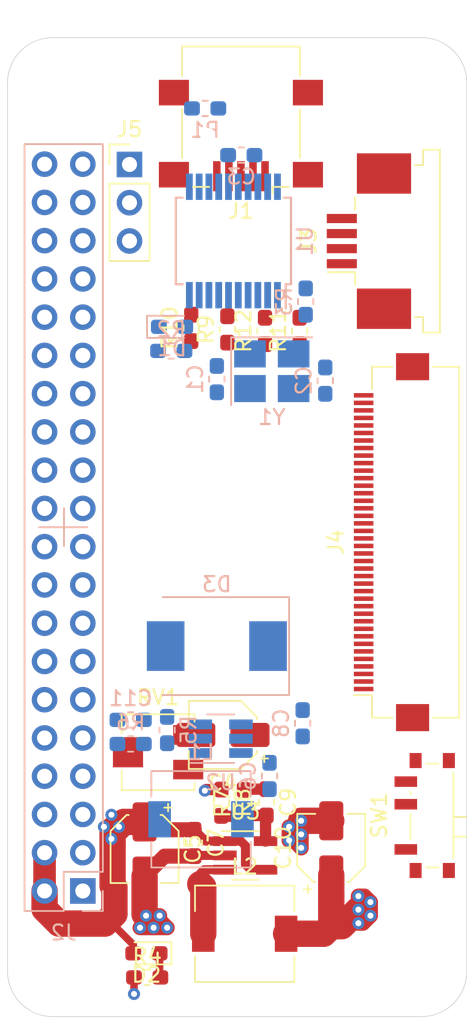
<source format=kicad_pcb>
(kicad_pcb (version 20171130) (host pcbnew "(5.1.4)-1")

  (general
    (thickness 1.6)
    (drawings 9)
    (tracks 95)
    (zones 0)
    (modules 43)
    (nets 59)
  )

  (page A4)
  (layers
    (0 F.Cu signal hide)
    (1 In1.Cu power)
    (2 In2.Cu power hide)
    (31 B.Cu signal)
    (32 B.Adhes user)
    (33 F.Adhes user)
    (34 B.Paste user)
    (35 F.Paste user)
    (36 B.SilkS user)
    (37 F.SilkS user)
    (38 B.Mask user)
    (39 F.Mask user)
    (40 Dwgs.User user)
    (41 Cmts.User user)
    (42 Eco1.User user)
    (43 Eco2.User user)
    (44 Edge.Cuts user)
    (45 Margin user)
    (46 B.CrtYd user)
    (47 F.CrtYd user)
    (48 B.Fab user)
    (49 F.Fab user)
  )

  (setup
    (last_trace_width 0.6)
    (user_trace_width 0.4)
    (user_trace_width 0.5)
    (user_trace_width 0.6)
    (user_trace_width 0.75)
    (user_trace_width 1)
    (user_trace_width 1.2)
    (user_trace_width 1.5)
    (user_trace_width 1.75)
    (user_trace_width 2)
    (user_trace_width 2.5)
    (trace_clearance 0.2)
    (zone_clearance 0.508)
    (zone_45_only no)
    (trace_min 0.2)
    (via_size 0.8)
    (via_drill 0.4)
    (via_min_size 0.4)
    (via_min_drill 0.3)
    (user_via 1.5 0.9)
    (user_via 2 1.8)
    (uvia_size 0.3)
    (uvia_drill 0.1)
    (uvias_allowed no)
    (uvia_min_size 0.2)
    (uvia_min_drill 0.1)
    (edge_width 0.05)
    (segment_width 0.2)
    (pcb_text_width 0.3)
    (pcb_text_size 1.5 1.5)
    (mod_edge_width 0.12)
    (mod_text_size 1 1)
    (mod_text_width 0.15)
    (pad_size 3.2 3.2)
    (pad_drill 3.2)
    (pad_to_mask_clearance 0.051)
    (solder_mask_min_width 0.25)
    (aux_axis_origin 0 0)
    (grid_origin 43.5 92.5)
    (visible_elements 7FFFFFFF)
    (pcbplotparams
      (layerselection 0x010fc_ffffffff)
      (usegerberextensions false)
      (usegerberattributes false)
      (usegerberadvancedattributes false)
      (creategerberjobfile false)
      (excludeedgelayer true)
      (linewidth 0.100000)
      (plotframeref false)
      (viasonmask false)
      (mode 1)
      (useauxorigin false)
      (hpglpennumber 1)
      (hpglpenspeed 20)
      (hpglpendiameter 15.000000)
      (psnegative false)
      (psa4output false)
      (plotreference true)
      (plotvalue true)
      (plotinvisibletext false)
      (padsonsilk false)
      (subtractmaskfromsilk false)
      (outputformat 1)
      (mirror false)
      (drillshape 1)
      (scaleselection 1)
      (outputdirectory ""))
  )

  (net 0 "")
  (net 1 GND)
  (net 2 "Net-(C1-Pad1)")
  (net 3 "Net-(C2-Pad1)")
  (net 4 "Net-(C3-Pad2)")
  (net 5 +5V)
  (net 6 LED+)
  (net 7 +3.3VP)
  (net 8 "Net-(C9-Pad2)")
  (net 9 "Net-(D1-Pad2)")
  (net 10 "Net-(D1-Pad1)")
  (net 11 "Net-(D2-Pad1)")
  (net 12 "Net-(D3-Pad2)")
  (net 13 "Net-(J1-Pad2)")
  (net 14 "Net-(J1-Pad3)")
  (net 15 +3V3)
  (net 16 VSYNC)
  (net 17 HSYNC)
  (net 18 Blue0)
  (net 19 Green2)
  (net 20 Green3)
  (net 21 Green5)
  (net 22 "Net-(J2-Pad12)")
  (net 23 "Net-(J2-Pad13)")
  (net 24 Red2)
  (net 25 Red3)
  (net 26 Red4)
  (net 27 /Blue6)
  (net 28 Blue5)
  (net 29 Red5)
  (net 30 /Blue7)
  (net 31 Blue4)
  (net 32 Blue3)
  (net 33 CLK)
  (net 34 DEN)
  (net 35 Blue1)
  (net 36 Blue2)
  (net 37 Green0)
  (net 38 Green1)
  (net 39 /Green7)
  (net 40 Green4)
  (net 41 "Net-(J2-Pad37)")
  (net 42 Red0)
  (net 43 Red1)
  (net 44 "Net-(J3-Pad1)")
  (net 45 "Net-(J3-Pad2)")
  (net 46 "Net-(J3-Pad3)")
  (net 47 "Net-(J3-Pad4)")
  (net 48 LED-)
  (net 49 "Net-(J4-Pad5)")
  (net 50 L_R)
  (net 51 U_D)
  (net 52 "Net-(L2-Pad1)")
  (net 53 "Net-(R1-Pad1)")
  (net 54 "Net-(R3-Pad2)")
  (net 55 EN_BCKLIT)
  (net 56 "Net-(U1-Pad10)")
  (net 57 "Net-(U1-Pad12)")
  (net 58 RV2)

  (net_class Default "Dies ist die voreingestellte Netzklasse."
    (clearance 0.2)
    (trace_width 0.25)
    (via_dia 0.8)
    (via_drill 0.4)
    (uvia_dia 0.3)
    (uvia_drill 0.1)
    (add_net +3.3VP)
    (add_net +3V3)
    (add_net +5V)
    (add_net /Blue6)
    (add_net /Blue7)
    (add_net /Green7)
    (add_net Blue0)
    (add_net Blue1)
    (add_net Blue2)
    (add_net Blue3)
    (add_net Blue4)
    (add_net Blue5)
    (add_net CLK)
    (add_net DEN)
    (add_net EN_BCKLIT)
    (add_net GND)
    (add_net Green0)
    (add_net Green1)
    (add_net Green2)
    (add_net Green3)
    (add_net Green4)
    (add_net Green5)
    (add_net HSYNC)
    (add_net LED+)
    (add_net LED-)
    (add_net L_R)
    (add_net "Net-(C1-Pad1)")
    (add_net "Net-(C2-Pad1)")
    (add_net "Net-(C3-Pad2)")
    (add_net "Net-(C9-Pad2)")
    (add_net "Net-(D1-Pad1)")
    (add_net "Net-(D1-Pad2)")
    (add_net "Net-(D2-Pad1)")
    (add_net "Net-(D3-Pad2)")
    (add_net "Net-(J1-Pad2)")
    (add_net "Net-(J1-Pad3)")
    (add_net "Net-(J2-Pad12)")
    (add_net "Net-(J2-Pad13)")
    (add_net "Net-(J2-Pad37)")
    (add_net "Net-(J3-Pad1)")
    (add_net "Net-(J3-Pad2)")
    (add_net "Net-(J3-Pad3)")
    (add_net "Net-(J3-Pad4)")
    (add_net "Net-(J4-Pad5)")
    (add_net "Net-(L2-Pad1)")
    (add_net "Net-(R1-Pad1)")
    (add_net "Net-(R3-Pad2)")
    (add_net "Net-(U1-Pad10)")
    (add_net "Net-(U1-Pad12)")
    (add_net RV2)
    (add_net Red0)
    (add_net Red1)
    (add_net Red2)
    (add_net Red3)
    (add_net Red4)
    (add_net Red5)
    (add_net U_D)
    (add_net VSYNC)
  )

  (module Capacitor_SMD:CP_Elec_4x5.3 (layer F.Cu) (tedit 5BCA39CF) (tstamp 602FE2A0)
    (at 61.5 88.8 90)
    (descr "SMD capacitor, aluminum electrolytic, Vishay, 4.0x5.3mm")
    (tags "capacitor electrolytic")
    (path /6046ECB3)
    (attr smd)
    (fp_text reference C10 (at 0 -3.2 90) (layer F.SilkS)
      (effects (font (size 1 1) (thickness 0.15)))
    )
    (fp_text value 22u (at 0 3.2 90) (layer F.Fab)
      (effects (font (size 1 1) (thickness 0.15)))
    )
    (fp_text user %R (at 0 0 90) (layer F.Fab)
      (effects (font (size 0.8 0.8) (thickness 0.12)))
    )
    (fp_line (start -3.35 1.05) (end -2.4 1.05) (layer F.CrtYd) (width 0.05))
    (fp_line (start -3.35 -1.05) (end -3.35 1.05) (layer F.CrtYd) (width 0.05))
    (fp_line (start -2.4 -1.05) (end -3.35 -1.05) (layer F.CrtYd) (width 0.05))
    (fp_line (start -2.4 1.05) (end -2.4 1.25) (layer F.CrtYd) (width 0.05))
    (fp_line (start -2.4 -1.25) (end -2.4 -1.05) (layer F.CrtYd) (width 0.05))
    (fp_line (start -2.4 -1.25) (end -1.25 -2.4) (layer F.CrtYd) (width 0.05))
    (fp_line (start -2.4 1.25) (end -1.25 2.4) (layer F.CrtYd) (width 0.05))
    (fp_line (start -1.25 -2.4) (end 2.4 -2.4) (layer F.CrtYd) (width 0.05))
    (fp_line (start -1.25 2.4) (end 2.4 2.4) (layer F.CrtYd) (width 0.05))
    (fp_line (start 2.4 1.05) (end 2.4 2.4) (layer F.CrtYd) (width 0.05))
    (fp_line (start 3.35 1.05) (end 2.4 1.05) (layer F.CrtYd) (width 0.05))
    (fp_line (start 3.35 -1.05) (end 3.35 1.05) (layer F.CrtYd) (width 0.05))
    (fp_line (start 2.4 -1.05) (end 3.35 -1.05) (layer F.CrtYd) (width 0.05))
    (fp_line (start 2.4 -2.4) (end 2.4 -1.05) (layer F.CrtYd) (width 0.05))
    (fp_line (start -2.75 -1.81) (end -2.75 -1.31) (layer F.SilkS) (width 0.12))
    (fp_line (start -3 -1.56) (end -2.5 -1.56) (layer F.SilkS) (width 0.12))
    (fp_line (start -2.26 1.195563) (end -1.195563 2.26) (layer F.SilkS) (width 0.12))
    (fp_line (start -2.26 -1.195563) (end -1.195563 -2.26) (layer F.SilkS) (width 0.12))
    (fp_line (start -2.26 -1.195563) (end -2.26 -1.06) (layer F.SilkS) (width 0.12))
    (fp_line (start -2.26 1.195563) (end -2.26 1.06) (layer F.SilkS) (width 0.12))
    (fp_line (start -1.195563 2.26) (end 2.26 2.26) (layer F.SilkS) (width 0.12))
    (fp_line (start -1.195563 -2.26) (end 2.26 -2.26) (layer F.SilkS) (width 0.12))
    (fp_line (start 2.26 -2.26) (end 2.26 -1.06) (layer F.SilkS) (width 0.12))
    (fp_line (start 2.26 2.26) (end 2.26 1.06) (layer F.SilkS) (width 0.12))
    (fp_line (start -1.374773 -1.2) (end -1.374773 -0.8) (layer F.Fab) (width 0.1))
    (fp_line (start -1.574773 -1) (end -1.174773 -1) (layer F.Fab) (width 0.1))
    (fp_line (start -2.15 1.15) (end -1.15 2.15) (layer F.Fab) (width 0.1))
    (fp_line (start -2.15 -1.15) (end -1.15 -2.15) (layer F.Fab) (width 0.1))
    (fp_line (start -2.15 -1.15) (end -2.15 1.15) (layer F.Fab) (width 0.1))
    (fp_line (start -1.15 2.15) (end 2.15 2.15) (layer F.Fab) (width 0.1))
    (fp_line (start -1.15 -2.15) (end 2.15 -2.15) (layer F.Fab) (width 0.1))
    (fp_line (start 2.15 -2.15) (end 2.15 2.15) (layer F.Fab) (width 0.1))
    (fp_circle (center 0 0) (end 2 0) (layer F.Fab) (width 0.1))
    (pad 2 smd roundrect (at 1.8 0 90) (size 2.6 1.6) (layers F.Cu F.Paste F.Mask) (roundrect_rratio 0.15625)
      (net 1 GND))
    (pad 1 smd roundrect (at -1.8 0 90) (size 2.6 1.6) (layers F.Cu F.Paste F.Mask) (roundrect_rratio 0.15625)
      (net 7 +3.3VP))
    (model ${KISYS3DMOD}/Capacitor_SMD.3dshapes/CP_Elec_4x5.3.wrl
      (at (xyz 0 0 0))
      (scale (xyz 1 1 1))
      (rotate (xyz 0 0 0))
    )
  )

  (module MountingHole:MountingHole_3.2mm_M3 (layer F.Cu) (tedit 56D1B4CB) (tstamp 60302FFE)
    (at 66.75 96.5)
    (descr "Mounting Hole 3.2mm, no annular, M3")
    (tags "mounting hole 3.2mm no annular m3")
    (path /603BD2B0)
    (attr virtual)
    (fp_text reference H4 (at 0 -4.2) (layer F.SilkS) hide
      (effects (font (size 1 1) (thickness 0.15)))
    )
    (fp_text value MountingHole (at 0 4.2) (layer F.Fab)
      (effects (font (size 1 1) (thickness 0.15)))
    )
    (fp_circle (center 0 0) (end 3.45 0) (layer F.CrtYd) (width 0.05))
    (fp_circle (center 0 0) (end 3.2 0) (layer Cmts.User) (width 0.15))
    (fp_text user %R (at 0.3 0) (layer F.Fab)
      (effects (font (size 1 1) (thickness 0.15)))
    )
    (pad 1 np_thru_hole circle (at 0 0) (size 3.2 3.2) (drill 3.2) (layers *.Cu *.Mask))
  )

  (module MountingHole:MountingHole_3.2mm_M3 (layer F.Cu) (tedit 56D1B4CB) (tstamp 60302A19)
    (at 66.75 38.5)
    (descr "Mounting Hole 3.2mm, no annular, M3")
    (tags "mounting hole 3.2mm no annular m3")
    (path /603BD03E)
    (attr virtual)
    (fp_text reference H3 (at 0 -4.2) (layer F.SilkS) hide
      (effects (font (size 1 1) (thickness 0.15)))
    )
    (fp_text value MountingHole (at 0 4.2) (layer F.Fab)
      (effects (font (size 1 1) (thickness 0.15)))
    )
    (fp_circle (center 0 0) (end 3.45 0) (layer F.CrtYd) (width 0.05))
    (fp_circle (center 0 0) (end 3.2 0) (layer Cmts.User) (width 0.15))
    (fp_text user %R (at 0.3 0) (layer F.Fab)
      (effects (font (size 1 1) (thickness 0.15)))
    )
    (pad 1 np_thru_hole circle (at 0 0) (size 3.2 3.2) (drill 3.2) (layers *.Cu *.Mask))
  )

  (module MountingHole:MountingHole_3.2mm_M3 (layer F.Cu) (tedit 56D1B4CB) (tstamp 60302A11)
    (at 43.75 96.5)
    (descr "Mounting Hole 3.2mm, no annular, M3")
    (tags "mounting hole 3.2mm no annular m3")
    (path /603BCE2E)
    (attr virtual)
    (fp_text reference H2 (at 3.75 -3.5) (layer F.SilkS) hide
      (effects (font (size 1 1) (thickness 0.15)))
    )
    (fp_text value MountingHole (at 0 4.2) (layer F.Fab)
      (effects (font (size 1 1) (thickness 0.15)))
    )
    (fp_circle (center 0 0) (end 3.45 0) (layer F.CrtYd) (width 0.05))
    (fp_circle (center 0 0) (end 3.2 0) (layer Cmts.User) (width 0.15))
    (fp_text user %R (at 0.3 0) (layer F.Fab)
      (effects (font (size 1 1) (thickness 0.15)))
    )
    (pad 1 np_thru_hole circle (at 0 0) (size 3.2 3.2) (drill 3.2) (layers *.Cu *.Mask))
  )

  (module MountingHole:MountingHole_3.2mm_M3 (layer F.Cu) (tedit 56D1B4CB) (tstamp 60302FC3)
    (at 43.75 38.5)
    (descr "Mounting Hole 3.2mm, no annular, M3")
    (tags "mounting hole 3.2mm no annular m3")
    (path /603BBE19)
    (attr virtual)
    (fp_text reference H1 (at 0 -4.2) (layer F.SilkS) hide
      (effects (font (size 1 1) (thickness 0.15)))
    )
    (fp_text value MountingHole (at 0 4.2) (layer F.Fab)
      (effects (font (size 1 1) (thickness 0.15)))
    )
    (fp_circle (center 0 0) (end 3.45 0) (layer F.CrtYd) (width 0.05))
    (fp_circle (center 0 0) (end 3.2 0) (layer Cmts.User) (width 0.15))
    (fp_text user %R (at 0.3 0) (layer F.Fab)
      (effects (font (size 1 1) (thickness 0.15)))
    )
    (pad 1 np_thru_hole circle (at 0 0) (size 3.2 3.2) (drill 3.2) (layers *.Cu *.Mask))
  )

  (module Connector_PinSocket_2.54mm:PinSocket_2x20_P2.54mm_Vertical (layer B.Cu) (tedit 60300576) (tstamp 60301E81)
    (at 45 91.66)
    (descr "Through hole straight socket strip, 2x20, 2.54mm pitch, double cols (from Kicad 4.0.7), script generated")
    (tags "Through hole socket strip THT 2x20 2.54mm double row")
    (path /602EEB0B)
    (fp_text reference J2 (at -1.27 2.77) (layer B.SilkS)
      (effects (font (size 1 1) (thickness 0.15)) (justify mirror))
    )
    (fp_text value RPI40 (at -1.27 -51.03) (layer B.Fab)
      (effects (font (size 1 1) (thickness 0.15)) (justify mirror))
    )
    (fp_line (start -3.81 1.27) (end 0.27 1.27) (layer B.Fab) (width 0.1))
    (fp_line (start 0.27 1.27) (end 1.27 0.27) (layer B.Fab) (width 0.1))
    (fp_line (start 1.27 0.27) (end 1.27 -49.53) (layer B.Fab) (width 0.1))
    (fp_line (start 1.27 -49.53) (end -3.81 -49.53) (layer B.Fab) (width 0.1))
    (fp_line (start -3.81 -49.53) (end -3.81 1.27) (layer B.Fab) (width 0.1))
    (fp_line (start -3.87 1.33) (end -1.27 1.33) (layer B.SilkS) (width 0.12))
    (fp_line (start -3.87 1.33) (end -3.87 -49.59) (layer B.SilkS) (width 0.12))
    (fp_line (start -3.87 -49.59) (end 1.33 -49.59) (layer B.SilkS) (width 0.12))
    (fp_line (start 1.33 -1.27) (end 1.33 -49.59) (layer B.SilkS) (width 0.12))
    (fp_line (start -1.27 -1.27) (end 1.33 -1.27) (layer B.SilkS) (width 0.12))
    (fp_line (start -1.27 1.33) (end -1.27 -1.27) (layer B.SilkS) (width 0.12))
    (fp_line (start 1.33 1.33) (end 1.33 0) (layer B.SilkS) (width 0.12))
    (fp_line (start 0 1.33) (end 1.33 1.33) (layer B.SilkS) (width 0.12))
    (fp_line (start -4.34 1.8) (end 1.76 1.8) (layer B.CrtYd) (width 0.05))
    (fp_line (start 1.76 1.8) (end 1.76 -50) (layer B.CrtYd) (width 0.05))
    (fp_line (start 1.76 -50) (end -4.34 -50) (layer B.CrtYd) (width 0.05))
    (fp_line (start -4.34 -50) (end -4.34 1.8) (layer B.CrtYd) (width 0.05))
    (fp_text user %R (at -1.27 -24.13 270) (layer B.Fab)
      (effects (font (size 1 1) (thickness 0.15)) (justify mirror))
    )
    (fp_line (start -2.9 -24.15) (end 0.3 -24.15) (layer B.SilkS) (width 0.12))
    (fp_line (start -1.25 -22.9) (end -1.25 -25.4) (layer B.SilkS) (width 0.12))
    (pad 1 thru_hole rect (at 0 0) (size 1.7 1.7) (drill 1) (layers *.Cu *.Mask)
      (net 15 +3V3))
    (pad 2 thru_hole oval (at -2.54 0) (size 1.7 1.7) (drill 1) (layers *.Cu *.Mask)
      (net 5 +5V))
    (pad 3 thru_hole oval (at 0 -2.54) (size 1.7 1.7) (drill 1) (layers *.Cu *.Mask)
      (net 16 VSYNC))
    (pad 4 thru_hole oval (at -2.54 -2.54) (size 1.7 1.7) (drill 1) (layers *.Cu *.Mask)
      (net 5 +5V))
    (pad 5 thru_hole oval (at 0 -5.08) (size 1.7 1.7) (drill 1) (layers *.Cu *.Mask)
      (net 17 HSYNC))
    (pad 6 thru_hole oval (at -2.54 -5.08) (size 1.7 1.7) (drill 1) (layers *.Cu *.Mask)
      (net 1 GND))
    (pad 7 thru_hole oval (at 0 -7.62) (size 1.7 1.7) (drill 1) (layers *.Cu *.Mask)
      (net 18 Blue0))
    (pad 8 thru_hole oval (at -2.54 -7.62) (size 1.7 1.7) (drill 1) (layers *.Cu *.Mask)
      (net 19 Green2))
    (pad 9 thru_hole oval (at 0 -10.16) (size 1.7 1.7) (drill 1) (layers *.Cu *.Mask)
      (net 1 GND))
    (pad 10 thru_hole oval (at -2.54 -10.16) (size 1.7 1.7) (drill 1) (layers *.Cu *.Mask)
      (net 20 Green3))
    (pad 11 thru_hole oval (at 0 -12.7) (size 1.7 1.7) (drill 1) (layers *.Cu *.Mask)
      (net 21 Green5))
    (pad 12 thru_hole oval (at -2.54 -12.7) (size 1.7 1.7) (drill 1) (layers *.Cu *.Mask)
      (net 22 "Net-(J2-Pad12)"))
    (pad 13 thru_hole oval (at 0 -15.24) (size 1.7 1.7) (drill 1) (layers *.Cu *.Mask)
      (net 23 "Net-(J2-Pad13)"))
    (pad 14 thru_hole oval (at -2.54 -15.24) (size 1.7 1.7) (drill 1) (layers *.Cu *.Mask)
      (net 1 GND))
    (pad 15 thru_hole oval (at 0 -17.78) (size 1.7 1.7) (drill 1) (layers *.Cu *.Mask)
      (net 24 Red2))
    (pad 16 thru_hole oval (at -2.54 -17.78) (size 1.7 1.7) (drill 1) (layers *.Cu *.Mask)
      (net 25 Red3))
    (pad 17 thru_hole oval (at 0 -20.32) (size 1.7 1.7) (drill 1) (layers *.Cu *.Mask)
      (net 15 +3V3))
    (pad 18 thru_hole oval (at -2.54 -20.32) (size 1.7 1.7) (drill 1) (layers *.Cu *.Mask)
      (net 26 Red4))
    (pad 19 thru_hole oval (at 0 -22.86) (size 1.7 1.7) (drill 1) (layers *.Cu *.Mask)
      (net 27 /Blue6))
    (pad 20 thru_hole oval (at -2.54 -22.86) (size 1.7 1.7) (drill 1) (layers *.Cu *.Mask)
      (net 1 GND))
    (pad 21 thru_hole oval (at 0 -25.4) (size 1.7 1.7) (drill 1) (layers *.Cu *.Mask)
      (net 28 Blue5))
    (pad 22 thru_hole oval (at -2.54 -25.4) (size 1.7 1.7) (drill 1) (layers *.Cu *.Mask)
      (net 29 Red5))
    (pad 23 thru_hole oval (at 0 -27.94) (size 1.7 1.7) (drill 1) (layers *.Cu *.Mask)
      (net 30 /Blue7))
    (pad 24 thru_hole oval (at -2.54 -27.94) (size 1.7 1.7) (drill 1) (layers *.Cu *.Mask)
      (net 31 Blue4))
    (pad 25 thru_hole oval (at 0 -30.48) (size 1.7 1.7) (drill 1) (layers *.Cu *.Mask)
      (net 1 GND))
    (pad 26 thru_hole oval (at -2.54 -30.48) (size 1.7 1.7) (drill 1) (layers *.Cu *.Mask)
      (net 32 Blue3))
    (pad 27 thru_hole oval (at 0 -33.02) (size 1.7 1.7) (drill 1) (layers *.Cu *.Mask)
      (net 33 CLK))
    (pad 28 thru_hole oval (at -2.54 -33.02) (size 1.7 1.7) (drill 1) (layers *.Cu *.Mask)
      (net 34 DEN))
    (pad 29 thru_hole oval (at 0 -35.56) (size 1.7 1.7) (drill 1) (layers *.Cu *.Mask)
      (net 35 Blue1))
    (pad 30 thru_hole oval (at -2.54 -35.56) (size 1.7 1.7) (drill 1) (layers *.Cu *.Mask)
      (net 1 GND))
    (pad 31 thru_hole oval (at 0 -38.1) (size 1.7 1.7) (drill 1) (layers *.Cu *.Mask)
      (net 36 Blue2))
    (pad 32 thru_hole oval (at -2.54 -38.1) (size 1.7 1.7) (drill 1) (layers *.Cu *.Mask)
      (net 37 Green0))
    (pad 33 thru_hole oval (at 0 -40.64) (size 1.7 1.7) (drill 1) (layers *.Cu *.Mask)
      (net 38 Green1))
    (pad 34 thru_hole oval (at -2.54 -40.64) (size 1.7 1.7) (drill 1) (layers *.Cu *.Mask)
      (net 1 GND))
    (pad 35 thru_hole oval (at 0 -43.18) (size 1.7 1.7) (drill 1) (layers *.Cu *.Mask)
      (net 39 /Green7))
    (pad 36 thru_hole oval (at -2.54 -43.18) (size 1.7 1.7) (drill 1) (layers *.Cu *.Mask)
      (net 40 Green4))
    (pad 37 thru_hole oval (at 0 -45.72) (size 1.7 1.7) (drill 1) (layers *.Cu *.Mask)
      (net 41 "Net-(J2-Pad37)"))
    (pad 38 thru_hole oval (at -2.54 -45.72) (size 1.7 1.7) (drill 1) (layers *.Cu *.Mask)
      (net 42 Red0))
    (pad 39 thru_hole oval (at 0 -48.26) (size 1.7 1.7) (drill 1) (layers *.Cu *.Mask)
      (net 1 GND))
    (pad 40 thru_hole oval (at -2.54 -48.26) (size 1.7 1.7) (drill 1) (layers *.Cu *.Mask)
      (net 43 Red1))
    (model ${KISYS3DMOD}/Connector_PinSocket_2.54mm.3dshapes/PinSocket_2x20_P2.54mm_Vertical.wrl
      (at (xyz 0 0 0))
      (scale (xyz 1 1 1))
      (rotate (xyz 0 0 0))
    )
  )

  (module Capacitor_SMD:C_0603_1608Metric_Pad1.05x0.95mm_HandSolder (layer F.Cu) (tedit 5B301BBE) (tstamp 602FE256)
    (at 52.404 88.472 270)
    (descr "Capacitor SMD 0603 (1608 Metric), square (rectangular) end terminal, IPC_7351 nominal with elongated pad for handsoldering. (Body size source: http://www.tortai-tech.com/upload/download/2011102023233369053.pdf), generated with kicad-footprint-generator")
    (tags "capacitor handsolder")
    (path /6044F274)
    (attr smd)
    (fp_text reference C7 (at 0 -1.43 90) (layer F.SilkS)
      (effects (font (size 1 1) (thickness 0.15)))
    )
    (fp_text value 100n (at 0 1.43 90) (layer F.Fab)
      (effects (font (size 1 1) (thickness 0.15)))
    )
    (fp_line (start -0.8 0.4) (end -0.8 -0.4) (layer F.Fab) (width 0.1))
    (fp_line (start -0.8 -0.4) (end 0.8 -0.4) (layer F.Fab) (width 0.1))
    (fp_line (start 0.8 -0.4) (end 0.8 0.4) (layer F.Fab) (width 0.1))
    (fp_line (start 0.8 0.4) (end -0.8 0.4) (layer F.Fab) (width 0.1))
    (fp_line (start -0.171267 -0.51) (end 0.171267 -0.51) (layer F.SilkS) (width 0.12))
    (fp_line (start -0.171267 0.51) (end 0.171267 0.51) (layer F.SilkS) (width 0.12))
    (fp_line (start -1.65 0.73) (end -1.65 -0.73) (layer F.CrtYd) (width 0.05))
    (fp_line (start -1.65 -0.73) (end 1.65 -0.73) (layer F.CrtYd) (width 0.05))
    (fp_line (start 1.65 -0.73) (end 1.65 0.73) (layer F.CrtYd) (width 0.05))
    (fp_line (start 1.65 0.73) (end -1.65 0.73) (layer F.CrtYd) (width 0.05))
    (fp_text user %R (at 0 0 90) (layer F.Fab)
      (effects (font (size 0.4 0.4) (thickness 0.06)))
    )
    (pad 1 smd roundrect (at -0.875 0 270) (size 1.05 0.95) (layers F.Cu F.Paste F.Mask) (roundrect_rratio 0.25)
      (net 5 +5V))
    (pad 2 smd roundrect (at 0.875 0 270) (size 1.05 0.95) (layers F.Cu F.Paste F.Mask) (roundrect_rratio 0.25)
      (net 1 GND))
    (model ${KISYS3DMOD}/Capacitor_SMD.3dshapes/C_0603_1608Metric.wrl
      (at (xyz 0 0 0))
      (scale (xyz 1 1 1))
      (rotate (xyz 0 0 0))
    )
  )

  (module LED_SMD:LED_0603_1608Metric_Pad1.05x0.95mm_HandSolder (layer F.Cu) (tedit 5B4B45C9) (tstamp 602FF464)
    (at 49.225 95.8 180)
    (descr "LED SMD 0603 (1608 Metric), square (rectangular) end terminal, IPC_7351 nominal, (Body size source: http://www.tortai-tech.com/upload/download/2011102023233369053.pdf), generated with kicad-footprint-generator")
    (tags "LED handsolder")
    (path /606D6C3E)
    (attr smd)
    (fp_text reference D2 (at 0 -1.43) (layer F.SilkS)
      (effects (font (size 1 1) (thickness 0.15)))
    )
    (fp_text value LED (at 0 1.43) (layer F.Fab)
      (effects (font (size 1 1) (thickness 0.15)))
    )
    (fp_line (start 0.8 -0.4) (end -0.5 -0.4) (layer F.Fab) (width 0.1))
    (fp_line (start -0.5 -0.4) (end -0.8 -0.1) (layer F.Fab) (width 0.1))
    (fp_line (start -0.8 -0.1) (end -0.8 0.4) (layer F.Fab) (width 0.1))
    (fp_line (start -0.8 0.4) (end 0.8 0.4) (layer F.Fab) (width 0.1))
    (fp_line (start 0.8 0.4) (end 0.8 -0.4) (layer F.Fab) (width 0.1))
    (fp_line (start 0.8 -0.735) (end -1.66 -0.735) (layer F.SilkS) (width 0.12))
    (fp_line (start -1.66 -0.735) (end -1.66 0.735) (layer F.SilkS) (width 0.12))
    (fp_line (start -1.66 0.735) (end 0.8 0.735) (layer F.SilkS) (width 0.12))
    (fp_line (start -1.65 0.73) (end -1.65 -0.73) (layer F.CrtYd) (width 0.05))
    (fp_line (start -1.65 -0.73) (end 1.65 -0.73) (layer F.CrtYd) (width 0.05))
    (fp_line (start 1.65 -0.73) (end 1.65 0.73) (layer F.CrtYd) (width 0.05))
    (fp_line (start 1.65 0.73) (end -1.65 0.73) (layer F.CrtYd) (width 0.05))
    (fp_text user %R (at 0 0) (layer F.Fab)
      (effects (font (size 0.4 0.4) (thickness 0.06)))
    )
    (pad 1 smd roundrect (at -0.875 0 180) (size 1.05 0.95) (layers F.Cu F.Paste F.Mask) (roundrect_rratio 0.25)
      (net 11 "Net-(D2-Pad1)"))
    (pad 2 smd roundrect (at 0.875 0 180) (size 1.05 0.95) (layers F.Cu F.Paste F.Mask) (roundrect_rratio 0.25)
      (net 5 +5V))
    (model ${KISYS3DMOD}/LED_SMD.3dshapes/LED_0603_1608Metric.wrl
      (at (xyz 0 0 0))
      (scale (xyz 1 1 1))
      (rotate (xyz 0 0 0))
    )
  )

  (module Capacitor_SMD:CP_Elec_4x5.3 (layer F.Cu) (tedit 5BCA39CF) (tstamp 60301269)
    (at 49.102 88.875 270)
    (descr "SMD capacitor, aluminum electrolytic, Vishay, 4.0x5.3mm")
    (tags "capacitor electrolytic")
    (path /6044FAF1)
    (attr smd)
    (fp_text reference C5 (at 0 -3.2 90) (layer F.SilkS)
      (effects (font (size 1 1) (thickness 0.15)))
    )
    (fp_text value 22u (at 0 3.2 90) (layer F.Fab)
      (effects (font (size 1 1) (thickness 0.15)))
    )
    (fp_circle (center 0 0) (end 2 0) (layer F.Fab) (width 0.1))
    (fp_line (start 2.15 -2.15) (end 2.15 2.15) (layer F.Fab) (width 0.1))
    (fp_line (start -1.15 -2.15) (end 2.15 -2.15) (layer F.Fab) (width 0.1))
    (fp_line (start -1.15 2.15) (end 2.15 2.15) (layer F.Fab) (width 0.1))
    (fp_line (start -2.15 -1.15) (end -2.15 1.15) (layer F.Fab) (width 0.1))
    (fp_line (start -2.15 -1.15) (end -1.15 -2.15) (layer F.Fab) (width 0.1))
    (fp_line (start -2.15 1.15) (end -1.15 2.15) (layer F.Fab) (width 0.1))
    (fp_line (start -1.574773 -1) (end -1.174773 -1) (layer F.Fab) (width 0.1))
    (fp_line (start -1.374773 -1.2) (end -1.374773 -0.8) (layer F.Fab) (width 0.1))
    (fp_line (start 2.26 2.26) (end 2.26 1.06) (layer F.SilkS) (width 0.12))
    (fp_line (start 2.26 -2.26) (end 2.26 -1.06) (layer F.SilkS) (width 0.12))
    (fp_line (start -1.195563 -2.26) (end 2.26 -2.26) (layer F.SilkS) (width 0.12))
    (fp_line (start -1.195563 2.26) (end 2.26 2.26) (layer F.SilkS) (width 0.12))
    (fp_line (start -2.26 1.195563) (end -2.26 1.06) (layer F.SilkS) (width 0.12))
    (fp_line (start -2.26 -1.195563) (end -2.26 -1.06) (layer F.SilkS) (width 0.12))
    (fp_line (start -2.26 -1.195563) (end -1.195563 -2.26) (layer F.SilkS) (width 0.12))
    (fp_line (start -2.26 1.195563) (end -1.195563 2.26) (layer F.SilkS) (width 0.12))
    (fp_line (start -3 -1.56) (end -2.5 -1.56) (layer F.SilkS) (width 0.12))
    (fp_line (start -2.75 -1.81) (end -2.75 -1.31) (layer F.SilkS) (width 0.12))
    (fp_line (start 2.4 -2.4) (end 2.4 -1.05) (layer F.CrtYd) (width 0.05))
    (fp_line (start 2.4 -1.05) (end 3.35 -1.05) (layer F.CrtYd) (width 0.05))
    (fp_line (start 3.35 -1.05) (end 3.35 1.05) (layer F.CrtYd) (width 0.05))
    (fp_line (start 3.35 1.05) (end 2.4 1.05) (layer F.CrtYd) (width 0.05))
    (fp_line (start 2.4 1.05) (end 2.4 2.4) (layer F.CrtYd) (width 0.05))
    (fp_line (start -1.25 2.4) (end 2.4 2.4) (layer F.CrtYd) (width 0.05))
    (fp_line (start -1.25 -2.4) (end 2.4 -2.4) (layer F.CrtYd) (width 0.05))
    (fp_line (start -2.4 1.25) (end -1.25 2.4) (layer F.CrtYd) (width 0.05))
    (fp_line (start -2.4 -1.25) (end -1.25 -2.4) (layer F.CrtYd) (width 0.05))
    (fp_line (start -2.4 -1.25) (end -2.4 -1.05) (layer F.CrtYd) (width 0.05))
    (fp_line (start -2.4 1.05) (end -2.4 1.25) (layer F.CrtYd) (width 0.05))
    (fp_line (start -2.4 -1.05) (end -3.35 -1.05) (layer F.CrtYd) (width 0.05))
    (fp_line (start -3.35 -1.05) (end -3.35 1.05) (layer F.CrtYd) (width 0.05))
    (fp_line (start -3.35 1.05) (end -2.4 1.05) (layer F.CrtYd) (width 0.05))
    (fp_text user %R (at 0 0 90) (layer F.Fab)
      (effects (font (size 0.8 0.8) (thickness 0.12)))
    )
    (pad 1 smd roundrect (at -1.8 0 270) (size 2.6 1.6) (layers F.Cu F.Paste F.Mask) (roundrect_rratio 0.15625)
      (net 5 +5V))
    (pad 2 smd roundrect (at 1.8 0 270) (size 2.6 1.6) (layers F.Cu F.Paste F.Mask) (roundrect_rratio 0.15625)
      (net 1 GND))
    (model ${KISYS3DMOD}/Capacitor_SMD.3dshapes/CP_Elec_4x5.3.wrl
      (at (xyz 0 0 0))
      (scale (xyz 1 1 1))
      (rotate (xyz 0 0 0))
    )
  )

  (module Resistor_SMD:R_0603_1608Metric_Pad1.05x0.95mm_HandSolder (layer F.Cu) (tedit 5B301BBD) (tstamp 602FE435)
    (at 49.275 97.4)
    (descr "Resistor SMD 0603 (1608 Metric), square (rectangular) end terminal, IPC_7351 nominal with elongated pad for handsoldering. (Body size source: http://www.tortai-tech.com/upload/download/2011102023233369053.pdf), generated with kicad-footprint-generator")
    (tags "resistor handsolder")
    (path /606D7C4E)
    (attr smd)
    (fp_text reference R4 (at 0 -1.43) (layer F.SilkS)
      (effects (font (size 1 1) (thickness 0.15)))
    )
    (fp_text value 180 (at 0 1.43) (layer F.Fab)
      (effects (font (size 1 1) (thickness 0.15)))
    )
    (fp_line (start -0.8 0.4) (end -0.8 -0.4) (layer F.Fab) (width 0.1))
    (fp_line (start -0.8 -0.4) (end 0.8 -0.4) (layer F.Fab) (width 0.1))
    (fp_line (start 0.8 -0.4) (end 0.8 0.4) (layer F.Fab) (width 0.1))
    (fp_line (start 0.8 0.4) (end -0.8 0.4) (layer F.Fab) (width 0.1))
    (fp_line (start -0.171267 -0.51) (end 0.171267 -0.51) (layer F.SilkS) (width 0.12))
    (fp_line (start -0.171267 0.51) (end 0.171267 0.51) (layer F.SilkS) (width 0.12))
    (fp_line (start -1.65 0.73) (end -1.65 -0.73) (layer F.CrtYd) (width 0.05))
    (fp_line (start -1.65 -0.73) (end 1.65 -0.73) (layer F.CrtYd) (width 0.05))
    (fp_line (start 1.65 -0.73) (end 1.65 0.73) (layer F.CrtYd) (width 0.05))
    (fp_line (start 1.65 0.73) (end -1.65 0.73) (layer F.CrtYd) (width 0.05))
    (fp_text user %R (at 0 0) (layer F.Fab)
      (effects (font (size 0.4 0.4) (thickness 0.06)))
    )
    (pad 1 smd roundrect (at -0.875 0) (size 1.05 0.95) (layers F.Cu F.Paste F.Mask) (roundrect_rratio 0.25)
      (net 1 GND))
    (pad 2 smd roundrect (at 0.875 0) (size 1.05 0.95) (layers F.Cu F.Paste F.Mask) (roundrect_rratio 0.25)
      (net 11 "Net-(D2-Pad1)"))
    (model ${KISYS3DMOD}/Resistor_SMD.3dshapes/R_0603_1608Metric.wrl
      (at (xyz 0 0 0))
      (scale (xyz 1 1 1))
      (rotate (xyz 0 0 0))
    )
  )

  (module Connector_PinHeader_2.54mm:PinHeader_1x03_P2.54mm_Vertical (layer F.Cu) (tedit 59FED5CC) (tstamp 60300E19)
    (at 48.1 43.42)
    (descr "Through hole straight pin header, 1x03, 2.54mm pitch, single row")
    (tags "Through hole pin header THT 1x03 2.54mm single row")
    (path /60330AC4)
    (fp_text reference J5 (at 0 -2.33) (layer F.SilkS)
      (effects (font (size 1 1) (thickness 0.15)))
    )
    (fp_text value Conn_01x03 (at 0 7.41) (layer F.Fab)
      (effects (font (size 1 1) (thickness 0.15)))
    )
    (fp_text user %R (at 0 2.54 90) (layer F.Fab)
      (effects (font (size 1 1) (thickness 0.15)))
    )
    (fp_line (start 1.8 -1.8) (end -1.8 -1.8) (layer F.CrtYd) (width 0.05))
    (fp_line (start 1.8 6.85) (end 1.8 -1.8) (layer F.CrtYd) (width 0.05))
    (fp_line (start -1.8 6.85) (end 1.8 6.85) (layer F.CrtYd) (width 0.05))
    (fp_line (start -1.8 -1.8) (end -1.8 6.85) (layer F.CrtYd) (width 0.05))
    (fp_line (start -1.33 -1.33) (end 0 -1.33) (layer F.SilkS) (width 0.12))
    (fp_line (start -1.33 0) (end -1.33 -1.33) (layer F.SilkS) (width 0.12))
    (fp_line (start -1.33 1.27) (end 1.33 1.27) (layer F.SilkS) (width 0.12))
    (fp_line (start 1.33 1.27) (end 1.33 6.41) (layer F.SilkS) (width 0.12))
    (fp_line (start -1.33 1.27) (end -1.33 6.41) (layer F.SilkS) (width 0.12))
    (fp_line (start -1.33 6.41) (end 1.33 6.41) (layer F.SilkS) (width 0.12))
    (fp_line (start -1.27 -0.635) (end -0.635 -1.27) (layer F.Fab) (width 0.1))
    (fp_line (start -1.27 6.35) (end -1.27 -0.635) (layer F.Fab) (width 0.1))
    (fp_line (start 1.27 6.35) (end -1.27 6.35) (layer F.Fab) (width 0.1))
    (fp_line (start 1.27 -1.27) (end 1.27 6.35) (layer F.Fab) (width 0.1))
    (fp_line (start -0.635 -1.27) (end 1.27 -1.27) (layer F.Fab) (width 0.1))
    (pad 3 thru_hole oval (at 0 5.08) (size 1.7 1.7) (drill 1) (layers *.Cu *.Mask)
      (net 58 RV2))
    (pad 2 thru_hole oval (at 0 2.54) (size 1.7 1.7) (drill 1) (layers *.Cu *.Mask)
      (net 58 RV2))
    (pad 1 thru_hole rect (at 0 0) (size 1.7 1.7) (drill 1) (layers *.Cu *.Mask)
      (net 48 LED-))
    (model ${KISYS3DMOD}/Connector_PinHeader_2.54mm.3dshapes/PinHeader_1x03_P2.54mm_Vertical.wrl
      (at (xyz 0 0 0))
      (scale (xyz 1 1 1))
      (rotate (xyz 0 0 0))
    )
  )

  (module Capacitor_SMD:C_0603_1608Metric_Pad1.05x0.95mm_HandSolder (layer B.Cu) (tedit 5B301BBE) (tstamp 60300BCA)
    (at 48.175 80.3 180)
    (descr "Capacitor SMD 0603 (1608 Metric), square (rectangular) end terminal, IPC_7351 nominal with elongated pad for handsoldering. (Body size source: http://www.tortai-tech.com/upload/download/2011102023233369053.pdf), generated with kicad-footprint-generator")
    (tags "capacitor handsolder")
    (path /6030FE8B)
    (attr smd)
    (fp_text reference C11 (at 0 1.43) (layer B.SilkS)
      (effects (font (size 1 1) (thickness 0.15)) (justify mirror))
    )
    (fp_text value 100n (at 0 -1.43) (layer B.Fab)
      (effects (font (size 1 1) (thickness 0.15)) (justify mirror))
    )
    (fp_text user %R (at 0 0) (layer B.Fab)
      (effects (font (size 0.4 0.4) (thickness 0.06)) (justify mirror))
    )
    (fp_line (start 1.65 -0.73) (end -1.65 -0.73) (layer B.CrtYd) (width 0.05))
    (fp_line (start 1.65 0.73) (end 1.65 -0.73) (layer B.CrtYd) (width 0.05))
    (fp_line (start -1.65 0.73) (end 1.65 0.73) (layer B.CrtYd) (width 0.05))
    (fp_line (start -1.65 -0.73) (end -1.65 0.73) (layer B.CrtYd) (width 0.05))
    (fp_line (start -0.171267 -0.51) (end 0.171267 -0.51) (layer B.SilkS) (width 0.12))
    (fp_line (start -0.171267 0.51) (end 0.171267 0.51) (layer B.SilkS) (width 0.12))
    (fp_line (start 0.8 -0.4) (end -0.8 -0.4) (layer B.Fab) (width 0.1))
    (fp_line (start 0.8 0.4) (end 0.8 -0.4) (layer B.Fab) (width 0.1))
    (fp_line (start -0.8 0.4) (end 0.8 0.4) (layer B.Fab) (width 0.1))
    (fp_line (start -0.8 -0.4) (end -0.8 0.4) (layer B.Fab) (width 0.1))
    (pad 2 smd roundrect (at 0.875 0 180) (size 1.05 0.95) (layers B.Cu B.Paste B.Mask) (roundrect_rratio 0.25)
      (net 1 GND))
    (pad 1 smd roundrect (at -0.875 0 180) (size 1.05 0.95) (layers B.Cu B.Paste B.Mask) (roundrect_rratio 0.25)
      (net 48 LED-))
    (model ${KISYS3DMOD}/Capacitor_SMD.3dshapes/C_0603_1608Metric.wrl
      (at (xyz 0 0 0))
      (scale (xyz 1 1 1))
      (rotate (xyz 0 0 0))
    )
  )

  (module Inductor_SMD:L_6.3x6.3_H3 (layer F.Cu) (tedit 5990349C) (tstamp 602FE3F1)
    (at 55.75 94.5)
    (descr "Choke, SMD, 6.3x6.3mm 3mm height")
    (tags "Choke SMD")
    (path /6046DEF6)
    (attr smd)
    (fp_text reference L2 (at 0 -4.45) (layer F.SilkS)
      (effects (font (size 1 1) (thickness 0.15)))
    )
    (fp_text value L_Small (at 0 4.45) (layer F.Fab)
      (effects (font (size 1 1) (thickness 0.15)))
    )
    (fp_arc (start 0 0) (end 1.91 1.91) (angle 90) (layer F.Fab) (width 0.1))
    (fp_arc (start 0 0) (end -1.91 -1.91) (angle 90) (layer F.Fab) (width 0.1))
    (fp_line (start -3.15 3.15) (end 3.15 3.15) (layer F.Fab) (width 0.1))
    (fp_line (start -3.15 -3.15) (end 3.15 -3.15) (layer F.Fab) (width 0.1))
    (fp_line (start -3.15 -3.15) (end -3.15 -1.5) (layer F.Fab) (width 0.1))
    (fp_line (start -3.15 3.15) (end -3.15 1.5) (layer F.Fab) (width 0.1))
    (fp_line (start 3.15 -3.15) (end 3.15 -1.5) (layer F.Fab) (width 0.1))
    (fp_line (start 3.15 3.15) (end 3.15 1.5) (layer F.Fab) (width 0.1))
    (fp_line (start 3.75 -3.4) (end -3.75 -3.4) (layer F.CrtYd) (width 0.05))
    (fp_line (start 3.75 3.4) (end 3.75 -3.4) (layer F.CrtYd) (width 0.05))
    (fp_line (start -3.75 3.4) (end 3.75 3.4) (layer F.CrtYd) (width 0.05))
    (fp_line (start -3.75 -3.4) (end -3.75 3.4) (layer F.CrtYd) (width 0.05))
    (fp_line (start 3.3 -3.2) (end 3.3 -1.5) (layer F.SilkS) (width 0.12))
    (fp_line (start -3.3 -3.2) (end 3.3 -3.2) (layer F.SilkS) (width 0.12))
    (fp_line (start -3.3 -1.5) (end -3.3 -3.2) (layer F.SilkS) (width 0.12))
    (fp_line (start -3.3 3.2) (end -3.3 1.5) (layer F.SilkS) (width 0.12))
    (fp_line (start 3.3 3.2) (end -3.3 3.2) (layer F.SilkS) (width 0.12))
    (fp_line (start 3.3 1.5) (end 3.3 3.2) (layer F.SilkS) (width 0.12))
    (fp_text user %R (at 0 0) (layer F.Fab)
      (effects (font (size 1 1) (thickness 0.15)))
    )
    (pad 2 smd rect (at 2.75 0) (size 1.5 2.4) (layers F.Cu F.Paste F.Mask)
      (net 7 +3.3VP))
    (pad 1 smd rect (at -2.75 0) (size 1.5 2.4) (layers F.Cu F.Paste F.Mask)
      (net 52 "Net-(L2-Pad1)"))
    (model ${KISYS3DMOD}/Inductor_SMD.3dshapes/L_6.3x6.3_H3.wrl
      (at (xyz 0 0 0))
      (scale (xyz 1 1 1))
      (rotate (xyz 0 0 0))
    )
  )

  (module Capacitor_SMD:C_0603_1608Metric_Pad1.05x0.95mm_HandSolder (layer B.Cu) (tedit 5B301BBE) (tstamp 602FE1C2)
    (at 53.9 57.675 270)
    (descr "Capacitor SMD 0603 (1608 Metric), square (rectangular) end terminal, IPC_7351 nominal with elongated pad for handsoldering. (Body size source: http://www.tortai-tech.com/upload/download/2011102023233369053.pdf), generated with kicad-footprint-generator")
    (tags "capacitor handsolder")
    (path /602FF7A8)
    (attr smd)
    (fp_text reference C1 (at 0 1.43 270) (layer B.SilkS)
      (effects (font (size 1 1) (thickness 0.15)) (justify mirror))
    )
    (fp_text value 22p (at 0 -1.43 270) (layer B.Fab)
      (effects (font (size 1 1) (thickness 0.15)) (justify mirror))
    )
    (fp_text user %R (at 0 0 270) (layer B.Fab)
      (effects (font (size 0.4 0.4) (thickness 0.06)) (justify mirror))
    )
    (fp_line (start 1.65 -0.73) (end -1.65 -0.73) (layer B.CrtYd) (width 0.05))
    (fp_line (start 1.65 0.73) (end 1.65 -0.73) (layer B.CrtYd) (width 0.05))
    (fp_line (start -1.65 0.73) (end 1.65 0.73) (layer B.CrtYd) (width 0.05))
    (fp_line (start -1.65 -0.73) (end -1.65 0.73) (layer B.CrtYd) (width 0.05))
    (fp_line (start -0.171267 -0.51) (end 0.171267 -0.51) (layer B.SilkS) (width 0.12))
    (fp_line (start -0.171267 0.51) (end 0.171267 0.51) (layer B.SilkS) (width 0.12))
    (fp_line (start 0.8 -0.4) (end -0.8 -0.4) (layer B.Fab) (width 0.1))
    (fp_line (start 0.8 0.4) (end 0.8 -0.4) (layer B.Fab) (width 0.1))
    (fp_line (start -0.8 0.4) (end 0.8 0.4) (layer B.Fab) (width 0.1))
    (fp_line (start -0.8 -0.4) (end -0.8 0.4) (layer B.Fab) (width 0.1))
    (pad 2 smd roundrect (at 0.875 0 270) (size 1.05 0.95) (layers B.Cu B.Paste B.Mask) (roundrect_rratio 0.25)
      (net 1 GND))
    (pad 1 smd roundrect (at -0.875 0 270) (size 1.05 0.95) (layers B.Cu B.Paste B.Mask) (roundrect_rratio 0.25)
      (net 2 "Net-(C1-Pad1)"))
    (model ${KISYS3DMOD}/Capacitor_SMD.3dshapes/C_0603_1608Metric.wrl
      (at (xyz 0 0 0))
      (scale (xyz 1 1 1))
      (rotate (xyz 0 0 0))
    )
  )

  (module Capacitor_SMD:C_0603_1608Metric_Pad1.05x0.95mm_HandSolder (layer B.Cu) (tedit 5B301BBE) (tstamp 602FE1D3)
    (at 61.1 57.775 270)
    (descr "Capacitor SMD 0603 (1608 Metric), square (rectangular) end terminal, IPC_7351 nominal with elongated pad for handsoldering. (Body size source: http://www.tortai-tech.com/upload/download/2011102023233369053.pdf), generated with kicad-footprint-generator")
    (tags "capacitor handsolder")
    (path /602FEB22)
    (attr smd)
    (fp_text reference C2 (at 0 1.43 270) (layer B.SilkS)
      (effects (font (size 1 1) (thickness 0.15)) (justify mirror))
    )
    (fp_text value 22p (at 0 -1.43 270) (layer B.Fab)
      (effects (font (size 1 1) (thickness 0.15)) (justify mirror))
    )
    (fp_text user %R (at 0 0 270) (layer B.Fab)
      (effects (font (size 0.4 0.4) (thickness 0.06)) (justify mirror))
    )
    (fp_line (start 1.65 -0.73) (end -1.65 -0.73) (layer B.CrtYd) (width 0.05))
    (fp_line (start 1.65 0.73) (end 1.65 -0.73) (layer B.CrtYd) (width 0.05))
    (fp_line (start -1.65 0.73) (end 1.65 0.73) (layer B.CrtYd) (width 0.05))
    (fp_line (start -1.65 -0.73) (end -1.65 0.73) (layer B.CrtYd) (width 0.05))
    (fp_line (start -0.171267 -0.51) (end 0.171267 -0.51) (layer B.SilkS) (width 0.12))
    (fp_line (start -0.171267 0.51) (end 0.171267 0.51) (layer B.SilkS) (width 0.12))
    (fp_line (start 0.8 -0.4) (end -0.8 -0.4) (layer B.Fab) (width 0.1))
    (fp_line (start 0.8 0.4) (end 0.8 -0.4) (layer B.Fab) (width 0.1))
    (fp_line (start -0.8 0.4) (end 0.8 0.4) (layer B.Fab) (width 0.1))
    (fp_line (start -0.8 -0.4) (end -0.8 0.4) (layer B.Fab) (width 0.1))
    (pad 2 smd roundrect (at 0.875 0 270) (size 1.05 0.95) (layers B.Cu B.Paste B.Mask) (roundrect_rratio 0.25)
      (net 1 GND))
    (pad 1 smd roundrect (at -0.875 0 270) (size 1.05 0.95) (layers B.Cu B.Paste B.Mask) (roundrect_rratio 0.25)
      (net 3 "Net-(C2-Pad1)"))
    (model ${KISYS3DMOD}/Capacitor_SMD.3dshapes/C_0603_1608Metric.wrl
      (at (xyz 0 0 0))
      (scale (xyz 1 1 1))
      (rotate (xyz 0 0 0))
    )
  )

  (module Capacitor_SMD:C_0603_1608Metric_Pad1.05x0.95mm_HandSolder (layer B.Cu) (tedit 5B301BBE) (tstamp 602FE1E4)
    (at 55.525 42.8)
    (descr "Capacitor SMD 0603 (1608 Metric), square (rectangular) end terminal, IPC_7351 nominal with elongated pad for handsoldering. (Body size source: http://www.tortai-tech.com/upload/download/2011102023233369053.pdf), generated with kicad-footprint-generator")
    (tags "capacitor handsolder")
    (path /6031266B)
    (attr smd)
    (fp_text reference C3 (at 0 1.43) (layer B.SilkS)
      (effects (font (size 1 1) (thickness 0.15)) (justify mirror))
    )
    (fp_text value 10n (at 0 -1.43) (layer B.Fab)
      (effects (font (size 1 1) (thickness 0.15)) (justify mirror))
    )
    (fp_line (start -0.8 -0.4) (end -0.8 0.4) (layer B.Fab) (width 0.1))
    (fp_line (start -0.8 0.4) (end 0.8 0.4) (layer B.Fab) (width 0.1))
    (fp_line (start 0.8 0.4) (end 0.8 -0.4) (layer B.Fab) (width 0.1))
    (fp_line (start 0.8 -0.4) (end -0.8 -0.4) (layer B.Fab) (width 0.1))
    (fp_line (start -0.171267 0.51) (end 0.171267 0.51) (layer B.SilkS) (width 0.12))
    (fp_line (start -0.171267 -0.51) (end 0.171267 -0.51) (layer B.SilkS) (width 0.12))
    (fp_line (start -1.65 -0.73) (end -1.65 0.73) (layer B.CrtYd) (width 0.05))
    (fp_line (start -1.65 0.73) (end 1.65 0.73) (layer B.CrtYd) (width 0.05))
    (fp_line (start 1.65 0.73) (end 1.65 -0.73) (layer B.CrtYd) (width 0.05))
    (fp_line (start 1.65 -0.73) (end -1.65 -0.73) (layer B.CrtYd) (width 0.05))
    (fp_text user %R (at 0 0) (layer B.Fab)
      (effects (font (size 0.4 0.4) (thickness 0.06)) (justify mirror))
    )
    (pad 1 smd roundrect (at -0.875 0) (size 1.05 0.95) (layers B.Cu B.Paste B.Mask) (roundrect_rratio 0.25)
      (net 1 GND))
    (pad 2 smd roundrect (at 0.875 0) (size 1.05 0.95) (layers B.Cu B.Paste B.Mask) (roundrect_rratio 0.25)
      (net 4 "Net-(C3-Pad2)"))
    (model ${KISYS3DMOD}/Capacitor_SMD.3dshapes/C_0603_1608Metric.wrl
      (at (xyz 0 0 0))
      (scale (xyz 1 1 1))
      (rotate (xyz 0 0 0))
    )
  )

  (module Capacitor_SMD:CP_Elec_4x5.3 (layer F.Cu) (tedit 5BCA39CF) (tstamp 602FE20C)
    (at 54.3 81.3 180)
    (descr "SMD capacitor, aluminum electrolytic, Vishay, 4.0x5.3mm")
    (tags "capacitor electrolytic")
    (path /604F81AF)
    (attr smd)
    (fp_text reference C4 (at 0 -3.2) (layer F.SilkS)
      (effects (font (size 1 1) (thickness 0.15)))
    )
    (fp_text value 22u (at 0 3.2) (layer F.Fab)
      (effects (font (size 1 1) (thickness 0.15)))
    )
    (fp_circle (center 0 0) (end 2 0) (layer F.Fab) (width 0.1))
    (fp_line (start 2.15 -2.15) (end 2.15 2.15) (layer F.Fab) (width 0.1))
    (fp_line (start -1.15 -2.15) (end 2.15 -2.15) (layer F.Fab) (width 0.1))
    (fp_line (start -1.15 2.15) (end 2.15 2.15) (layer F.Fab) (width 0.1))
    (fp_line (start -2.15 -1.15) (end -2.15 1.15) (layer F.Fab) (width 0.1))
    (fp_line (start -2.15 -1.15) (end -1.15 -2.15) (layer F.Fab) (width 0.1))
    (fp_line (start -2.15 1.15) (end -1.15 2.15) (layer F.Fab) (width 0.1))
    (fp_line (start -1.574773 -1) (end -1.174773 -1) (layer F.Fab) (width 0.1))
    (fp_line (start -1.374773 -1.2) (end -1.374773 -0.8) (layer F.Fab) (width 0.1))
    (fp_line (start 2.26 2.26) (end 2.26 1.06) (layer F.SilkS) (width 0.12))
    (fp_line (start 2.26 -2.26) (end 2.26 -1.06) (layer F.SilkS) (width 0.12))
    (fp_line (start -1.195563 -2.26) (end 2.26 -2.26) (layer F.SilkS) (width 0.12))
    (fp_line (start -1.195563 2.26) (end 2.26 2.26) (layer F.SilkS) (width 0.12))
    (fp_line (start -2.26 1.195563) (end -2.26 1.06) (layer F.SilkS) (width 0.12))
    (fp_line (start -2.26 -1.195563) (end -2.26 -1.06) (layer F.SilkS) (width 0.12))
    (fp_line (start -2.26 -1.195563) (end -1.195563 -2.26) (layer F.SilkS) (width 0.12))
    (fp_line (start -2.26 1.195563) (end -1.195563 2.26) (layer F.SilkS) (width 0.12))
    (fp_line (start -3 -1.56) (end -2.5 -1.56) (layer F.SilkS) (width 0.12))
    (fp_line (start -2.75 -1.81) (end -2.75 -1.31) (layer F.SilkS) (width 0.12))
    (fp_line (start 2.4 -2.4) (end 2.4 -1.05) (layer F.CrtYd) (width 0.05))
    (fp_line (start 2.4 -1.05) (end 3.35 -1.05) (layer F.CrtYd) (width 0.05))
    (fp_line (start 3.35 -1.05) (end 3.35 1.05) (layer F.CrtYd) (width 0.05))
    (fp_line (start 3.35 1.05) (end 2.4 1.05) (layer F.CrtYd) (width 0.05))
    (fp_line (start 2.4 1.05) (end 2.4 2.4) (layer F.CrtYd) (width 0.05))
    (fp_line (start -1.25 2.4) (end 2.4 2.4) (layer F.CrtYd) (width 0.05))
    (fp_line (start -1.25 -2.4) (end 2.4 -2.4) (layer F.CrtYd) (width 0.05))
    (fp_line (start -2.4 1.25) (end -1.25 2.4) (layer F.CrtYd) (width 0.05))
    (fp_line (start -2.4 -1.25) (end -1.25 -2.4) (layer F.CrtYd) (width 0.05))
    (fp_line (start -2.4 -1.25) (end -2.4 -1.05) (layer F.CrtYd) (width 0.05))
    (fp_line (start -2.4 1.05) (end -2.4 1.25) (layer F.CrtYd) (width 0.05))
    (fp_line (start -2.4 -1.05) (end -3.35 -1.05) (layer F.CrtYd) (width 0.05))
    (fp_line (start -3.35 -1.05) (end -3.35 1.05) (layer F.CrtYd) (width 0.05))
    (fp_line (start -3.35 1.05) (end -2.4 1.05) (layer F.CrtYd) (width 0.05))
    (fp_text user %R (at 0 0) (layer F.Fab)
      (effects (font (size 0.8 0.8) (thickness 0.12)))
    )
    (pad 1 smd roundrect (at -1.8 0 180) (size 2.6 1.6) (layers F.Cu F.Paste F.Mask) (roundrect_rratio 0.15625)
      (net 5 +5V))
    (pad 2 smd roundrect (at 1.8 0 180) (size 2.6 1.6) (layers F.Cu F.Paste F.Mask) (roundrect_rratio 0.15625)
      (net 1 GND))
    (model ${KISYS3DMOD}/Capacitor_SMD.3dshapes/CP_Elec_4x5.3.wrl
      (at (xyz 0 0 0))
      (scale (xyz 1 1 1))
      (rotate (xyz 0 0 0))
    )
  )

  (module Capacitor_SMD:C_0603_1608Metric_Pad1.05x0.95mm_HandSolder (layer B.Cu) (tedit 5B301BBE) (tstamp 602FE245)
    (at 57.4 84.025 270)
    (descr "Capacitor SMD 0603 (1608 Metric), square (rectangular) end terminal, IPC_7351 nominal with elongated pad for handsoldering. (Body size source: http://www.tortai-tech.com/upload/download/2011102023233369053.pdf), generated with kicad-footprint-generator")
    (tags "capacitor handsolder")
    (path /604F878F)
    (attr smd)
    (fp_text reference C6 (at 0 1.43 90) (layer B.SilkS)
      (effects (font (size 1 1) (thickness 0.15)) (justify mirror))
    )
    (fp_text value 100n (at 0 -1.43 90) (layer B.Fab)
      (effects (font (size 1 1) (thickness 0.15)) (justify mirror))
    )
    (fp_line (start -0.8 -0.4) (end -0.8 0.4) (layer B.Fab) (width 0.1))
    (fp_line (start -0.8 0.4) (end 0.8 0.4) (layer B.Fab) (width 0.1))
    (fp_line (start 0.8 0.4) (end 0.8 -0.4) (layer B.Fab) (width 0.1))
    (fp_line (start 0.8 -0.4) (end -0.8 -0.4) (layer B.Fab) (width 0.1))
    (fp_line (start -0.171267 0.51) (end 0.171267 0.51) (layer B.SilkS) (width 0.12))
    (fp_line (start -0.171267 -0.51) (end 0.171267 -0.51) (layer B.SilkS) (width 0.12))
    (fp_line (start -1.65 -0.73) (end -1.65 0.73) (layer B.CrtYd) (width 0.05))
    (fp_line (start -1.65 0.73) (end 1.65 0.73) (layer B.CrtYd) (width 0.05))
    (fp_line (start 1.65 0.73) (end 1.65 -0.73) (layer B.CrtYd) (width 0.05))
    (fp_line (start 1.65 -0.73) (end -1.65 -0.73) (layer B.CrtYd) (width 0.05))
    (fp_text user %R (at 0 0 90) (layer B.Fab)
      (effects (font (size 0.4 0.4) (thickness 0.06)) (justify mirror))
    )
    (pad 1 smd roundrect (at -0.875 0 270) (size 1.05 0.95) (layers B.Cu B.Paste B.Mask) (roundrect_rratio 0.25)
      (net 5 +5V))
    (pad 2 smd roundrect (at 0.875 0 270) (size 1.05 0.95) (layers B.Cu B.Paste B.Mask) (roundrect_rratio 0.25)
      (net 1 GND))
    (model ${KISYS3DMOD}/Capacitor_SMD.3dshapes/C_0603_1608Metric.wrl
      (at (xyz 0 0 0))
      (scale (xyz 1 1 1))
      (rotate (xyz 0 0 0))
    )
  )

  (module Capacitor_SMD:C_0603_1608Metric_Pad1.05x0.95mm_HandSolder (layer B.Cu) (tedit 5B301BBE) (tstamp 602FE267)
    (at 59.6 80.525 270)
    (descr "Capacitor SMD 0603 (1608 Metric), square (rectangular) end terminal, IPC_7351 nominal with elongated pad for handsoldering. (Body size source: http://www.tortai-tech.com/upload/download/2011102023233369053.pdf), generated with kicad-footprint-generator")
    (tags "capacitor handsolder")
    (path /605B8328)
    (attr smd)
    (fp_text reference C8 (at 0 1.43 90) (layer B.SilkS)
      (effects (font (size 1 1) (thickness 0.15)) (justify mirror))
    )
    (fp_text value 220n (at 0 -1.43 90) (layer B.Fab)
      (effects (font (size 1 1) (thickness 0.15)) (justify mirror))
    )
    (fp_text user %R (at 0 0 90) (layer B.Fab)
      (effects (font (size 0.4 0.4) (thickness 0.06)) (justify mirror))
    )
    (fp_line (start 1.65 -0.73) (end -1.65 -0.73) (layer B.CrtYd) (width 0.05))
    (fp_line (start 1.65 0.73) (end 1.65 -0.73) (layer B.CrtYd) (width 0.05))
    (fp_line (start -1.65 0.73) (end 1.65 0.73) (layer B.CrtYd) (width 0.05))
    (fp_line (start -1.65 -0.73) (end -1.65 0.73) (layer B.CrtYd) (width 0.05))
    (fp_line (start -0.171267 -0.51) (end 0.171267 -0.51) (layer B.SilkS) (width 0.12))
    (fp_line (start -0.171267 0.51) (end 0.171267 0.51) (layer B.SilkS) (width 0.12))
    (fp_line (start 0.8 -0.4) (end -0.8 -0.4) (layer B.Fab) (width 0.1))
    (fp_line (start 0.8 0.4) (end 0.8 -0.4) (layer B.Fab) (width 0.1))
    (fp_line (start -0.8 0.4) (end 0.8 0.4) (layer B.Fab) (width 0.1))
    (fp_line (start -0.8 -0.4) (end -0.8 0.4) (layer B.Fab) (width 0.1))
    (pad 2 smd roundrect (at 0.875 0 270) (size 1.05 0.95) (layers B.Cu B.Paste B.Mask) (roundrect_rratio 0.25)
      (net 1 GND))
    (pad 1 smd roundrect (at -0.875 0 270) (size 1.05 0.95) (layers B.Cu B.Paste B.Mask) (roundrect_rratio 0.25)
      (net 6 LED+))
    (model ${KISYS3DMOD}/Capacitor_SMD.3dshapes/C_0603_1608Metric.wrl
      (at (xyz 0 0 0))
      (scale (xyz 1 1 1))
      (rotate (xyz 0 0 0))
    )
  )

  (module Capacitor_SMD:C_0603_1608Metric_Pad1.05x0.95mm_HandSolder (layer F.Cu) (tedit 5B301BBE) (tstamp 602FE278)
    (at 57.2 85.775 270)
    (descr "Capacitor SMD 0603 (1608 Metric), square (rectangular) end terminal, IPC_7351 nominal with elongated pad for handsoldering. (Body size source: http://www.tortai-tech.com/upload/download/2011102023233369053.pdf), generated with kicad-footprint-generator")
    (tags "capacitor handsolder")
    (path /6049F304)
    (attr smd)
    (fp_text reference C9 (at 0 -1.43 90) (layer F.SilkS)
      (effects (font (size 1 1) (thickness 0.15)))
    )
    (fp_text value 100n (at 0 1.43 90) (layer F.Fab)
      (effects (font (size 1 1) (thickness 0.15)))
    )
    (fp_line (start -0.8 0.4) (end -0.8 -0.4) (layer F.Fab) (width 0.1))
    (fp_line (start -0.8 -0.4) (end 0.8 -0.4) (layer F.Fab) (width 0.1))
    (fp_line (start 0.8 -0.4) (end 0.8 0.4) (layer F.Fab) (width 0.1))
    (fp_line (start 0.8 0.4) (end -0.8 0.4) (layer F.Fab) (width 0.1))
    (fp_line (start -0.171267 -0.51) (end 0.171267 -0.51) (layer F.SilkS) (width 0.12))
    (fp_line (start -0.171267 0.51) (end 0.171267 0.51) (layer F.SilkS) (width 0.12))
    (fp_line (start -1.65 0.73) (end -1.65 -0.73) (layer F.CrtYd) (width 0.05))
    (fp_line (start -1.65 -0.73) (end 1.65 -0.73) (layer F.CrtYd) (width 0.05))
    (fp_line (start 1.65 -0.73) (end 1.65 0.73) (layer F.CrtYd) (width 0.05))
    (fp_line (start 1.65 0.73) (end -1.65 0.73) (layer F.CrtYd) (width 0.05))
    (fp_text user %R (at 0 0 90) (layer F.Fab)
      (effects (font (size 0.4 0.4) (thickness 0.06)))
    )
    (pad 1 smd roundrect (at -0.875 0 270) (size 1.05 0.95) (layers F.Cu F.Paste F.Mask) (roundrect_rratio 0.25)
      (net 7 +3.3VP))
    (pad 2 smd roundrect (at 0.875 0 270) (size 1.05 0.95) (layers F.Cu F.Paste F.Mask) (roundrect_rratio 0.25)
      (net 8 "Net-(C9-Pad2)"))
    (model ${KISYS3DMOD}/Capacitor_SMD.3dshapes/C_0603_1608Metric.wrl
      (at (xyz 0 0 0))
      (scale (xyz 1 1 1))
      (rotate (xyz 0 0 0))
    )
  )

  (module LED_SMD:LED_0603_1608Metric_Pad1.05x0.95mm_HandSolder (layer B.Cu) (tedit 5B4B45C9) (tstamp 602FE2B3)
    (at 50.925 54.2)
    (descr "LED SMD 0603 (1608 Metric), square (rectangular) end terminal, IPC_7351 nominal, (Body size source: http://www.tortai-tech.com/upload/download/2011102023233369053.pdf), generated with kicad-footprint-generator")
    (tags "LED handsolder")
    (path /6030F27D)
    (attr smd)
    (fp_text reference D1 (at 0 1.43) (layer B.SilkS)
      (effects (font (size 1 1) (thickness 0.15)) (justify mirror))
    )
    (fp_text value LED (at 0 -1.43) (layer B.Fab)
      (effects (font (size 1 1) (thickness 0.15)) (justify mirror))
    )
    (fp_text user %R (at 0 0) (layer B.Fab)
      (effects (font (size 0.4 0.4) (thickness 0.06)) (justify mirror))
    )
    (fp_line (start 1.65 -0.73) (end -1.65 -0.73) (layer B.CrtYd) (width 0.05))
    (fp_line (start 1.65 0.73) (end 1.65 -0.73) (layer B.CrtYd) (width 0.05))
    (fp_line (start -1.65 0.73) (end 1.65 0.73) (layer B.CrtYd) (width 0.05))
    (fp_line (start -1.65 -0.73) (end -1.65 0.73) (layer B.CrtYd) (width 0.05))
    (fp_line (start -1.66 -0.735) (end 0.8 -0.735) (layer B.SilkS) (width 0.12))
    (fp_line (start -1.66 0.735) (end -1.66 -0.735) (layer B.SilkS) (width 0.12))
    (fp_line (start 0.8 0.735) (end -1.66 0.735) (layer B.SilkS) (width 0.12))
    (fp_line (start 0.8 -0.4) (end 0.8 0.4) (layer B.Fab) (width 0.1))
    (fp_line (start -0.8 -0.4) (end 0.8 -0.4) (layer B.Fab) (width 0.1))
    (fp_line (start -0.8 0.1) (end -0.8 -0.4) (layer B.Fab) (width 0.1))
    (fp_line (start -0.5 0.4) (end -0.8 0.1) (layer B.Fab) (width 0.1))
    (fp_line (start 0.8 0.4) (end -0.5 0.4) (layer B.Fab) (width 0.1))
    (pad 2 smd roundrect (at 0.875 0) (size 1.05 0.95) (layers B.Cu B.Paste B.Mask) (roundrect_rratio 0.25)
      (net 9 "Net-(D1-Pad2)"))
    (pad 1 smd roundrect (at -0.875 0) (size 1.05 0.95) (layers B.Cu B.Paste B.Mask) (roundrect_rratio 0.25)
      (net 10 "Net-(D1-Pad1)"))
    (model ${KISYS3DMOD}/LED_SMD.3dshapes/LED_0603_1608Metric.wrl
      (at (xyz 0 0 0))
      (scale (xyz 1 1 1))
      (rotate (xyz 0 0 0))
    )
  )

  (module Connector_USB:USB_Mini-B_Lumberg_2486_01_Horizontal (layer F.Cu) (tedit 5AC6B535) (tstamp 602FE310)
    (at 55.5 41.5 180)
    (descr "USB Mini-B 5-pin SMD connector, http://downloads.lumberg.com/datenblaetter/en/2486_01.pdf")
    (tags "USB USB_B USB_Mini connector")
    (path /602F137E)
    (attr smd)
    (fp_text reference J1 (at 0 -5) (layer F.SilkS)
      (effects (font (size 1 1) (thickness 0.15)))
    )
    (fp_text value USB_B (at 0 7.5) (layer F.Fab)
      (effects (font (size 1 1) (thickness 0.15)))
    )
    (fp_line (start 2.35 -4.2) (end -2.35 -4.2) (layer F.CrtYd) (width 0.05))
    (fp_line (start 2.35 -3.95) (end 2.35 -4.2) (layer F.CrtYd) (width 0.05))
    (fp_line (start 4.35 1.5) (end 5.95 1.5) (layer F.CrtYd) (width 0.05))
    (fp_line (start 4.35 4.2) (end 5.95 4.2) (layer F.CrtYd) (width 0.05))
    (fp_line (start 4.35 6.35) (end 4.35 4.2) (layer F.CrtYd) (width 0.05))
    (fp_line (start 3.91 5.91) (end -3.91 5.91) (layer F.SilkS) (width 0.12))
    (fp_line (start -1.6 -2.85) (end -1.25 -3.35) (layer F.Fab) (width 0.1))
    (fp_line (start -2.11 -3.41) (end -2.11 -3.84) (layer F.SilkS) (width 0.12))
    (fp_text user %R (at 0 1.6 180) (layer F.Fab)
      (effects (font (size 1 1) (thickness 0.15)))
    )
    (fp_line (start 3.91 5.91) (end 3.91 3.96) (layer F.SilkS) (width 0.12))
    (fp_line (start 3.91 1.74) (end 3.91 -1.49) (layer F.SilkS) (width 0.12))
    (fp_line (start 2.11 -3.41) (end 3.19 -3.41) (layer F.SilkS) (width 0.12))
    (fp_line (start -3.19 -3.41) (end -2.11 -3.41) (layer F.SilkS) (width 0.12))
    (fp_line (start -3.91 1.74) (end -3.91 -1.49) (layer F.SilkS) (width 0.12))
    (fp_line (start -3.91 5.91) (end -3.91 3.96) (layer F.SilkS) (width 0.12))
    (fp_line (start 3.85 5.85) (end 3.85 -3.35) (layer F.Fab) (width 0.1))
    (fp_line (start -3.85 5.85) (end 3.85 5.85) (layer F.Fab) (width 0.1))
    (fp_line (start -3.85 -3.35) (end -3.85 5.85) (layer F.Fab) (width 0.1))
    (fp_line (start -3.85 -3.35) (end 3.85 -3.35) (layer F.Fab) (width 0.1))
    (fp_line (start -4.35 6.35) (end 4.35 6.35) (layer F.CrtYd) (width 0.05))
    (fp_line (start 5.95 -3.95) (end 2.35 -3.95) (layer F.CrtYd) (width 0.05))
    (fp_line (start 5.95 1.5) (end 5.95 4.2) (layer F.CrtYd) (width 0.05))
    (fp_line (start -1.95 -3.35) (end -1.6 -2.85) (layer F.Fab) (width 0.1))
    (fp_line (start 4.35 -1.25) (end 4.35 1.5) (layer F.CrtYd) (width 0.05))
    (fp_line (start 4.35 -1.25) (end 5.95 -1.25) (layer F.CrtYd) (width 0.05))
    (fp_line (start 5.95 -3.95) (end 5.95 -1.25) (layer F.CrtYd) (width 0.05))
    (fp_line (start -2.35 -3.95) (end -2.35 -4.2) (layer F.CrtYd) (width 0.05))
    (fp_line (start -5.95 -3.95) (end -2.35 -3.95) (layer F.CrtYd) (width 0.05))
    (fp_line (start -5.95 -3.95) (end -5.95 -1.25) (layer F.CrtYd) (width 0.05))
    (fp_line (start -4.35 -1.25) (end -5.95 -1.25) (layer F.CrtYd) (width 0.05))
    (fp_line (start -4.35 -1.25) (end -4.35 1.5) (layer F.CrtYd) (width 0.05))
    (fp_line (start -4.35 1.5) (end -5.95 1.5) (layer F.CrtYd) (width 0.05))
    (fp_line (start -5.95 1.5) (end -5.95 4.2) (layer F.CrtYd) (width 0.05))
    (fp_line (start -4.35 4.2) (end -5.95 4.2) (layer F.CrtYd) (width 0.05))
    (fp_line (start -4.35 6.35) (end -4.35 4.2) (layer F.CrtYd) (width 0.05))
    (pad 1 smd rect (at -1.6 -2.7 180) (size 0.5 2) (layers F.Cu F.Paste F.Mask)
      (net 5 +5V))
    (pad 2 smd rect (at -0.8 -2.7 180) (size 0.5 2) (layers F.Cu F.Paste F.Mask)
      (net 13 "Net-(J1-Pad2)"))
    (pad 3 smd rect (at 0 -2.7 180) (size 0.5 2) (layers F.Cu F.Paste F.Mask)
      (net 14 "Net-(J1-Pad3)"))
    (pad 4 smd rect (at 0.8 -2.7 180) (size 0.5 2) (layers F.Cu F.Paste F.Mask)
      (net 1 GND))
    (pad 5 smd rect (at 1.6 -2.7 180) (size 0.5 2) (layers F.Cu F.Paste F.Mask)
      (net 1 GND))
    (pad 6 smd rect (at -4.45 -2.6 180) (size 2 1.7) (layers F.Cu F.Paste F.Mask))
    (pad 6 smd rect (at -4.45 2.85 180) (size 2 1.7) (layers F.Cu F.Paste F.Mask))
    (pad 6 smd rect (at 4.45 -2.6 180) (size 2 1.7) (layers F.Cu F.Paste F.Mask))
    (pad 6 smd rect (at 4.45 2.85 180) (size 2 1.7) (layers F.Cu F.Paste F.Mask))
    (pad "" np_thru_hole circle (at -2.2 0 180) (size 1 1) (drill 1) (layers *.Cu *.Mask))
    (pad "" np_thru_hole circle (at 2.2 0 180) (size 1 1) (drill 1) (layers *.Cu *.Mask))
    (model ${KISYS3DMOD}/Connector_USB.3dshapes/USB_Mini-B_Lumberg_2486_01_Horizontal.wrl
      (at (xyz 0 0 0))
      (scale (xyz 1 1 1))
      (rotate (xyz 0 0 0))
    )
  )

  (module Connector_FFC-FPC:TE_84953-4_1x04-1MP_P1.0mm_Horizontal (layer F.Cu) (tedit 5AEE14E3) (tstamp 602FE378)
    (at 64 48.51 90)
    (descr "TE FPC connector, 04 top-side contacts, 1.0mm pitch, 1.0mm height, SMT, http://www.te.com/commerce/DocumentDelivery/DDEController?Action=srchrtrv&DocNm=84953&DocType=Customer+Drawing&DocLang=English&DocFormat=pdf&PartCntxt=84953-4")
    (tags "te fpc 84953")
    (path /60301AC4)
    (attr smd)
    (fp_text reference J3 (at 0 -4 90) (layer F.SilkS)
      (effects (font (size 1 1) (thickness 0.15)))
    )
    (fp_text value TOUCH (at 0 7.7 90) (layer F.Fab)
      (effects (font (size 1 1) (thickness 0.15)))
    )
    (fp_line (start -4.935 -0.8) (end 4.935 -0.8) (layer F.Fab) (width 0.1))
    (fp_line (start 4.935 -0.8) (end 4.935 3.71) (layer F.Fab) (width 0.1))
    (fp_line (start 4.935 3.71) (end 5.96 3.71) (layer F.Fab) (width 0.1))
    (fp_line (start 5.96 3.71) (end 5.96 4.6) (layer F.Fab) (width 0.1))
    (fp_line (start 5.96 4.6) (end -5.96 4.6) (layer F.Fab) (width 0.1))
    (fp_line (start -5.96 4.6) (end -5.96 3.71) (layer F.Fab) (width 0.1))
    (fp_line (start -5.96 3.71) (end -4.935 3.71) (layer F.Fab) (width 0.1))
    (fp_line (start -4.935 3.71) (end -4.935 -0.8) (layer F.Fab) (width 0.1))
    (fp_line (start -2 -0.8) (end -1.5 0.2) (layer F.Fab) (width 0.1))
    (fp_line (start -1.5 0.2) (end -1 -0.8) (layer F.Fab) (width 0.1))
    (fp_line (start 4.935 4.6) (end 4.935 5.61) (layer F.Fab) (width 0.1))
    (fp_line (start 4.935 5.61) (end 5.96 5.61) (layer F.Fab) (width 0.1))
    (fp_line (start 5.96 5.61) (end 5.96 6.5) (layer F.Fab) (width 0.1))
    (fp_line (start 5.96 6.5) (end -5.96 6.5) (layer F.Fab) (width 0.1))
    (fp_line (start -5.96 6.5) (end -5.96 5.61) (layer F.Fab) (width 0.1))
    (fp_line (start -5.96 5.61) (end -4.935 5.61) (layer F.Fab) (width 0.1))
    (fp_line (start -4.935 5.61) (end -4.935 4.6) (layer F.Fab) (width 0.1))
    (fp_line (start 5.045 3.06) (end 5.045 3.6) (layer F.SilkS) (width 0.12))
    (fp_line (start 5.045 3.6) (end 6.07 3.6) (layer F.SilkS) (width 0.12))
    (fp_line (start 6.07 3.6) (end 6.07 4.71) (layer F.SilkS) (width 0.12))
    (fp_line (start 6.07 4.71) (end -6.07 4.71) (layer F.SilkS) (width 0.12))
    (fp_line (start -6.07 4.71) (end -6.07 3.6) (layer F.SilkS) (width 0.12))
    (fp_line (start -6.07 3.6) (end -5.045 3.6) (layer F.SilkS) (width 0.12))
    (fp_line (start -5.045 3.6) (end -5.045 3.06) (layer F.SilkS) (width 0.12))
    (fp_line (start -2.89 -0.91) (end -2.065 -0.91) (layer F.SilkS) (width 0.12))
    (fp_line (start -2.065 -0.91) (end -2.065 -2.71) (layer F.SilkS) (width 0.12))
    (fp_line (start 2.065 -0.91) (end 2.89 -0.91) (layer F.SilkS) (width 0.12))
    (fp_line (start -6.46 -3.3) (end -6.46 7) (layer F.CrtYd) (width 0.05))
    (fp_line (start -6.46 7) (end 6.46 7) (layer F.CrtYd) (width 0.05))
    (fp_line (start 6.46 7) (end 6.46 -3.3) (layer F.CrtYd) (width 0.05))
    (fp_line (start 6.46 -3.3) (end -6.46 -3.3) (layer F.CrtYd) (width 0.05))
    (fp_text user %R (at 0 1.9 90) (layer F.Fab)
      (effects (font (size 1 1) (thickness 0.15)))
    )
    (pad 1 smd rect (at -1.5 -1.8 90) (size 0.61 2) (layers F.Cu F.Paste F.Mask)
      (net 44 "Net-(J3-Pad1)"))
    (pad 2 smd rect (at -0.5 -1.8 90) (size 0.61 2) (layers F.Cu F.Paste F.Mask)
      (net 45 "Net-(J3-Pad2)"))
    (pad 3 smd rect (at 0.5 -1.8 90) (size 0.61 2) (layers F.Cu F.Paste F.Mask)
      (net 46 "Net-(J3-Pad3)"))
    (pad 4 smd rect (at 1.5 -1.8 90) (size 0.61 2) (layers F.Cu F.Paste F.Mask)
      (net 47 "Net-(J3-Pad4)"))
    (pad MP smd rect (at -4.49 1 90) (size 2.68 3.6) (layers F.Cu F.Paste F.Mask))
    (pad MP smd rect (at 4.49 1 90) (size 2.68 3.6) (layers F.Cu F.Paste F.Mask))
    (model ${KISYS3DMOD}/Connector_FFC-FPC.3dshapes/TE_84953-4_1x04-1MP_P1.0mm_Horizontal.wrl
      (at (xyz 0 0 0))
      (scale (xyz 1 1 1))
      (rotate (xyz 0 0 0))
    )
  )

  (module Connector_FFC-FPC:Hirose_FH12-40S-0.5SH_1x40-1MP_P0.50mm_Horizontal (layer F.Cu) (tedit 5D24667B) (tstamp 602FE3C3)
    (at 65.5 68.5 90)
    (descr "Hirose FH12, FFC/FPC connector, FH12-40S-0.5SH, 40 Pins per row (https://www.hirose.com/product/en/products/FH12/FH12-24S-0.5SH(55)/), generated with kicad-footprint-generator")
    (tags "connector Hirose FH12 horizontal")
    (path /6031CD19)
    (attr smd)
    (fp_text reference J4 (at 0 -3.7 90) (layer F.SilkS)
      (effects (font (size 1 1) (thickness 0.15)))
    )
    (fp_text value Conn_01x40 (at 0 5.6 90) (layer F.Fab)
      (effects (font (size 1 1) (thickness 0.15)))
    )
    (fp_line (start 0 -1.2) (end -11.55 -1.2) (layer F.Fab) (width 0.1))
    (fp_line (start -11.55 -1.2) (end -11.55 3.4) (layer F.Fab) (width 0.1))
    (fp_line (start -11.55 3.4) (end -10.95 3.4) (layer F.Fab) (width 0.1))
    (fp_line (start -10.95 3.4) (end -10.95 3.7) (layer F.Fab) (width 0.1))
    (fp_line (start -10.95 3.7) (end -11.45 3.7) (layer F.Fab) (width 0.1))
    (fp_line (start -11.45 3.7) (end -11.45 4.4) (layer F.Fab) (width 0.1))
    (fp_line (start -11.45 4.4) (end 0 4.4) (layer F.Fab) (width 0.1))
    (fp_line (start 0 -1.2) (end 11.55 -1.2) (layer F.Fab) (width 0.1))
    (fp_line (start 11.55 -1.2) (end 11.55 3.4) (layer F.Fab) (width 0.1))
    (fp_line (start 11.55 3.4) (end 10.95 3.4) (layer F.Fab) (width 0.1))
    (fp_line (start 10.95 3.4) (end 10.95 3.7) (layer F.Fab) (width 0.1))
    (fp_line (start 10.95 3.7) (end 11.45 3.7) (layer F.Fab) (width 0.1))
    (fp_line (start 11.45 3.7) (end 11.45 4.4) (layer F.Fab) (width 0.1))
    (fp_line (start 11.45 4.4) (end 0 4.4) (layer F.Fab) (width 0.1))
    (fp_line (start -10.16 -1.3) (end -11.65 -1.3) (layer F.SilkS) (width 0.12))
    (fp_line (start -11.65 -1.3) (end -11.65 0.04) (layer F.SilkS) (width 0.12))
    (fp_line (start 10.16 -1.3) (end 11.65 -1.3) (layer F.SilkS) (width 0.12))
    (fp_line (start 11.65 -1.3) (end 11.65 0.04) (layer F.SilkS) (width 0.12))
    (fp_line (start -11.65 2.76) (end -11.65 4.5) (layer F.SilkS) (width 0.12))
    (fp_line (start -11.65 4.5) (end 11.65 4.5) (layer F.SilkS) (width 0.12))
    (fp_line (start 11.65 4.5) (end 11.65 2.76) (layer F.SilkS) (width 0.12))
    (fp_line (start -10.16 -1.3) (end -10.16 -2.5) (layer F.SilkS) (width 0.12))
    (fp_line (start -10.25 -1.2) (end -9.75 -0.492893) (layer F.Fab) (width 0.1))
    (fp_line (start -9.75 -0.492893) (end -9.25 -1.2) (layer F.Fab) (width 0.1))
    (fp_line (start -13.05 -3) (end -13.05 4.9) (layer F.CrtYd) (width 0.05))
    (fp_line (start -13.05 4.9) (end 13.05 4.9) (layer F.CrtYd) (width 0.05))
    (fp_line (start 13.05 4.9) (end 13.05 -3) (layer F.CrtYd) (width 0.05))
    (fp_line (start 13.05 -3) (end -13.05 -3) (layer F.CrtYd) (width 0.05))
    (fp_text user %R (at 0 3.7 90) (layer F.Fab)
      (effects (font (size 1 1) (thickness 0.15)))
    )
    (pad MP smd rect (at 11.65 1.4 90) (size 1.8 2.2) (layers F.Cu F.Paste F.Mask))
    (pad MP smd rect (at -11.65 1.4 90) (size 1.8 2.2) (layers F.Cu F.Paste F.Mask))
    (pad 1 smd rect (at -9.75 -1.85 90) (size 0.3 1.3) (layers F.Cu F.Paste F.Mask)
      (net 48 LED-))
    (pad 2 smd rect (at -9.25 -1.85 90) (size 0.3 1.3) (layers F.Cu F.Paste F.Mask)
      (net 48 LED-))
    (pad 3 smd rect (at -8.75 -1.85 90) (size 0.3 1.3) (layers F.Cu F.Paste F.Mask)
      (net 6 LED+))
    (pad 4 smd rect (at -8.25 -1.85 90) (size 0.3 1.3) (layers F.Cu F.Paste F.Mask)
      (net 6 LED+))
    (pad 5 smd rect (at -7.75 -1.85 90) (size 0.3 1.3) (layers F.Cu F.Paste F.Mask)
      (net 49 "Net-(J4-Pad5)"))
    (pad 6 smd rect (at -7.25 -1.85 90) (size 0.3 1.3) (layers F.Cu F.Paste F.Mask)
      (net 1 GND))
    (pad 7 smd rect (at -6.75 -1.85 90) (size 0.3 1.3) (layers F.Cu F.Paste F.Mask)
      (net 42 Red0))
    (pad 8 smd rect (at -6.25 -1.85 90) (size 0.3 1.3) (layers F.Cu F.Paste F.Mask)
      (net 43 Red1))
    (pad 9 smd rect (at -5.75 -1.85 90) (size 0.3 1.3) (layers F.Cu F.Paste F.Mask)
      (net 24 Red2))
    (pad 10 smd rect (at -5.25 -1.85 90) (size 0.3 1.3) (layers F.Cu F.Paste F.Mask)
      (net 1 GND))
    (pad 11 smd rect (at -4.75 -1.85 90) (size 0.3 1.3) (layers F.Cu F.Paste F.Mask)
      (net 25 Red3))
    (pad 12 smd rect (at -4.25 -1.85 90) (size 0.3 1.3) (layers F.Cu F.Paste F.Mask)
      (net 26 Red4))
    (pad 13 smd rect (at -3.75 -1.85 90) (size 0.3 1.3) (layers F.Cu F.Paste F.Mask)
      (net 29 Red5))
    (pad 14 smd rect (at -3.25 -1.85 90) (size 0.3 1.3) (layers F.Cu F.Paste F.Mask)
      (net 1 GND))
    (pad 15 smd rect (at -2.75 -1.85 90) (size 0.3 1.3) (layers F.Cu F.Paste F.Mask)
      (net 37 Green0))
    (pad 16 smd rect (at -2.25 -1.85 90) (size 0.3 1.3) (layers F.Cu F.Paste F.Mask)
      (net 38 Green1))
    (pad 17 smd rect (at -1.75 -1.85 90) (size 0.3 1.3) (layers F.Cu F.Paste F.Mask)
      (net 19 Green2))
    (pad 18 smd rect (at -1.25 -1.85 90) (size 0.3 1.3) (layers F.Cu F.Paste F.Mask)
      (net 1 GND))
    (pad 19 smd rect (at -0.75 -1.85 90) (size 0.3 1.3) (layers F.Cu F.Paste F.Mask)
      (net 20 Green3))
    (pad 20 smd rect (at -0.25 -1.85 90) (size 0.3 1.3) (layers F.Cu F.Paste F.Mask)
      (net 40 Green4))
    (pad 21 smd rect (at 0.25 -1.85 90) (size 0.3 1.3) (layers F.Cu F.Paste F.Mask)
      (net 21 Green5))
    (pad 22 smd rect (at 0.75 -1.85 90) (size 0.3 1.3) (layers F.Cu F.Paste F.Mask)
      (net 1 GND))
    (pad 23 smd rect (at 1.25 -1.85 90) (size 0.3 1.3) (layers F.Cu F.Paste F.Mask)
      (net 18 Blue0))
    (pad 24 smd rect (at 1.75 -1.85 90) (size 0.3 1.3) (layers F.Cu F.Paste F.Mask)
      (net 35 Blue1))
    (pad 25 smd rect (at 2.25 -1.85 90) (size 0.3 1.3) (layers F.Cu F.Paste F.Mask)
      (net 36 Blue2))
    (pad 26 smd rect (at 2.75 -1.85 90) (size 0.3 1.3) (layers F.Cu F.Paste F.Mask)
      (net 1 GND))
    (pad 27 smd rect (at 3.25 -1.85 90) (size 0.3 1.3) (layers F.Cu F.Paste F.Mask)
      (net 32 Blue3))
    (pad 28 smd rect (at 3.75 -1.85 90) (size 0.3 1.3) (layers F.Cu F.Paste F.Mask)
      (net 31 Blue4))
    (pad 29 smd rect (at 4.25 -1.85 90) (size 0.3 1.3) (layers F.Cu F.Paste F.Mask)
      (net 28 Blue5))
    (pad 30 smd rect (at 4.75 -1.85 90) (size 0.3 1.3) (layers F.Cu F.Paste F.Mask)
      (net 1 GND))
    (pad 31 smd rect (at 5.25 -1.85 90) (size 0.3 1.3) (layers F.Cu F.Paste F.Mask)
      (net 17 HSYNC))
    (pad 32 smd rect (at 5.75 -1.85 90) (size 0.3 1.3) (layers F.Cu F.Paste F.Mask)
      (net 1 GND))
    (pad 33 smd rect (at 6.25 -1.85 90) (size 0.3 1.3) (layers F.Cu F.Paste F.Mask)
      (net 33 CLK))
    (pad 34 smd rect (at 6.75 -1.85 90) (size 0.3 1.3) (layers F.Cu F.Paste F.Mask)
      (net 1 GND))
    (pad 35 smd rect (at 7.25 -1.85 90) (size 0.3 1.3) (layers F.Cu F.Paste F.Mask)
      (net 34 DEN))
    (pad 36 smd rect (at 7.75 -1.85 90) (size 0.3 1.3) (layers F.Cu F.Paste F.Mask)
      (net 16 VSYNC))
    (pad 37 smd rect (at 8.25 -1.85 90) (size 0.3 1.3) (layers F.Cu F.Paste F.Mask)
      (net 50 L_R))
    (pad 38 smd rect (at 8.75 -1.85 90) (size 0.3 1.3) (layers F.Cu F.Paste F.Mask)
      (net 51 U_D))
    (pad 39 smd rect (at 9.25 -1.85 90) (size 0.3 1.3) (layers F.Cu F.Paste F.Mask)
      (net 7 +3.3VP))
    (pad 40 smd rect (at 9.75 -1.85 90) (size 0.3 1.3) (layers F.Cu F.Paste F.Mask)
      (net 7 +3.3VP))
    (model ${KISYS3DMOD}/Connector_FFC-FPC.3dshapes/Hirose_FH12-40S-0.5SH_1x40-1MP_P0.50mm_Horizontal.wrl
      (at (xyz 0 0 0))
      (scale (xyz 1 1 1))
      (rotate (xyz 0 0 0))
    )
  )

  (module Inductor_SMD:L_6.3x6.3_H3 (layer B.Cu) (tedit 5990349C) (tstamp 602FE3DC)
    (at 52.85 86.9 180)
    (descr "Choke, SMD, 6.3x6.3mm 3mm height")
    (tags "Choke SMD")
    (path /60531AA4)
    (attr smd)
    (fp_text reference L1 (at 0 4.45) (layer B.SilkS)
      (effects (font (size 1 1) (thickness 0.15)) (justify mirror))
    )
    (fp_text value 22u (at 0 -4.45) (layer B.Fab)
      (effects (font (size 1 1) (thickness 0.15)) (justify mirror))
    )
    (fp_text user %R (at 0 0) (layer B.Fab)
      (effects (font (size 1 1) (thickness 0.15)) (justify mirror))
    )
    (fp_line (start 3.3 -1.5) (end 3.3 -3.2) (layer B.SilkS) (width 0.12))
    (fp_line (start 3.3 -3.2) (end -3.3 -3.2) (layer B.SilkS) (width 0.12))
    (fp_line (start -3.3 -3.2) (end -3.3 -1.5) (layer B.SilkS) (width 0.12))
    (fp_line (start -3.3 1.5) (end -3.3 3.2) (layer B.SilkS) (width 0.12))
    (fp_line (start -3.3 3.2) (end 3.3 3.2) (layer B.SilkS) (width 0.12))
    (fp_line (start 3.3 3.2) (end 3.3 1.5) (layer B.SilkS) (width 0.12))
    (fp_line (start -3.75 3.4) (end -3.75 -3.4) (layer B.CrtYd) (width 0.05))
    (fp_line (start -3.75 -3.4) (end 3.75 -3.4) (layer B.CrtYd) (width 0.05))
    (fp_line (start 3.75 -3.4) (end 3.75 3.4) (layer B.CrtYd) (width 0.05))
    (fp_line (start 3.75 3.4) (end -3.75 3.4) (layer B.CrtYd) (width 0.05))
    (fp_line (start 3.15 -3.15) (end 3.15 -1.5) (layer B.Fab) (width 0.1))
    (fp_line (start 3.15 3.15) (end 3.15 1.5) (layer B.Fab) (width 0.1))
    (fp_line (start -3.15 -3.15) (end -3.15 -1.5) (layer B.Fab) (width 0.1))
    (fp_line (start -3.15 3.15) (end -3.15 1.5) (layer B.Fab) (width 0.1))
    (fp_line (start -3.15 3.15) (end 3.15 3.15) (layer B.Fab) (width 0.1))
    (fp_line (start -3.15 -3.15) (end 3.15 -3.15) (layer B.Fab) (width 0.1))
    (fp_arc (start 0 0) (end -1.91 1.91) (angle -90) (layer B.Fab) (width 0.1))
    (fp_arc (start 0 0) (end 1.91 -1.91) (angle -90) (layer B.Fab) (width 0.1))
    (pad 1 smd rect (at -2.75 0 180) (size 1.5 2.4) (layers B.Cu B.Paste B.Mask)
      (net 5 +5V))
    (pad 2 smd rect (at 2.75 0 180) (size 1.5 2.4) (layers B.Cu B.Paste B.Mask)
      (net 12 "Net-(D3-Pad2)"))
    (model ${KISYS3DMOD}/Inductor_SMD.3dshapes/L_6.3x6.3_H3.wrl
      (at (xyz 0 0 0))
      (scale (xyz 1 1 1))
      (rotate (xyz 0 0 0))
    )
  )

  (module Resistor_SMD:R_0603_1608Metric_Pad1.05x0.95mm_HandSolder (layer B.Cu) (tedit 5B301BBD) (tstamp 602FE402)
    (at 53.125 39.7)
    (descr "Resistor SMD 0603 (1608 Metric), square (rectangular) end terminal, IPC_7351 nominal with elongated pad for handsoldering. (Body size source: http://www.tortai-tech.com/upload/download/2011102023233369053.pdf), generated with kicad-footprint-generator")
    (tags "resistor handsolder")
    (path /6030A9C5)
    (attr smd)
    (fp_text reference R1 (at 0 1.43) (layer B.SilkS)
      (effects (font (size 1 1) (thickness 0.15)) (justify mirror))
    )
    (fp_text value 20k (at 0 -1.43) (layer B.Fab)
      (effects (font (size 1 1) (thickness 0.15)) (justify mirror))
    )
    (fp_line (start -0.8 -0.4) (end -0.8 0.4) (layer B.Fab) (width 0.1))
    (fp_line (start -0.8 0.4) (end 0.8 0.4) (layer B.Fab) (width 0.1))
    (fp_line (start 0.8 0.4) (end 0.8 -0.4) (layer B.Fab) (width 0.1))
    (fp_line (start 0.8 -0.4) (end -0.8 -0.4) (layer B.Fab) (width 0.1))
    (fp_line (start -0.171267 0.51) (end 0.171267 0.51) (layer B.SilkS) (width 0.12))
    (fp_line (start -0.171267 -0.51) (end 0.171267 -0.51) (layer B.SilkS) (width 0.12))
    (fp_line (start -1.65 -0.73) (end -1.65 0.73) (layer B.CrtYd) (width 0.05))
    (fp_line (start -1.65 0.73) (end 1.65 0.73) (layer B.CrtYd) (width 0.05))
    (fp_line (start 1.65 0.73) (end 1.65 -0.73) (layer B.CrtYd) (width 0.05))
    (fp_line (start 1.65 -0.73) (end -1.65 -0.73) (layer B.CrtYd) (width 0.05))
    (fp_text user %R (at 0 0) (layer B.Fab)
      (effects (font (size 0.4 0.4) (thickness 0.06)) (justify mirror))
    )
    (pad 1 smd roundrect (at -0.875 0) (size 1.05 0.95) (layers B.Cu B.Paste B.Mask) (roundrect_rratio 0.25)
      (net 53 "Net-(R1-Pad1)"))
    (pad 2 smd roundrect (at 0.875 0) (size 1.05 0.95) (layers B.Cu B.Paste B.Mask) (roundrect_rratio 0.25)
      (net 46 "Net-(J3-Pad3)"))
    (model ${KISYS3DMOD}/Resistor_SMD.3dshapes/R_0603_1608Metric.wrl
      (at (xyz 0 0 0))
      (scale (xyz 1 1 1))
      (rotate (xyz 0 0 0))
    )
  )

  (module Resistor_SMD:R_0603_1608Metric_Pad1.05x0.95mm_HandSolder (layer B.Cu) (tedit 5B301BBD) (tstamp 602FE413)
    (at 50.875 55.8 180)
    (descr "Resistor SMD 0603 (1608 Metric), square (rectangular) end terminal, IPC_7351 nominal with elongated pad for handsoldering. (Body size source: http://www.tortai-tech.com/upload/download/2011102023233369053.pdf), generated with kicad-footprint-generator")
    (tags "resistor handsolder")
    (path /6030D01B)
    (attr smd)
    (fp_text reference R2 (at 0 1.43) (layer B.SilkS)
      (effects (font (size 1 1) (thickness 0.15)) (justify mirror))
    )
    (fp_text value 180 (at 0 -1.43) (layer B.Fab)
      (effects (font (size 1 1) (thickness 0.15)) (justify mirror))
    )
    (fp_text user %R (at 0 0) (layer B.Fab)
      (effects (font (size 0.4 0.4) (thickness 0.06)) (justify mirror))
    )
    (fp_line (start 1.65 -0.73) (end -1.65 -0.73) (layer B.CrtYd) (width 0.05))
    (fp_line (start 1.65 0.73) (end 1.65 -0.73) (layer B.CrtYd) (width 0.05))
    (fp_line (start -1.65 0.73) (end 1.65 0.73) (layer B.CrtYd) (width 0.05))
    (fp_line (start -1.65 -0.73) (end -1.65 0.73) (layer B.CrtYd) (width 0.05))
    (fp_line (start -0.171267 -0.51) (end 0.171267 -0.51) (layer B.SilkS) (width 0.12))
    (fp_line (start -0.171267 0.51) (end 0.171267 0.51) (layer B.SilkS) (width 0.12))
    (fp_line (start 0.8 -0.4) (end -0.8 -0.4) (layer B.Fab) (width 0.1))
    (fp_line (start 0.8 0.4) (end 0.8 -0.4) (layer B.Fab) (width 0.1))
    (fp_line (start -0.8 0.4) (end 0.8 0.4) (layer B.Fab) (width 0.1))
    (fp_line (start -0.8 -0.4) (end -0.8 0.4) (layer B.Fab) (width 0.1))
    (pad 2 smd roundrect (at 0.875 0 180) (size 1.05 0.95) (layers B.Cu B.Paste B.Mask) (roundrect_rratio 0.25)
      (net 10 "Net-(D1-Pad1)"))
    (pad 1 smd roundrect (at -0.875 0 180) (size 1.05 0.95) (layers B.Cu B.Paste B.Mask) (roundrect_rratio 0.25)
      (net 1 GND))
    (model ${KISYS3DMOD}/Resistor_SMD.3dshapes/R_0603_1608Metric.wrl
      (at (xyz 0 0 0))
      (scale (xyz 1 1 1))
      (rotate (xyz 0 0 0))
    )
  )

  (module Resistor_SMD:R_0603_1608Metric_Pad1.05x0.95mm_HandSolder (layer B.Cu) (tedit 5B301BBD) (tstamp 60305C42)
    (at 59.8 52.525 270)
    (descr "Resistor SMD 0603 (1608 Metric), square (rectangular) end terminal, IPC_7351 nominal with elongated pad for handsoldering. (Body size source: http://www.tortai-tech.com/upload/download/2011102023233369053.pdf), generated with kicad-footprint-generator")
    (tags "resistor handsolder")
    (path /60317EED)
    (attr smd)
    (fp_text reference R3 (at 0 1.43 90) (layer B.SilkS)
      (effects (font (size 1 1) (thickness 0.15)) (justify mirror))
    )
    (fp_text value 0R (at 0 -1.43 90) (layer B.Fab)
      (effects (font (size 1 1) (thickness 0.15)) (justify mirror))
    )
    (fp_text user %R (at 0 0 90) (layer B.Fab)
      (effects (font (size 0.4 0.4) (thickness 0.06)) (justify mirror))
    )
    (fp_line (start 1.65 -0.73) (end -1.65 -0.73) (layer B.CrtYd) (width 0.05))
    (fp_line (start 1.65 0.73) (end 1.65 -0.73) (layer B.CrtYd) (width 0.05))
    (fp_line (start -1.65 0.73) (end 1.65 0.73) (layer B.CrtYd) (width 0.05))
    (fp_line (start -1.65 -0.73) (end -1.65 0.73) (layer B.CrtYd) (width 0.05))
    (fp_line (start -0.171267 -0.51) (end 0.171267 -0.51) (layer B.SilkS) (width 0.12))
    (fp_line (start -0.171267 0.51) (end 0.171267 0.51) (layer B.SilkS) (width 0.12))
    (fp_line (start 0.8 -0.4) (end -0.8 -0.4) (layer B.Fab) (width 0.1))
    (fp_line (start 0.8 0.4) (end 0.8 -0.4) (layer B.Fab) (width 0.1))
    (fp_line (start -0.8 0.4) (end 0.8 0.4) (layer B.Fab) (width 0.1))
    (fp_line (start -0.8 -0.4) (end -0.8 0.4) (layer B.Fab) (width 0.1))
    (pad 2 smd roundrect (at 0.875 0 270) (size 1.05 0.95) (layers B.Cu B.Paste B.Mask) (roundrect_rratio 0.25)
      (net 54 "Net-(R3-Pad2)"))
    (pad 1 smd roundrect (at -0.875 0 270) (size 1.05 0.95) (layers B.Cu B.Paste B.Mask) (roundrect_rratio 0.25)
      (net 5 +5V))
    (model ${KISYS3DMOD}/Resistor_SMD.3dshapes/R_0603_1608Metric.wrl
      (at (xyz 0 0 0))
      (scale (xyz 1 1 1))
      (rotate (xyz 0 0 0))
    )
  )

  (module Resistor_SMD:R_0603_1608Metric_Pad1.05x0.95mm_HandSolder (layer B.Cu) (tedit 5B301BBD) (tstamp 602FE446)
    (at 50.6 80.975 90)
    (descr "Resistor SMD 0603 (1608 Metric), square (rectangular) end terminal, IPC_7351 nominal with elongated pad for handsoldering. (Body size source: http://www.tortai-tech.com/upload/download/2011102023233369053.pdf), generated with kicad-footprint-generator")
    (tags "resistor handsolder")
    (path /605765BB)
    (attr smd)
    (fp_text reference R5 (at 0 1.43 90) (layer B.SilkS)
      (effects (font (size 1 1) (thickness 0.15)) (justify mirror))
    )
    (fp_text value 1 (at 0 -1.43 90) (layer B.Fab)
      (effects (font (size 1 1) (thickness 0.15)) (justify mirror))
    )
    (fp_line (start -0.8 -0.4) (end -0.8 0.4) (layer B.Fab) (width 0.1))
    (fp_line (start -0.8 0.4) (end 0.8 0.4) (layer B.Fab) (width 0.1))
    (fp_line (start 0.8 0.4) (end 0.8 -0.4) (layer B.Fab) (width 0.1))
    (fp_line (start 0.8 -0.4) (end -0.8 -0.4) (layer B.Fab) (width 0.1))
    (fp_line (start -0.171267 0.51) (end 0.171267 0.51) (layer B.SilkS) (width 0.12))
    (fp_line (start -0.171267 -0.51) (end 0.171267 -0.51) (layer B.SilkS) (width 0.12))
    (fp_line (start -1.65 -0.73) (end -1.65 0.73) (layer B.CrtYd) (width 0.05))
    (fp_line (start -1.65 0.73) (end 1.65 0.73) (layer B.CrtYd) (width 0.05))
    (fp_line (start 1.65 0.73) (end 1.65 -0.73) (layer B.CrtYd) (width 0.05))
    (fp_line (start 1.65 -0.73) (end -1.65 -0.73) (layer B.CrtYd) (width 0.05))
    (fp_text user %R (at 0 0 90) (layer B.Fab)
      (effects (font (size 0.4 0.4) (thickness 0.06)) (justify mirror))
    )
    (pad 1 smd roundrect (at -0.875 0 90) (size 1.05 0.95) (layers B.Cu B.Paste B.Mask) (roundrect_rratio 0.25)
      (net 1 GND))
    (pad 2 smd roundrect (at 0.875 0 90) (size 1.05 0.95) (layers B.Cu B.Paste B.Mask) (roundrect_rratio 0.25)
      (net 48 LED-))
    (model ${KISYS3DMOD}/Resistor_SMD.3dshapes/R_0603_1608Metric.wrl
      (at (xyz 0 0 0))
      (scale (xyz 1 1 1))
      (rotate (xyz 0 0 0))
    )
  )

  (module Resistor_SMD:R_0603_1608Metric_Pad1.05x0.95mm_HandSolder (layer B.Cu) (tedit 5B301BBD) (tstamp 602FE457)
    (at 48.175 81.9 180)
    (descr "Resistor SMD 0603 (1608 Metric), square (rectangular) end terminal, IPC_7351 nominal with elongated pad for handsoldering. (Body size source: http://www.tortai-tech.com/upload/download/2011102023233369053.pdf), generated with kicad-footprint-generator")
    (tags "resistor handsolder")
    (path /60577198)
    (attr smd)
    (fp_text reference R6 (at 0 1.43) (layer B.SilkS)
      (effects (font (size 1 1) (thickness 0.15)) (justify mirror))
    )
    (fp_text value 10 (at 0 -1.43) (layer B.Fab)
      (effects (font (size 1 1) (thickness 0.15)) (justify mirror))
    )
    (fp_text user %R (at 0 0) (layer B.Fab)
      (effects (font (size 0.4 0.4) (thickness 0.06)) (justify mirror))
    )
    (fp_line (start 1.65 -0.73) (end -1.65 -0.73) (layer B.CrtYd) (width 0.05))
    (fp_line (start 1.65 0.73) (end 1.65 -0.73) (layer B.CrtYd) (width 0.05))
    (fp_line (start -1.65 0.73) (end 1.65 0.73) (layer B.CrtYd) (width 0.05))
    (fp_line (start -1.65 -0.73) (end -1.65 0.73) (layer B.CrtYd) (width 0.05))
    (fp_line (start -0.171267 -0.51) (end 0.171267 -0.51) (layer B.SilkS) (width 0.12))
    (fp_line (start -0.171267 0.51) (end 0.171267 0.51) (layer B.SilkS) (width 0.12))
    (fp_line (start 0.8 -0.4) (end -0.8 -0.4) (layer B.Fab) (width 0.1))
    (fp_line (start 0.8 0.4) (end 0.8 -0.4) (layer B.Fab) (width 0.1))
    (fp_line (start -0.8 0.4) (end 0.8 0.4) (layer B.Fab) (width 0.1))
    (fp_line (start -0.8 -0.4) (end -0.8 0.4) (layer B.Fab) (width 0.1))
    (pad 2 smd roundrect (at 0.875 0 180) (size 1.05 0.95) (layers B.Cu B.Paste B.Mask) (roundrect_rratio 0.25)
      (net 58 RV2))
    (pad 1 smd roundrect (at -0.875 0 180) (size 1.05 0.95) (layers B.Cu B.Paste B.Mask) (roundrect_rratio 0.25)
      (net 1 GND))
    (model ${KISYS3DMOD}/Resistor_SMD.3dshapes/R_0603_1608Metric.wrl
      (at (xyz 0 0 0))
      (scale (xyz 1 1 1))
      (rotate (xyz 0 0 0))
    )
  )

  (module Resistor_SMD:R_0603_1608Metric_Pad1.05x0.95mm_HandSolder (layer F.Cu) (tedit 5B301BBD) (tstamp 602FE468)
    (at 55.7 85.825 90)
    (descr "Resistor SMD 0603 (1608 Metric), square (rectangular) end terminal, IPC_7351 nominal with elongated pad for handsoldering. (Body size source: http://www.tortai-tech.com/upload/download/2011102023233369053.pdf), generated with kicad-footprint-generator")
    (tags "resistor handsolder")
    (path /6046FF62)
    (attr smd)
    (fp_text reference R7 (at 0 -1.43 90) (layer F.SilkS)
      (effects (font (size 1 1) (thickness 0.15)))
    )
    (fp_text value 450k (at 0 1.43 90) (layer F.Fab)
      (effects (font (size 1 1) (thickness 0.15)))
    )
    (fp_line (start -0.8 0.4) (end -0.8 -0.4) (layer F.Fab) (width 0.1))
    (fp_line (start -0.8 -0.4) (end 0.8 -0.4) (layer F.Fab) (width 0.1))
    (fp_line (start 0.8 -0.4) (end 0.8 0.4) (layer F.Fab) (width 0.1))
    (fp_line (start 0.8 0.4) (end -0.8 0.4) (layer F.Fab) (width 0.1))
    (fp_line (start -0.171267 -0.51) (end 0.171267 -0.51) (layer F.SilkS) (width 0.12))
    (fp_line (start -0.171267 0.51) (end 0.171267 0.51) (layer F.SilkS) (width 0.12))
    (fp_line (start -1.65 0.73) (end -1.65 -0.73) (layer F.CrtYd) (width 0.05))
    (fp_line (start -1.65 -0.73) (end 1.65 -0.73) (layer F.CrtYd) (width 0.05))
    (fp_line (start 1.65 -0.73) (end 1.65 0.73) (layer F.CrtYd) (width 0.05))
    (fp_line (start 1.65 0.73) (end -1.65 0.73) (layer F.CrtYd) (width 0.05))
    (fp_text user %R (at 0 0 90) (layer F.Fab)
      (effects (font (size 0.4 0.4) (thickness 0.06)))
    )
    (pad 1 smd roundrect (at -0.875 0 90) (size 1.05 0.95) (layers F.Cu F.Paste F.Mask) (roundrect_rratio 0.25)
      (net 8 "Net-(C9-Pad2)"))
    (pad 2 smd roundrect (at 0.875 0 90) (size 1.05 0.95) (layers F.Cu F.Paste F.Mask) (roundrect_rratio 0.25)
      (net 7 +3.3VP))
    (model ${KISYS3DMOD}/Resistor_SMD.3dshapes/R_0603_1608Metric.wrl
      (at (xyz 0 0 0))
      (scale (xyz 1 1 1))
      (rotate (xyz 0 0 0))
    )
  )

  (module Resistor_SMD:R_0603_1608Metric_Pad1.05x0.95mm_HandSolder (layer F.Cu) (tedit 5B301BBD) (tstamp 602FE479)
    (at 54.2 85.8 270)
    (descr "Resistor SMD 0603 (1608 Metric), square (rectangular) end terminal, IPC_7351 nominal with elongated pad for handsoldering. (Body size source: http://www.tortai-tech.com/upload/download/2011102023233369053.pdf), generated with kicad-footprint-generator")
    (tags "resistor handsolder")
    (path /60470AEB)
    (attr smd)
    (fp_text reference R8 (at 0 -1.43 90) (layer F.SilkS)
      (effects (font (size 1 1) (thickness 0.15)))
    )
    (fp_text value 100k (at 0 1.43 90) (layer F.Fab)
      (effects (font (size 1 1) (thickness 0.15)))
    )
    (fp_text user %R (at 0 0 90) (layer F.Fab)
      (effects (font (size 0.4 0.4) (thickness 0.06)))
    )
    (fp_line (start 1.65 0.73) (end -1.65 0.73) (layer F.CrtYd) (width 0.05))
    (fp_line (start 1.65 -0.73) (end 1.65 0.73) (layer F.CrtYd) (width 0.05))
    (fp_line (start -1.65 -0.73) (end 1.65 -0.73) (layer F.CrtYd) (width 0.05))
    (fp_line (start -1.65 0.73) (end -1.65 -0.73) (layer F.CrtYd) (width 0.05))
    (fp_line (start -0.171267 0.51) (end 0.171267 0.51) (layer F.SilkS) (width 0.12))
    (fp_line (start -0.171267 -0.51) (end 0.171267 -0.51) (layer F.SilkS) (width 0.12))
    (fp_line (start 0.8 0.4) (end -0.8 0.4) (layer F.Fab) (width 0.1))
    (fp_line (start 0.8 -0.4) (end 0.8 0.4) (layer F.Fab) (width 0.1))
    (fp_line (start -0.8 -0.4) (end 0.8 -0.4) (layer F.Fab) (width 0.1))
    (fp_line (start -0.8 0.4) (end -0.8 -0.4) (layer F.Fab) (width 0.1))
    (pad 2 smd roundrect (at 0.875 0 270) (size 1.05 0.95) (layers F.Cu F.Paste F.Mask) (roundrect_rratio 0.25)
      (net 8 "Net-(C9-Pad2)"))
    (pad 1 smd roundrect (at -0.875 0 270) (size 1.05 0.95) (layers F.Cu F.Paste F.Mask) (roundrect_rratio 0.25)
      (net 1 GND))
    (model ${KISYS3DMOD}/Resistor_SMD.3dshapes/R_0603_1608Metric.wrl
      (at (xyz 0 0 0))
      (scale (xyz 1 1 1))
      (rotate (xyz 0 0 0))
    )
  )

  (module Resistor_SMD:R_0603_1608Metric_Pad1.05x0.95mm_HandSolder (layer F.Cu) (tedit 5B301BBD) (tstamp 602FE48A)
    (at 54.6 54.375 90)
    (descr "Resistor SMD 0603 (1608 Metric), square (rectangular) end terminal, IPC_7351 nominal with elongated pad for handsoldering. (Body size source: http://www.tortai-tech.com/upload/download/2011102023233369053.pdf), generated with kicad-footprint-generator")
    (tags "resistor handsolder")
    (path /6035CB75)
    (attr smd)
    (fp_text reference R9 (at 0 -1.43 90) (layer F.SilkS)
      (effects (font (size 1 1) (thickness 0.15)))
    )
    (fp_text value 0R (at 0 1.43 90) (layer F.Fab)
      (effects (font (size 1 1) (thickness 0.15)))
    )
    (fp_text user %R (at 0 0 90) (layer F.Fab)
      (effects (font (size 0.4 0.4) (thickness 0.06)))
    )
    (fp_line (start 1.65 0.73) (end -1.65 0.73) (layer F.CrtYd) (width 0.05))
    (fp_line (start 1.65 -0.73) (end 1.65 0.73) (layer F.CrtYd) (width 0.05))
    (fp_line (start -1.65 -0.73) (end 1.65 -0.73) (layer F.CrtYd) (width 0.05))
    (fp_line (start -1.65 0.73) (end -1.65 -0.73) (layer F.CrtYd) (width 0.05))
    (fp_line (start -0.171267 0.51) (end 0.171267 0.51) (layer F.SilkS) (width 0.12))
    (fp_line (start -0.171267 -0.51) (end 0.171267 -0.51) (layer F.SilkS) (width 0.12))
    (fp_line (start 0.8 0.4) (end -0.8 0.4) (layer F.Fab) (width 0.1))
    (fp_line (start 0.8 -0.4) (end 0.8 0.4) (layer F.Fab) (width 0.1))
    (fp_line (start -0.8 -0.4) (end 0.8 -0.4) (layer F.Fab) (width 0.1))
    (fp_line (start -0.8 0.4) (end -0.8 -0.4) (layer F.Fab) (width 0.1))
    (pad 2 smd roundrect (at 0.875 0 90) (size 1.05 0.95) (layers F.Cu F.Paste F.Mask) (roundrect_rratio 0.25)
      (net 7 +3.3VP))
    (pad 1 smd roundrect (at -0.875 0 90) (size 1.05 0.95) (layers F.Cu F.Paste F.Mask) (roundrect_rratio 0.25)
      (net 50 L_R))
    (model ${KISYS3DMOD}/Resistor_SMD.3dshapes/R_0603_1608Metric.wrl
      (at (xyz 0 0 0))
      (scale (xyz 1 1 1))
      (rotate (xyz 0 0 0))
    )
  )

  (module Resistor_SMD:R_0603_1608Metric_Pad1.05x0.95mm_HandSolder (layer F.Cu) (tedit 5B301BBD) (tstamp 602FE49B)
    (at 52.2 54.275 90)
    (descr "Resistor SMD 0603 (1608 Metric), square (rectangular) end terminal, IPC_7351 nominal with elongated pad for handsoldering. (Body size source: http://www.tortai-tech.com/upload/download/2011102023233369053.pdf), generated with kicad-footprint-generator")
    (tags "resistor handsolder")
    (path /6035DCF6)
    (attr smd)
    (fp_text reference R10 (at 0 -1.43 90) (layer F.SilkS)
      (effects (font (size 1 1) (thickness 0.15)))
    )
    (fp_text value 0R (at 0 1.43 90) (layer F.Fab)
      (effects (font (size 1 1) (thickness 0.15)))
    )
    (fp_line (start -0.8 0.4) (end -0.8 -0.4) (layer F.Fab) (width 0.1))
    (fp_line (start -0.8 -0.4) (end 0.8 -0.4) (layer F.Fab) (width 0.1))
    (fp_line (start 0.8 -0.4) (end 0.8 0.4) (layer F.Fab) (width 0.1))
    (fp_line (start 0.8 0.4) (end -0.8 0.4) (layer F.Fab) (width 0.1))
    (fp_line (start -0.171267 -0.51) (end 0.171267 -0.51) (layer F.SilkS) (width 0.12))
    (fp_line (start -0.171267 0.51) (end 0.171267 0.51) (layer F.SilkS) (width 0.12))
    (fp_line (start -1.65 0.73) (end -1.65 -0.73) (layer F.CrtYd) (width 0.05))
    (fp_line (start -1.65 -0.73) (end 1.65 -0.73) (layer F.CrtYd) (width 0.05))
    (fp_line (start 1.65 -0.73) (end 1.65 0.73) (layer F.CrtYd) (width 0.05))
    (fp_line (start 1.65 0.73) (end -1.65 0.73) (layer F.CrtYd) (width 0.05))
    (fp_text user %R (at 0 0 90) (layer F.Fab)
      (effects (font (size 0.4 0.4) (thickness 0.06)))
    )
    (pad 1 smd roundrect (at -0.875 0 90) (size 1.05 0.95) (layers F.Cu F.Paste F.Mask) (roundrect_rratio 0.25)
      (net 1 GND))
    (pad 2 smd roundrect (at 0.875 0 90) (size 1.05 0.95) (layers F.Cu F.Paste F.Mask) (roundrect_rratio 0.25)
      (net 50 L_R))
    (model ${KISYS3DMOD}/Resistor_SMD.3dshapes/R_0603_1608Metric.wrl
      (at (xyz 0 0 0))
      (scale (xyz 1 1 1))
      (rotate (xyz 0 0 0))
    )
  )

  (module Resistor_SMD:R_0603_1608Metric_Pad1.05x0.95mm_HandSolder (layer F.Cu) (tedit 5B301BBD) (tstamp 602FE4AC)
    (at 59.4 54.475 90)
    (descr "Resistor SMD 0603 (1608 Metric), square (rectangular) end terminal, IPC_7351 nominal with elongated pad for handsoldering. (Body size source: http://www.tortai-tech.com/upload/download/2011102023233369053.pdf), generated with kicad-footprint-generator")
    (tags "resistor handsolder")
    (path /6035E15C)
    (attr smd)
    (fp_text reference R11 (at 0 -1.43 90) (layer F.SilkS)
      (effects (font (size 1 1) (thickness 0.15)))
    )
    (fp_text value 0R (at 0 1.43 90) (layer F.Fab)
      (effects (font (size 1 1) (thickness 0.15)))
    )
    (fp_text user %R (at 0 0 90) (layer F.Fab)
      (effects (font (size 0.4 0.4) (thickness 0.06)))
    )
    (fp_line (start 1.65 0.73) (end -1.65 0.73) (layer F.CrtYd) (width 0.05))
    (fp_line (start 1.65 -0.73) (end 1.65 0.73) (layer F.CrtYd) (width 0.05))
    (fp_line (start -1.65 -0.73) (end 1.65 -0.73) (layer F.CrtYd) (width 0.05))
    (fp_line (start -1.65 0.73) (end -1.65 -0.73) (layer F.CrtYd) (width 0.05))
    (fp_line (start -0.171267 0.51) (end 0.171267 0.51) (layer F.SilkS) (width 0.12))
    (fp_line (start -0.171267 -0.51) (end 0.171267 -0.51) (layer F.SilkS) (width 0.12))
    (fp_line (start 0.8 0.4) (end -0.8 0.4) (layer F.Fab) (width 0.1))
    (fp_line (start 0.8 -0.4) (end 0.8 0.4) (layer F.Fab) (width 0.1))
    (fp_line (start -0.8 -0.4) (end 0.8 -0.4) (layer F.Fab) (width 0.1))
    (fp_line (start -0.8 0.4) (end -0.8 -0.4) (layer F.Fab) (width 0.1))
    (pad 2 smd roundrect (at 0.875 0 90) (size 1.05 0.95) (layers F.Cu F.Paste F.Mask) (roundrect_rratio 0.25)
      (net 7 +3.3VP))
    (pad 1 smd roundrect (at -0.875 0 90) (size 1.05 0.95) (layers F.Cu F.Paste F.Mask) (roundrect_rratio 0.25)
      (net 51 U_D))
    (model ${KISYS3DMOD}/Resistor_SMD.3dshapes/R_0603_1608Metric.wrl
      (at (xyz 0 0 0))
      (scale (xyz 1 1 1))
      (rotate (xyz 0 0 0))
    )
  )

  (module Resistor_SMD:R_0603_1608Metric_Pad1.05x0.95mm_HandSolder (layer F.Cu) (tedit 5B301BBD) (tstamp 602FE4BD)
    (at 57.1 54.475 90)
    (descr "Resistor SMD 0603 (1608 Metric), square (rectangular) end terminal, IPC_7351 nominal with elongated pad for handsoldering. (Body size source: http://www.tortai-tech.com/upload/download/2011102023233369053.pdf), generated with kicad-footprint-generator")
    (tags "resistor handsolder")
    (path /6035E6DF)
    (attr smd)
    (fp_text reference R12 (at 0 -1.43 90) (layer F.SilkS)
      (effects (font (size 1 1) (thickness 0.15)))
    )
    (fp_text value 0R (at 0 1.43 90) (layer F.Fab)
      (effects (font (size 1 1) (thickness 0.15)))
    )
    (fp_line (start -0.8 0.4) (end -0.8 -0.4) (layer F.Fab) (width 0.1))
    (fp_line (start -0.8 -0.4) (end 0.8 -0.4) (layer F.Fab) (width 0.1))
    (fp_line (start 0.8 -0.4) (end 0.8 0.4) (layer F.Fab) (width 0.1))
    (fp_line (start 0.8 0.4) (end -0.8 0.4) (layer F.Fab) (width 0.1))
    (fp_line (start -0.171267 -0.51) (end 0.171267 -0.51) (layer F.SilkS) (width 0.12))
    (fp_line (start -0.171267 0.51) (end 0.171267 0.51) (layer F.SilkS) (width 0.12))
    (fp_line (start -1.65 0.73) (end -1.65 -0.73) (layer F.CrtYd) (width 0.05))
    (fp_line (start -1.65 -0.73) (end 1.65 -0.73) (layer F.CrtYd) (width 0.05))
    (fp_line (start 1.65 -0.73) (end 1.65 0.73) (layer F.CrtYd) (width 0.05))
    (fp_line (start 1.65 0.73) (end -1.65 0.73) (layer F.CrtYd) (width 0.05))
    (fp_text user %R (at 0 0 90) (layer F.Fab)
      (effects (font (size 0.4 0.4) (thickness 0.06)))
    )
    (pad 1 smd roundrect (at -0.875 0 90) (size 1.05 0.95) (layers F.Cu F.Paste F.Mask) (roundrect_rratio 0.25)
      (net 1 GND))
    (pad 2 smd roundrect (at 0.875 0 90) (size 1.05 0.95) (layers F.Cu F.Paste F.Mask) (roundrect_rratio 0.25)
      (net 51 U_D))
    (model ${KISYS3DMOD}/Resistor_SMD.3dshapes/R_0603_1608Metric.wrl
      (at (xyz 0 0 0))
      (scale (xyz 1 1 1))
      (rotate (xyz 0 0 0))
    )
  )

  (module Potentiometer_SMD:Potentiometer_Bourns_3214J_Horizontal (layer F.Cu) (tedit 5A3D7171) (tstamp 602FE4DC)
    (at 50 82.45)
    (descr "Potentiometer, horizontal, Bourns 3214J, https://www.bourns.com/docs/Product-Datasheets/3214.pdf")
    (tags "Potentiometer horizontal Bourns 3214J")
    (path /60596FF2)
    (attr smd)
    (fp_text reference RV1 (at 0 -3.65) (layer F.SilkS)
      (effects (font (size 1 1) (thickness 0.15)))
    )
    (fp_text value 10 (at 0 3.65) (layer F.Fab)
      (effects (font (size 1 1) (thickness 0.15)))
    )
    (fp_line (start -2.3 -2.4) (end -2.3 2.4) (layer F.Fab) (width 0.1))
    (fp_line (start -2.3 2.4) (end 2.3 2.4) (layer F.Fab) (width 0.1))
    (fp_line (start 2.3 2.4) (end 2.3 -2.4) (layer F.Fab) (width 0.1))
    (fp_line (start 2.3 -2.4) (end -2.3 -2.4) (layer F.Fab) (width 0.1))
    (fp_line (start -2.3 -2.02) (end -2.3 -0.24) (layer F.Fab) (width 0.1))
    (fp_line (start -2.3 -0.24) (end -2.3 -0.24) (layer F.Fab) (width 0.1))
    (fp_line (start -2.3 -0.24) (end -2.3 -2.02) (layer F.Fab) (width 0.1))
    (fp_line (start -2.3 -2.02) (end -2.3 -2.02) (layer F.Fab) (width 0.1))
    (fp_line (start -2.3 -1.13) (end -2.3 -1.13) (layer F.Fab) (width 0.1))
    (fp_line (start -2.42 -2.52) (end 2.42 -2.52) (layer F.SilkS) (width 0.12))
    (fp_line (start -2.42 2.52) (end 2.42 2.52) (layer F.SilkS) (width 0.12))
    (fp_line (start -2.42 -2.52) (end -2.42 -1.24) (layer F.SilkS) (width 0.12))
    (fp_line (start -2.42 1.24) (end -2.42 2.52) (layer F.SilkS) (width 0.12))
    (fp_line (start 2.42 -2.52) (end 2.42 -2.04) (layer F.SilkS) (width 0.12))
    (fp_line (start 2.42 -0.26) (end 2.42 0.26) (layer F.SilkS) (width 0.12))
    (fp_line (start 2.42 2.04) (end 2.42 2.52) (layer F.SilkS) (width 0.12))
    (fp_line (start -2.42 -2.14) (end -2.42 -2.14) (layer F.SilkS) (width 0.12))
    (fp_line (start -2.42 -2.14) (end -2.42 -1.24) (layer F.SilkS) (width 0.12))
    (fp_line (start -2.42 -2.14) (end -2.42 -1.24) (layer F.SilkS) (width 0.12))
    (fp_line (start -3.25 -2.65) (end -3.25 2.65) (layer F.CrtYd) (width 0.05))
    (fp_line (start -3.25 2.65) (end 3.25 2.65) (layer F.CrtYd) (width 0.05))
    (fp_line (start 3.25 2.65) (end 3.25 -2.65) (layer F.CrtYd) (width 0.05))
    (fp_line (start 3.25 -2.65) (end -3.25 -2.65) (layer F.CrtYd) (width 0.05))
    (fp_text user %R (at 0 0) (layer F.Fab)
      (effects (font (size 1 1) (thickness 0.15)))
    )
    (pad 1 smd rect (at 2 -1.15) (size 2 1.3) (layers F.Cu F.Paste F.Mask)
      (net 48 LED-))
    (pad 2 smd rect (at -2 0) (size 2 2) (layers F.Cu F.Paste F.Mask)
      (net 58 RV2))
    (pad 3 smd rect (at 2 1.15) (size 2 1.3) (layers F.Cu F.Paste F.Mask)
      (net 58 RV2))
    (model ${KISYS3DMOD}/Potentiometer_SMD.3dshapes/Potentiometer_Bourns_3214J_Horizontal.wrl
      (at (xyz 0 0 0))
      (scale (xyz 1 1 1))
      (rotate (xyz 0 0 0))
    )
  )

  (module Button_Switch_SMD:SW_SPDT_PCM12 (layer F.Cu) (tedit 5A02FC95) (tstamp 602FE506)
    (at 67.88 86.65 90)
    (descr "Ultraminiature Surface Mount Slide Switch, right-angle, https://www.ckswitches.com/media/1424/pcm.pdf")
    (path /605E0D2C)
    (attr smd)
    (fp_text reference SW1 (at 0 -3.2 90) (layer F.SilkS)
      (effects (font (size 1 1) (thickness 0.15)))
    )
    (fp_text value SW_SPDT (at 0 4.25 90) (layer F.Fab)
      (effects (font (size 1 1) (thickness 0.15)))
    )
    (fp_text user %R (at 0 -3.2 90) (layer F.Fab)
      (effects (font (size 1 1) (thickness 0.15)))
    )
    (fp_line (start -1.4 1.65) (end -1.4 2.95) (layer F.Fab) (width 0.1))
    (fp_line (start -1.4 2.95) (end -1.2 3.15) (layer F.Fab) (width 0.1))
    (fp_line (start -1.2 3.15) (end -0.35 3.15) (layer F.Fab) (width 0.1))
    (fp_line (start -0.35 3.15) (end -0.15 2.95) (layer F.Fab) (width 0.1))
    (fp_line (start -0.15 2.95) (end -0.1 2.9) (layer F.Fab) (width 0.1))
    (fp_line (start -0.1 2.9) (end -0.1 1.6) (layer F.Fab) (width 0.1))
    (fp_line (start -3.35 -1) (end -3.35 1.6) (layer F.Fab) (width 0.1))
    (fp_line (start -3.35 1.6) (end 3.35 1.6) (layer F.Fab) (width 0.1))
    (fp_line (start 3.35 1.6) (end 3.35 -1) (layer F.Fab) (width 0.1))
    (fp_line (start 3.35 -1) (end -3.35 -1) (layer F.Fab) (width 0.1))
    (fp_line (start 1.4 -1.12) (end 1.6 -1.12) (layer F.SilkS) (width 0.12))
    (fp_line (start -4.4 -2.45) (end 4.4 -2.45) (layer F.CrtYd) (width 0.05))
    (fp_line (start 4.4 -2.45) (end 4.4 2.1) (layer F.CrtYd) (width 0.05))
    (fp_line (start 4.4 2.1) (end 1.65 2.1) (layer F.CrtYd) (width 0.05))
    (fp_line (start 1.65 2.1) (end 1.65 3.4) (layer F.CrtYd) (width 0.05))
    (fp_line (start 1.65 3.4) (end -1.65 3.4) (layer F.CrtYd) (width 0.05))
    (fp_line (start -1.65 3.4) (end -1.65 2.1) (layer F.CrtYd) (width 0.05))
    (fp_line (start -1.65 2.1) (end -4.4 2.1) (layer F.CrtYd) (width 0.05))
    (fp_line (start -4.4 2.1) (end -4.4 -2.45) (layer F.CrtYd) (width 0.05))
    (fp_line (start -1.4 3.02) (end -1.2 3.23) (layer F.SilkS) (width 0.12))
    (fp_line (start -0.1 3.02) (end -0.3 3.23) (layer F.SilkS) (width 0.12))
    (fp_line (start -1.4 1.73) (end -1.4 3.02) (layer F.SilkS) (width 0.12))
    (fp_line (start -1.2 3.23) (end -0.3 3.23) (layer F.SilkS) (width 0.12))
    (fp_line (start -0.1 3.02) (end -0.1 1.73) (layer F.SilkS) (width 0.12))
    (fp_line (start -2.85 1.73) (end 2.85 1.73) (layer F.SilkS) (width 0.12))
    (fp_line (start -1.6 -1.12) (end 0.1 -1.12) (layer F.SilkS) (width 0.12))
    (fp_line (start -3.45 -0.07) (end -3.45 0.72) (layer F.SilkS) (width 0.12))
    (fp_line (start 3.45 0.72) (end 3.45 -0.07) (layer F.SilkS) (width 0.12))
    (pad "" np_thru_hole circle (at -1.5 0.33 90) (size 0.9 0.9) (drill 0.9) (layers *.Cu *.Mask))
    (pad "" np_thru_hole circle (at 1.5 0.33 90) (size 0.9 0.9) (drill 0.9) (layers *.Cu *.Mask))
    (pad 1 smd rect (at -2.25 -1.43 90) (size 0.7 1.5) (layers F.Cu F.Paste F.Mask)
      (net 1 GND))
    (pad 2 smd rect (at 0.75 -1.43 90) (size 0.7 1.5) (layers F.Cu F.Paste F.Mask)
      (net 55 EN_BCKLIT))
    (pad 3 smd rect (at 2.25 -1.43 90) (size 0.7 1.5) (layers F.Cu F.Paste F.Mask)
      (net 5 +5V))
    (pad "" smd rect (at -3.65 1.43 90) (size 1 0.8) (layers F.Cu F.Paste F.Mask))
    (pad "" smd rect (at 3.65 1.43 90) (size 1 0.8) (layers F.Cu F.Paste F.Mask))
    (pad "" smd rect (at 3.65 -0.78 90) (size 1 0.8) (layers F.Cu F.Paste F.Mask))
    (pad "" smd rect (at -3.65 -0.78 90) (size 1 0.8) (layers F.Cu F.Paste F.Mask))
    (model ${KISYS3DMOD}/Button_Switch_SMD.3dshapes/SW_SPDT_PCM12.wrl
      (at (xyz 0 0 0))
      (scale (xyz 1 1 1))
      (rotate (xyz 0 0 0))
    )
  )

  (module Package_SO:SSOP-20_5.3x7.2mm_P0.65mm (layer B.Cu) (tedit 5A02F25C) (tstamp 602FF08D)
    (at 55 48.5 90)
    (descr "20-Lead Plastic Shrink Small Outline (SS)-5.30 mm Body [SSOP] (see Microchip Packaging Specification 00000049BS.pdf)")
    (tags "SSOP 0.65")
    (path /60304A53)
    (attr smd)
    (fp_text reference U1 (at 0 4.75 270) (layer B.SilkS)
      (effects (font (size 1 1) (thickness 0.15)) (justify mirror))
    )
    (fp_text value AR1100 (at 0 -4.75 270) (layer B.Fab)
      (effects (font (size 1 1) (thickness 0.15)) (justify mirror))
    )
    (fp_line (start -1.65 3.6) (end 2.65 3.6) (layer B.Fab) (width 0.15))
    (fp_line (start 2.65 3.6) (end 2.65 -3.6) (layer B.Fab) (width 0.15))
    (fp_line (start 2.65 -3.6) (end -2.65 -3.6) (layer B.Fab) (width 0.15))
    (fp_line (start -2.65 -3.6) (end -2.65 2.6) (layer B.Fab) (width 0.15))
    (fp_line (start -2.65 2.6) (end -1.65 3.6) (layer B.Fab) (width 0.15))
    (fp_line (start -4.75 4) (end -4.75 -4) (layer B.CrtYd) (width 0.05))
    (fp_line (start 4.75 4) (end 4.75 -4) (layer B.CrtYd) (width 0.05))
    (fp_line (start -4.75 4) (end 4.75 4) (layer B.CrtYd) (width 0.05))
    (fp_line (start -4.75 -4) (end 4.75 -4) (layer B.CrtYd) (width 0.05))
    (fp_line (start -2.875 3.825) (end -2.875 3.475) (layer B.SilkS) (width 0.15))
    (fp_line (start 2.875 3.825) (end 2.875 3.375) (layer B.SilkS) (width 0.15))
    (fp_line (start 2.875 -3.825) (end 2.875 -3.375) (layer B.SilkS) (width 0.15))
    (fp_line (start -2.875 -3.825) (end -2.875 -3.375) (layer B.SilkS) (width 0.15))
    (fp_line (start -2.875 3.825) (end 2.875 3.825) (layer B.SilkS) (width 0.15))
    (fp_line (start -2.875 -3.825) (end 2.875 -3.825) (layer B.SilkS) (width 0.15))
    (fp_line (start -2.875 3.475) (end -4.475 3.475) (layer B.SilkS) (width 0.15))
    (fp_text user %R (at 0 0 270) (layer B.Fab)
      (effects (font (size 0.8 0.8) (thickness 0.15)) (justify mirror))
    )
    (pad 1 smd rect (at -3.6 2.925 90) (size 1.75 0.45) (layers B.Cu B.Paste B.Mask)
      (net 5 +5V))
    (pad 2 smd rect (at -3.6 2.275 90) (size 1.75 0.45) (layers B.Cu B.Paste B.Mask)
      (net 3 "Net-(C2-Pad1)"))
    (pad 3 smd rect (at -3.6 1.625 90) (size 1.75 0.45) (layers B.Cu B.Paste B.Mask)
      (net 2 "Net-(C1-Pad1)"))
    (pad 4 smd rect (at -3.6 0.975 90) (size 1.75 0.45) (layers B.Cu B.Paste B.Mask)
      (net 54 "Net-(R3-Pad2)"))
    (pad 5 smd rect (at -3.6 0.325 90) (size 1.75 0.45) (layers B.Cu B.Paste B.Mask)
      (net 9 "Net-(D1-Pad2)"))
    (pad 6 smd rect (at -3.6 -0.325 90) (size 1.75 0.45) (layers B.Cu B.Paste B.Mask)
      (net 1 GND))
    (pad 7 smd rect (at -3.6 -0.975 90) (size 1.75 0.45) (layers B.Cu B.Paste B.Mask)
      (net 44 "Net-(J3-Pad1)"))
    (pad 8 smd rect (at -3.6 -1.625 90) (size 1.75 0.45) (layers B.Cu B.Paste B.Mask)
      (net 1 GND))
    (pad 9 smd rect (at -3.6 -2.275 90) (size 1.75 0.45) (layers B.Cu B.Paste B.Mask)
      (net 1 GND))
    (pad 10 smd rect (at -3.6 -2.925 90) (size 1.75 0.45) (layers B.Cu B.Paste B.Mask)
      (net 56 "Net-(U1-Pad10)"))
    (pad 11 smd rect (at 3.6 -2.925 90) (size 1.75 0.45) (layers B.Cu B.Paste B.Mask)
      (net 53 "Net-(R1-Pad1)"))
    (pad 12 smd rect (at 3.6 -2.275 90) (size 1.75 0.45) (layers B.Cu B.Paste B.Mask)
      (net 57 "Net-(U1-Pad12)"))
    (pad 13 smd rect (at 3.6 -1.625 90) (size 1.75 0.45) (layers B.Cu B.Paste B.Mask)
      (net 1 GND))
    (pad 14 smd rect (at 3.6 -0.975 90) (size 1.75 0.45) (layers B.Cu B.Paste B.Mask)
      (net 46 "Net-(J3-Pad3)"))
    (pad 15 smd rect (at 3.6 -0.325 90) (size 1.75 0.45) (layers B.Cu B.Paste B.Mask)
      (net 45 "Net-(J3-Pad2)"))
    (pad 16 smd rect (at 3.6 0.325 90) (size 1.75 0.45) (layers B.Cu B.Paste B.Mask)
      (net 47 "Net-(J3-Pad4)"))
    (pad 17 smd rect (at 3.6 0.975 90) (size 1.75 0.45) (layers B.Cu B.Paste B.Mask)
      (net 4 "Net-(C3-Pad2)"))
    (pad 18 smd rect (at 3.6 1.625 90) (size 1.75 0.45) (layers B.Cu B.Paste B.Mask)
      (net 13 "Net-(J1-Pad2)"))
    (pad 19 smd rect (at 3.6 2.275 90) (size 1.75 0.45) (layers B.Cu B.Paste B.Mask)
      (net 14 "Net-(J1-Pad3)"))
    (pad 20 smd rect (at 3.6 2.925 90) (size 1.75 0.45) (layers B.Cu B.Paste B.Mask)
      (net 1 GND))
    (model ${KISYS3DMOD}/Package_SO.3dshapes/SSOP-20_5.3x7.2mm_P0.65mm.wrl
      (at (xyz 0 0 0))
      (scale (xyz 1 1 1))
      (rotate (xyz 0 0 0))
    )
  )

  (module Package_TO_SOT_SMD:SOT-23-6_Handsoldering (layer B.Cu) (tedit 5A02FF57) (tstamp 602FE545)
    (at 54.15 81.55)
    (descr "6-pin SOT-23 package, Handsoldering")
    (tags "SOT-23-6 Handsoldering")
    (path /604F65F5)
    (attr smd)
    (fp_text reference U2 (at 0 2.9) (layer B.SilkS)
      (effects (font (size 1 1) (thickness 0.15)) (justify mirror))
    )
    (fp_text value PT4103 (at 0 -2.9) (layer B.Fab)
      (effects (font (size 1 1) (thickness 0.15)) (justify mirror))
    )
    (fp_text user %R (at 0 0 -90) (layer B.Fab)
      (effects (font (size 0.5 0.5) (thickness 0.075)) (justify mirror))
    )
    (fp_line (start -0.9 -1.61) (end 0.9 -1.61) (layer B.SilkS) (width 0.12))
    (fp_line (start 0.9 1.61) (end -2.05 1.61) (layer B.SilkS) (width 0.12))
    (fp_line (start -2.4 -1.8) (end -2.4 1.8) (layer B.CrtYd) (width 0.05))
    (fp_line (start 2.4 -1.8) (end -2.4 -1.8) (layer B.CrtYd) (width 0.05))
    (fp_line (start 2.4 1.8) (end 2.4 -1.8) (layer B.CrtYd) (width 0.05))
    (fp_line (start -2.4 1.8) (end 2.4 1.8) (layer B.CrtYd) (width 0.05))
    (fp_line (start -0.9 0.9) (end -0.25 1.55) (layer B.Fab) (width 0.1))
    (fp_line (start 0.9 1.55) (end -0.25 1.55) (layer B.Fab) (width 0.1))
    (fp_line (start -0.9 0.9) (end -0.9 -1.55) (layer B.Fab) (width 0.1))
    (fp_line (start 0.9 -1.55) (end -0.9 -1.55) (layer B.Fab) (width 0.1))
    (fp_line (start 0.9 1.55) (end 0.9 -1.55) (layer B.Fab) (width 0.1))
    (pad 1 smd rect (at -1.35 0.95) (size 1.56 0.65) (layers B.Cu B.Paste B.Mask)
      (net 12 "Net-(D3-Pad2)"))
    (pad 2 smd rect (at -1.35 0) (size 1.56 0.65) (layers B.Cu B.Paste B.Mask)
      (net 1 GND))
    (pad 3 smd rect (at -1.35 -0.95) (size 1.56 0.65) (layers B.Cu B.Paste B.Mask)
      (net 48 LED-))
    (pad 4 smd rect (at 1.35 -0.95) (size 1.56 0.65) (layers B.Cu B.Paste B.Mask)
      (net 55 EN_BCKLIT))
    (pad 6 smd rect (at 1.35 0.95) (size 1.56 0.65) (layers B.Cu B.Paste B.Mask)
      (net 5 +5V))
    (pad 5 smd rect (at 1.35 0) (size 1.56 0.65) (layers B.Cu B.Paste B.Mask)
      (net 6 LED+))
    (model ${KISYS3DMOD}/Package_TO_SOT_SMD.3dshapes/SOT-23-6.wrl
      (at (xyz 0 0 0))
      (scale (xyz 1 1 1))
      (rotate (xyz 0 0 0))
    )
  )

  (module Package_TO_SOT_SMD:SOT-23-5_HandSoldering (layer F.Cu) (tedit 5A0AB76C) (tstamp 602FE55A)
    (at 55.786 89.3)
    (descr "5-pin SOT23 package")
    (tags "SOT-23-5 hand-soldering")
    (path /604417C3)
    (attr smd)
    (fp_text reference U3 (at 0 -2.9) (layer F.SilkS)
      (effects (font (size 1 1) (thickness 0.15)))
    )
    (fp_text value ME3102 (at 0 2.9) (layer F.Fab)
      (effects (font (size 1 1) (thickness 0.15)))
    )
    (fp_text user %R (at 0 0 90) (layer F.Fab)
      (effects (font (size 0.5 0.5) (thickness 0.075)))
    )
    (fp_line (start -0.9 1.61) (end 0.9 1.61) (layer F.SilkS) (width 0.12))
    (fp_line (start 0.9 -1.61) (end -1.55 -1.61) (layer F.SilkS) (width 0.12))
    (fp_line (start -0.9 -0.9) (end -0.25 -1.55) (layer F.Fab) (width 0.1))
    (fp_line (start 0.9 -1.55) (end -0.25 -1.55) (layer F.Fab) (width 0.1))
    (fp_line (start -0.9 -0.9) (end -0.9 1.55) (layer F.Fab) (width 0.1))
    (fp_line (start 0.9 1.55) (end -0.9 1.55) (layer F.Fab) (width 0.1))
    (fp_line (start 0.9 -1.55) (end 0.9 1.55) (layer F.Fab) (width 0.1))
    (fp_line (start -2.38 -1.8) (end 2.38 -1.8) (layer F.CrtYd) (width 0.05))
    (fp_line (start -2.38 -1.8) (end -2.38 1.8) (layer F.CrtYd) (width 0.05))
    (fp_line (start 2.38 1.8) (end 2.38 -1.8) (layer F.CrtYd) (width 0.05))
    (fp_line (start 2.38 1.8) (end -2.38 1.8) (layer F.CrtYd) (width 0.05))
    (pad 1 smd rect (at -1.35 -0.95) (size 1.56 0.65) (layers F.Cu F.Paste F.Mask)
      (net 5 +5V))
    (pad 2 smd rect (at -1.35 0) (size 1.56 0.65) (layers F.Cu F.Paste F.Mask)
      (net 1 GND))
    (pad 3 smd rect (at -1.35 0.95) (size 1.56 0.65) (layers F.Cu F.Paste F.Mask)
      (net 52 "Net-(L2-Pad1)"))
    (pad 4 smd rect (at 1.35 0.95) (size 1.56 0.65) (layers F.Cu F.Paste F.Mask)
      (net 5 +5V))
    (pad 5 smd rect (at 1.35 -0.95) (size 1.56 0.65) (layers F.Cu F.Paste F.Mask)
      (net 8 "Net-(C9-Pad2)"))
    (model ${KISYS3DMOD}/Package_TO_SOT_SMD.3dshapes/SOT-23-5.wrl
      (at (xyz 0 0 0))
      (scale (xyz 1 1 1))
      (rotate (xyz 0 0 0))
    )
  )

  (module Crystal:Crystal_SMD_3225-4Pin_3.2x2.5mm_HandSoldering (layer B.Cu) (tedit 5A0FD1B2) (tstamp 602FE56E)
    (at 57.55 57.15)
    (descr "SMD Crystal SERIES SMD3225/4 http://www.txccrystal.com/images/pdf/7m-accuracy.pdf, hand-soldering, 3.2x2.5mm^2 package")
    (tags "SMD SMT crystal hand-soldering")
    (path /602FD86D)
    (attr smd)
    (fp_text reference Y1 (at 0 3.05 180) (layer B.SilkS)
      (effects (font (size 1 1) (thickness 0.15)) (justify mirror))
    )
    (fp_text value Crystal_Small (at 0 -3.05 180) (layer B.Fab)
      (effects (font (size 1 1) (thickness 0.15)) (justify mirror))
    )
    (fp_text user %R (at 0 0 180) (layer B.Fab)
      (effects (font (size 0.7 0.7) (thickness 0.105)) (justify mirror))
    )
    (fp_line (start -1.6 1.25) (end -1.6 -1.25) (layer B.Fab) (width 0.1))
    (fp_line (start -1.6 -1.25) (end 1.6 -1.25) (layer B.Fab) (width 0.1))
    (fp_line (start 1.6 -1.25) (end 1.6 1.25) (layer B.Fab) (width 0.1))
    (fp_line (start 1.6 1.25) (end -1.6 1.25) (layer B.Fab) (width 0.1))
    (fp_line (start -1.6 -0.25) (end -0.6 -1.25) (layer B.Fab) (width 0.1))
    (fp_line (start -2.7 2.25) (end -2.7 -2.25) (layer B.SilkS) (width 0.12))
    (fp_line (start -2.7 -2.25) (end 2.7 -2.25) (layer B.SilkS) (width 0.12))
    (fp_line (start -2.8 2.3) (end -2.8 -2.3) (layer B.CrtYd) (width 0.05))
    (fp_line (start -2.8 -2.3) (end 2.8 -2.3) (layer B.CrtYd) (width 0.05))
    (fp_line (start 2.8 -2.3) (end 2.8 2.3) (layer B.CrtYd) (width 0.05))
    (fp_line (start 2.8 2.3) (end -2.8 2.3) (layer B.CrtYd) (width 0.05))
    (pad 1 smd rect (at -1.45 -1.15) (size 2.1 1.8) (layers B.Cu B.Paste B.Mask)
      (net 2 "Net-(C1-Pad1)"))
    (pad 2 smd rect (at 1.45 -1.15) (size 2.1 1.8) (layers B.Cu B.Paste B.Mask)
      (net 3 "Net-(C2-Pad1)"))
    (pad 3 smd rect (at 1.45 1.15) (size 2.1 1.8) (layers B.Cu B.Paste B.Mask))
    (pad 4 smd rect (at -1.45 1.15) (size 2.1 1.8) (layers B.Cu B.Paste B.Mask))
    (model ${KISYS3DMOD}/Crystal.3dshapes/Crystal_SMD_3225-4Pin_3.2x2.5mm_HandSoldering.wrl
      (at (xyz 0 0 0))
      (scale (xyz 1 1 1))
      (rotate (xyz 0 0 0))
    )
  )

  (module Diode_SMD:D_SMC (layer B.Cu) (tedit 5864295D) (tstamp 6030C751)
    (at 53.9 75.4 180)
    (descr "Diode SMC (DO-214AB)")
    (tags "Diode SMC (DO-214AB)")
    (path /60545650)
    (attr smd)
    (fp_text reference D3 (at 0 4.1) (layer B.SilkS)
      (effects (font (size 1 1) (thickness 0.15)) (justify mirror))
    )
    (fp_text value D_Schottky_Small (at 0 -4.2) (layer B.Fab)
      (effects (font (size 1 1) (thickness 0.15)) (justify mirror))
    )
    (fp_text user %R (at 0 1.9) (layer B.Fab)
      (effects (font (size 1 1) (thickness 0.15)) (justify mirror))
    )
    (fp_line (start -4.8 -3.25) (end -4.8 3.25) (layer B.SilkS) (width 0.12))
    (fp_line (start 3.55 -3.1) (end -3.55 -3.1) (layer B.Fab) (width 0.1))
    (fp_line (start -3.55 -3.1) (end -3.55 3.1) (layer B.Fab) (width 0.1))
    (fp_line (start 3.55 3.1) (end 3.55 -3.1) (layer B.Fab) (width 0.1))
    (fp_line (start 3.55 3.1) (end -3.55 3.1) (layer B.Fab) (width 0.1))
    (fp_line (start -4.9 3.35) (end 4.9 3.35) (layer B.CrtYd) (width 0.05))
    (fp_line (start 4.9 3.35) (end 4.9 -3.35) (layer B.CrtYd) (width 0.05))
    (fp_line (start 4.9 -3.35) (end -4.9 -3.35) (layer B.CrtYd) (width 0.05))
    (fp_line (start -4.9 -3.35) (end -4.9 3.35) (layer B.CrtYd) (width 0.05))
    (fp_line (start -0.64944 -0.00102) (end -1.55114 -0.00102) (layer B.Fab) (width 0.1))
    (fp_line (start 0.50118 -0.00102) (end 1.4994 -0.00102) (layer B.Fab) (width 0.1))
    (fp_line (start -0.64944 0.79908) (end -0.64944 -0.80112) (layer B.Fab) (width 0.1))
    (fp_line (start 0.50118 -0.75032) (end 0.50118 0.79908) (layer B.Fab) (width 0.1))
    (fp_line (start -0.64944 -0.00102) (end 0.50118 -0.75032) (layer B.Fab) (width 0.1))
    (fp_line (start -0.64944 -0.00102) (end 0.50118 0.79908) (layer B.Fab) (width 0.1))
    (fp_line (start -4.8 -3.25) (end 3.6 -3.25) (layer B.SilkS) (width 0.12))
    (fp_line (start -4.8 3.25) (end 3.6 3.25) (layer B.SilkS) (width 0.12))
    (pad 1 smd rect (at -3.4 0 90) (size 3.3 2.5) (layers B.Cu B.Paste B.Mask)
      (net 6 LED+))
    (pad 2 smd rect (at 3.4 0 90) (size 3.3 2.5) (layers B.Cu B.Paste B.Mask)
      (net 12 "Net-(D3-Pad2)"))
    (model ${KISYS3DMOD}/Diode_SMD.3dshapes/D_SMC.wrl
      (at (xyz 0 0 0))
      (scale (xyz 1 1 1))
      (rotate (xyz 0 0 0))
    )
  )

  (gr_arc (start 67.5 97) (end 67.5 100) (angle -90) (layer Edge.Cuts) (width 0.05))
  (gr_arc (start 67.5 38) (end 70.5 38) (angle -90) (layer Edge.Cuts) (width 0.05))
  (gr_arc (start 43 97) (end 40 97) (angle -90) (layer Edge.Cuts) (width 0.05))
  (gr_arc (start 43 38) (end 43 35) (angle -90) (layer Edge.Cuts) (width 0.05))
  (gr_line (start 40 38) (end 40 97) (layer Edge.Cuts) (width 0.05))
  (gr_line (start 43.75 35) (end 43.75 34.95) (layer B.Fab) (width 0.15))
  (gr_line (start 70.5 38) (end 70.5 97) (layer Edge.Cuts) (width 0.05) (tstamp 603016EC))
  (gr_line (start 43 35) (end 67.5 35) (layer Edge.Cuts) (width 0.05))
  (gr_line (start 43 100) (end 67.5 100) (layer Edge.Cuts) (width 0.05))

  (segment (start 50.43 89.347) (end 49.102 90.675) (width 1) (layer F.Cu) (net 1))
  (segment (start 52.404 89.347) (end 50.43 89.347) (width 1) (layer F.Cu) (net 1))
  (segment (start 52.451 89.3) (end 52.404 89.347) (width 0.6) (layer F.Cu) (net 1))
  (segment (start 54.436 89.3) (end 52.451 89.3) (width 0.6) (layer F.Cu) (net 1))
  (via (at 48.4 98.5) (size 0.8) (drill 0.4) (layers F.Cu B.Cu) (net 1))
  (segment (start 48.4 97.4) (end 48.4 98.5) (width 0.5) (layer F.Cu) (net 1))
  (segment (start 49.102 90.675) (end 49.102 93.202) (width 1.75) (layer F.Cu) (net 1))
  (segment (start 49.102 93.202) (end 49.2 93.3) (width 1.75) (layer F.Cu) (net 1))
  (via (at 53.1 85) (size 0.8) (drill 0.4) (layers F.Cu B.Cu) (net 1))
  (segment (start 54.2 84.925) (end 53.175 84.925) (width 0.75) (layer F.Cu) (net 1))
  (segment (start 53.175 84.925) (end 53.1 85) (width 0.75) (layer F.Cu) (net 1))
  (segment (start 49.2 93.3) (end 49.2 93.3) (width 1.75) (layer F.Cu) (net 1) (tstamp 60304835))
  (via (at 49.2 93.3) (size 0.8) (drill 0.4) (layers F.Cu B.Cu) (net 1))
  (via (at 48.8 94.1) (size 0.8) (drill 0.4) (layers F.Cu B.Cu) (net 1) (tstamp 60304837))
  (via (at 49.7 94.1) (size 0.8) (drill 0.4) (layers F.Cu B.Cu) (net 1) (tstamp 60304839))
  (via (at 50.1 93.3) (size 0.8) (drill 0.4) (layers F.Cu B.Cu) (net 1) (tstamp 6030483B))
  (via (at 50.6 94.1) (size 0.8) (drill 0.4) (layers F.Cu B.Cu) (net 1) (tstamp 6030483D))
  (segment (start 49.2 93.3) (end 50.1 93.3) (width 1) (layer F.Cu) (net 1))
  (segment (start 50.1 93.6) (end 50.6 94.1) (width 1) (layer F.Cu) (net 1))
  (segment (start 50.1 93.3) (end 50.1 93.6) (width 1) (layer F.Cu) (net 1))
  (segment (start 49.7 94.1) (end 50.6 94.1) (width 1) (layer F.Cu) (net 1))
  (segment (start 48.8 94.1) (end 49.7 94.1) (width 1) (layer F.Cu) (net 1))
  (via (at 59.5 87) (size 0.8) (drill 0.4) (layers F.Cu B.Cu) (net 1))
  (via (at 59.5 87.9) (size 0.8) (drill 0.4) (layers F.Cu B.Cu) (net 1))
  (via (at 59.5 88.8) (size 0.8) (drill 0.4) (layers F.Cu B.Cu) (net 1))
  (via (at 58.7 88.3) (size 0.8) (drill 0.4) (layers F.Cu B.Cu) (net 1))
  (via (at 58.7 87.4) (size 0.8) (drill 0.4) (layers F.Cu B.Cu) (net 1))
  (segment (start 61.5 87) (end 59.5 87) (width 1.75) (layer F.Cu) (net 1))
  (segment (start 59.5 87) (end 59.5 87.9) (width 1) (layer F.Cu) (net 1))
  (segment (start 59.5 87.9) (end 59.5 88.8) (width 1) (layer F.Cu) (net 1))
  (segment (start 59 88.3) (end 59.5 88.8) (width 1) (layer F.Cu) (net 1))
  (segment (start 58.7 88.3) (end 59 88.3) (width 1) (layer F.Cu) (net 1))
  (segment (start 58.7 87.4) (end 58.7 88.3) (width 1) (layer F.Cu) (net 1))
  (segment (start 42.46 89.12) (end 42.46 91.66) (width 1.5) (layer F.Cu) (net 5))
  (segment (start 42.46 92.862081) (end 43.422918 93.824999) (width 1.75) (layer F.Cu) (net 5))
  (segment (start 42.46 91.66) (end 42.46 92.862081) (width 1.75) (layer F.Cu) (net 5))
  (segment (start 49.624 87.597) (end 49.102 87.075) (width 1) (layer F.Cu) (net 5))
  (segment (start 52.404 87.597) (end 49.624 87.597) (width 1) (layer F.Cu) (net 5))
  (segment (start 53.157 88.35) (end 52.404 87.597) (width 0.6) (layer F.Cu) (net 5))
  (segment (start 54.436 88.35) (end 53.157 88.35) (width 0.6) (layer F.Cu) (net 5))
  (segment (start 46.470003 93.824999) (end 47.1 93.195002) (width 1.75) (layer F.Cu) (net 5))
  (segment (start 43.422918 93.824999) (end 46.470003 93.824999) (width 1.75) (layer F.Cu) (net 5))
  (segment (start 46.976991 91.307721) (end 46.976991 88.423009) (width 1.75) (layer F.Cu) (net 5))
  (segment (start 47.1 93.195002) (end 47.1 91.43073) (width 1.75) (layer F.Cu) (net 5))
  (segment (start 47.1 91.43073) (end 46.976991 91.307721) (width 1.75) (layer F.Cu) (net 5))
  (segment (start 47.725 87.075) (end 49.102 87.075) (width 1.75) (layer F.Cu) (net 5))
  (segment (start 46.976991 87.823009) (end 47.4 87.4) (width 1.75) (layer F.Cu) (net 5))
  (segment (start 46.949999 93.824999) (end 46.470003 93.824999) (width 0.5) (layer F.Cu) (net 5))
  (segment (start 48.35 95.225) (end 46.949999 93.824999) (width 0.5) (layer F.Cu) (net 5))
  (segment (start 48.35 95.8) (end 48.35 95.225) (width 0.5) (layer F.Cu) (net 5))
  (segment (start 55.491002 88.35) (end 55.8 88.658998) (width 0.6) (layer F.Cu) (net 5))
  (segment (start 54.436 88.35) (end 55.491002 88.35) (width 0.6) (layer F.Cu) (net 5))
  (segment (start 55.8 88.658998) (end 55.8 89.9) (width 0.6) (layer F.Cu) (net 5))
  (segment (start 56.15 90.25) (end 57.136 90.25) (width 0.6) (layer F.Cu) (net 5))
  (segment (start 55.8 89.9) (end 56.15 90.25) (width 0.6) (layer F.Cu) (net 5))
  (segment (start 47.4 87.4) (end 47.725 87.075) (width 1.75) (layer F.Cu) (net 5) (tstamp 60304D53))
  (via (at 47.4 87.4) (size 0.8) (drill 0.4) (layers F.Cu B.Cu) (net 5))
  (segment (start 46.976991 88.423009) (end 46.976991 87.823009) (width 1.75) (layer F.Cu) (net 5) (tstamp 60304D55))
  (via (at 46.9 88.2) (size 0.8) (drill 0.4) (layers F.Cu B.Cu) (net 5))
  (via (at 46.9 86.6) (size 0.8) (drill 0.4) (layers F.Cu B.Cu) (net 5) (tstamp 60304D7E))
  (via (at 46.4 87.4) (size 0.8) (drill 0.4) (layers F.Cu B.Cu) (net 5) (tstamp 60304D84))
  (segment (start 46.9 86.9) (end 46.4 87.4) (width 0.6) (layer F.Cu) (net 5))
  (segment (start 46.9 86.9) (end 47.4 87.4) (width 0.6) (layer F.Cu) (net 5))
  (segment (start 46.9 86.6) (end 46.9 86.9) (width 0.6) (layer F.Cu) (net 5))
  (segment (start 61 94.5) (end 58.5 94.5) (width 1.75) (layer F.Cu) (net 7))
  (segment (start 61.5 94) (end 61 94.5) (width 1.75) (layer F.Cu) (net 7))
  (segment (start 61.5 90.6) (end 61.5 94) (width 1.75) (layer F.Cu) (net 7))
  (segment (start 55.75 84.9) (end 55.7 84.95) (width 0.75) (layer F.Cu) (net 7))
  (segment (start 57.2 84.9) (end 55.75 84.9) (width 0.75) (layer F.Cu) (net 7))
  (via (at 63.3 92.9) (size 0.8) (drill 0.4) (layers F.Cu B.Cu) (net 7))
  (via (at 63.3 92) (size 0.8) (drill 0.4) (layers F.Cu B.Cu) (net 7))
  (via (at 64.1 92.4) (size 0.8) (drill 0.4) (layers F.Cu B.Cu) (net 7))
  (via (at 64.1 93.3) (size 0.8) (drill 0.4) (layers F.Cu B.Cu) (net 7))
  (via (at 63.3 93.8) (size 0.8) (drill 0.4) (layers F.Cu B.Cu) (net 7))
  (segment (start 62.2 94) (end 63.3 92.9) (width 1.75) (layer F.Cu) (net 7))
  (segment (start 61.5 94) (end 62.2 94) (width 1.75) (layer F.Cu) (net 7))
  (segment (start 63.3 92.9) (end 63.3 92) (width 1) (layer F.Cu) (net 7))
  (segment (start 63.7 92) (end 64.1 92.4) (width 1) (layer F.Cu) (net 7))
  (segment (start 63.3 92) (end 63.7 92) (width 1) (layer F.Cu) (net 7))
  (segment (start 64.1 92.4) (end 64.1 93.3) (width 1) (layer F.Cu) (net 7))
  (segment (start 63.6 93.8) (end 64.1 93.3) (width 1) (layer F.Cu) (net 7))
  (segment (start 63.3 93.8) (end 63.6 93.8) (width 1) (layer F.Cu) (net 7))
  (segment (start 55.75 86.65) (end 55.7 86.7) (width 0.75) (layer F.Cu) (net 8))
  (segment (start 57.2 86.65) (end 55.75 86.65) (width 0.75) (layer F.Cu) (net 8))
  (segment (start 54.225 86.7) (end 54.2 86.675) (width 0.75) (layer F.Cu) (net 8))
  (segment (start 55.7 86.7) (end 54.225 86.7) (width 0.75) (layer F.Cu) (net 8))
  (segment (start 57.136 86.714) (end 57.2 86.65) (width 0.75) (layer F.Cu) (net 8))
  (segment (start 57.136 88.35) (end 57.136 86.714) (width 0.75) (layer F.Cu) (net 8))
  (segment (start 50.1 97.35) (end 50.15 97.4) (width 0.5) (layer F.Cu) (net 11))
  (segment (start 50.1 95.8) (end 50.1 97.35) (width 0.5) (layer F.Cu) (net 11))
  (segment (start 53.056 90.25) (end 52.8 90.506) (width 0.6) (layer F.Cu) (net 52))
  (segment (start 54.436 90.25) (end 53.056 90.25) (width 0.6) (layer F.Cu) (net 52))
  (segment (start 52.8 90.506) (end 52.8 91.2) (width 0.6) (layer F.Cu) (net 52))
  (segment (start 53 91.4) (end 53 94.5) (width 1.75) (layer F.Cu) (net 52))
  (segment (start 52.8 91.2) (end 53 91.4) (width 1.75) (layer F.Cu) (net 52))

  (zone (net 1) (net_name GND) (layer In2.Cu) (tstamp 0) (hatch edge 0.508)
    (connect_pads (clearance 0.508))
    (min_thickness 0.254)
    (fill yes (arc_segments 32) (thermal_gap 0.508) (thermal_bridge_width 0.508))
    (polygon
      (pts
        (xy 39.5 34.5) (xy 70.5 34.5) (xy 70.5 100.5) (xy 39.5 100.5)
      )
    )
    (filled_polygon
      (pts
        (xy 67.953893 35.70767) (xy 68.390498 35.839489) (xy 68.793185 36.0536) (xy 69.146612 36.341848) (xy 69.437327 36.693261)
        (xy 69.654242 37.094439) (xy 69.789106 37.530113) (xy 69.84 38.014344) (xy 69.840001 96.967711) (xy 69.79233 97.453894)
        (xy 69.660512 97.890497) (xy 69.446399 98.293186) (xy 69.15815 98.646613) (xy 68.806739 98.937327) (xy 68.405564 99.15424)
        (xy 67.969886 99.289106) (xy 67.485664 99.34) (xy 43.032279 99.34) (xy 42.546106 99.29233) (xy 42.109503 99.160512)
        (xy 41.706814 98.946399) (xy 41.353387 98.65815) (xy 41.062673 98.306739) (xy 40.84576 97.905564) (xy 40.710894 97.469886)
        (xy 40.66 96.985664) (xy 40.66 96.279872) (xy 41.515 96.279872) (xy 41.515 96.720128) (xy 41.60089 97.151925)
        (xy 41.769369 97.558669) (xy 42.013962 97.924729) (xy 42.325271 98.236038) (xy 42.691331 98.480631) (xy 43.098075 98.64911)
        (xy 43.529872 98.735) (xy 43.970128 98.735) (xy 44.401925 98.64911) (xy 44.808669 98.480631) (xy 45.174729 98.236038)
        (xy 45.486038 97.924729) (xy 45.730631 97.558669) (xy 45.89911 97.151925) (xy 45.985 96.720128) (xy 45.985 96.279872)
        (xy 64.515 96.279872) (xy 64.515 96.720128) (xy 64.60089 97.151925) (xy 64.769369 97.558669) (xy 65.013962 97.924729)
        (xy 65.325271 98.236038) (xy 65.691331 98.480631) (xy 66.098075 98.64911) (xy 66.529872 98.735) (xy 66.970128 98.735)
        (xy 67.401925 98.64911) (xy 67.808669 98.480631) (xy 68.174729 98.236038) (xy 68.486038 97.924729) (xy 68.730631 97.558669)
        (xy 68.89911 97.151925) (xy 68.985 96.720128) (xy 68.985 96.279872) (xy 68.89911 95.848075) (xy 68.730631 95.441331)
        (xy 68.486038 95.075271) (xy 68.174729 94.763962) (xy 67.808669 94.519369) (xy 67.401925 94.35089) (xy 66.970128 94.265)
        (xy 66.529872 94.265) (xy 66.098075 94.35089) (xy 65.691331 94.519369) (xy 65.325271 94.763962) (xy 65.013962 95.075271)
        (xy 64.769369 95.441331) (xy 64.60089 95.848075) (xy 64.515 96.279872) (xy 45.985 96.279872) (xy 45.89911 95.848075)
        (xy 45.730631 95.441331) (xy 45.486038 95.075271) (xy 45.174729 94.763962) (xy 44.808669 94.519369) (xy 44.401925 94.35089)
        (xy 43.970128 94.265) (xy 43.529872 94.265) (xy 43.098075 94.35089) (xy 42.691331 94.519369) (xy 42.325271 94.763962)
        (xy 42.013962 95.075271) (xy 41.769369 95.441331) (xy 41.60089 95.848075) (xy 41.515 96.279872) (xy 40.66 96.279872)
        (xy 40.66 43.4) (xy 40.967815 43.4) (xy 40.996487 43.691111) (xy 41.081401 43.971034) (xy 41.219294 44.229014)
        (xy 41.404866 44.455134) (xy 41.630986 44.640706) (xy 41.685791 44.67) (xy 41.630986 44.699294) (xy 41.404866 44.884866)
        (xy 41.219294 45.110986) (xy 41.081401 45.368966) (xy 40.996487 45.648889) (xy 40.967815 45.94) (xy 40.996487 46.231111)
        (xy 41.081401 46.511034) (xy 41.219294 46.769014) (xy 41.404866 46.995134) (xy 41.630986 47.180706) (xy 41.685791 47.21)
        (xy 41.630986 47.239294) (xy 41.404866 47.424866) (xy 41.219294 47.650986) (xy 41.081401 47.908966) (xy 40.996487 48.188889)
        (xy 40.967815 48.48) (xy 40.996487 48.771111) (xy 41.081401 49.051034) (xy 41.219294 49.309014) (xy 41.404866 49.535134)
        (xy 41.630986 49.720706) (xy 41.695523 49.755201) (xy 41.578645 49.824822) (xy 41.362412 50.019731) (xy 41.188359 50.25308)
        (xy 41.063175 50.515901) (xy 41.018524 50.66311) (xy 41.139845 50.893) (xy 42.333 50.893) (xy 42.333 50.873)
        (xy 42.587 50.873) (xy 42.587 50.893) (xy 42.607 50.893) (xy 42.607 51.147) (xy 42.587 51.147)
        (xy 42.587 51.167) (xy 42.333 51.167) (xy 42.333 51.147) (xy 41.139845 51.147) (xy 41.018524 51.37689)
        (xy 41.063175 51.524099) (xy 41.188359 51.78692) (xy 41.362412 52.020269) (xy 41.578645 52.215178) (xy 41.695523 52.284799)
        (xy 41.630986 52.319294) (xy 41.404866 52.504866) (xy 41.219294 52.730986) (xy 41.081401 52.988966) (xy 40.996487 53.268889)
        (xy 40.967815 53.56) (xy 40.996487 53.851111) (xy 41.081401 54.131034) (xy 41.219294 54.389014) (xy 41.404866 54.615134)
        (xy 41.630986 54.800706) (xy 41.695523 54.835201) (xy 41.578645 54.904822) (xy 41.362412 55.099731) (xy 41.188359 55.33308)
        (xy 41.063175 55.595901) (xy 41.018524 55.74311) (xy 41.139845 55.973) (xy 42.333 55.973) (xy 42.333 55.953)
        (xy 42.587 55.953) (xy 42.587 55.973) (xy 42.607 55.973) (xy 42.607 56.227) (xy 42.587 56.227)
        (xy 42.587 56.247) (xy 42.333 56.247) (xy 42.333 56.227) (xy 41.139845 56.227) (xy 41.018524 56.45689)
        (xy 41.063175 56.604099) (xy 41.188359 56.86692) (xy 41.362412 57.100269) (xy 41.578645 57.295178) (xy 41.695523 57.364799)
        (xy 41.630986 57.399294) (xy 41.404866 57.584866) (xy 41.219294 57.810986) (xy 41.081401 58.068966) (xy 40.996487 58.348889)
        (xy 40.967815 58.64) (xy 40.996487 58.931111) (xy 41.081401 59.211034) (xy 41.219294 59.469014) (xy 41.404866 59.695134)
        (xy 41.630986 59.880706) (xy 41.685791 59.91) (xy 41.630986 59.939294) (xy 41.404866 60.124866) (xy 41.219294 60.350986)
        (xy 41.081401 60.608966) (xy 40.996487 60.888889) (xy 40.967815 61.18) (xy 40.996487 61.471111) (xy 41.081401 61.751034)
        (xy 41.219294 62.009014) (xy 41.404866 62.235134) (xy 41.630986 62.420706) (xy 41.685791 62.45) (xy 41.630986 62.479294)
        (xy 41.404866 62.664866) (xy 41.219294 62.890986) (xy 41.081401 63.148966) (xy 40.996487 63.428889) (xy 40.967815 63.72)
        (xy 40.996487 64.011111) (xy 41.081401 64.291034) (xy 41.219294 64.549014) (xy 41.404866 64.775134) (xy 41.630986 64.960706)
        (xy 41.685791 64.99) (xy 41.630986 65.019294) (xy 41.404866 65.204866) (xy 41.219294 65.430986) (xy 41.081401 65.688966)
        (xy 40.996487 65.968889) (xy 40.967815 66.26) (xy 40.996487 66.551111) (xy 41.081401 66.831034) (xy 41.219294 67.089014)
        (xy 41.404866 67.315134) (xy 41.630986 67.500706) (xy 41.695523 67.535201) (xy 41.578645 67.604822) (xy 41.362412 67.799731)
        (xy 41.188359 68.03308) (xy 41.063175 68.295901) (xy 41.018524 68.44311) (xy 41.139845 68.673) (xy 42.333 68.673)
        (xy 42.333 68.653) (xy 42.587 68.653) (xy 42.587 68.673) (xy 42.607 68.673) (xy 42.607 68.927)
        (xy 42.587 68.927) (xy 42.587 68.947) (xy 42.333 68.947) (xy 42.333 68.927) (xy 41.139845 68.927)
        (xy 41.018524 69.15689) (xy 41.063175 69.304099) (xy 41.188359 69.56692) (xy 41.362412 69.800269) (xy 41.578645 69.995178)
        (xy 41.695523 70.064799) (xy 41.630986 70.099294) (xy 41.404866 70.284866) (xy 41.219294 70.510986) (xy 41.081401 70.768966)
        (xy 40.996487 71.048889) (xy 40.967815 71.34) (xy 40.996487 71.631111) (xy 41.081401 71.911034) (xy 41.219294 72.169014)
        (xy 41.404866 72.395134) (xy 41.630986 72.580706) (xy 41.685791 72.61) (xy 41.630986 72.639294) (xy 41.404866 72.824866)
        (xy 41.219294 73.050986) (xy 41.081401 73.308966) (xy 40.996487 73.588889) (xy 40.967815 73.88) (xy 40.996487 74.171111)
        (xy 41.081401 74.451034) (xy 41.219294 74.709014) (xy 41.404866 74.935134) (xy 41.630986 75.120706) (xy 41.695523 75.155201)
        (xy 41.578645 75.224822) (xy 41.362412 75.419731) (xy 41.188359 75.65308) (xy 41.063175 75.915901) (xy 41.018524 76.06311)
        (xy 41.139845 76.293) (xy 42.333 76.293) (xy 42.333 76.273) (xy 42.587 76.273) (xy 42.587 76.293)
        (xy 42.607 76.293) (xy 42.607 76.547) (xy 42.587 76.547) (xy 42.587 76.567) (xy 42.333 76.567)
        (xy 42.333 76.547) (xy 41.139845 76.547) (xy 41.018524 76.77689) (xy 41.063175 76.924099) (xy 41.188359 77.18692)
        (xy 41.362412 77.420269) (xy 41.578645 77.615178) (xy 41.695523 77.684799) (xy 41.630986 77.719294) (xy 41.404866 77.904866)
        (xy 41.219294 78.130986) (xy 41.081401 78.388966) (xy 40.996487 78.668889) (xy 40.967815 78.96) (xy 40.996487 79.251111)
        (xy 41.081401 79.531034) (xy 41.219294 79.789014) (xy 41.404866 80.015134) (xy 41.630986 80.200706) (xy 41.685791 80.23)
        (xy 41.630986 80.259294) (xy 41.404866 80.444866) (xy 41.219294 80.670986) (xy 41.081401 80.928966) (xy 40.996487 81.208889)
        (xy 40.967815 81.5) (xy 40.996487 81.791111) (xy 41.081401 82.071034) (xy 41.219294 82.329014) (xy 41.404866 82.555134)
        (xy 41.630986 82.740706) (xy 41.685791 82.77) (xy 41.630986 82.799294) (xy 41.404866 82.984866) (xy 41.219294 83.210986)
        (xy 41.081401 83.468966) (xy 40.996487 83.748889) (xy 40.967815 84.04) (xy 40.996487 84.331111) (xy 41.081401 84.611034)
        (xy 41.219294 84.869014) (xy 41.404866 85.095134) (xy 41.630986 85.280706) (xy 41.695523 85.315201) (xy 41.578645 85.384822)
        (xy 41.362412 85.579731) (xy 41.188359 85.81308) (xy 41.063175 86.075901) (xy 41.018524 86.22311) (xy 41.139845 86.453)
        (xy 42.333 86.453) (xy 42.333 86.433) (xy 42.587 86.433) (xy 42.587 86.453) (xy 42.607 86.453)
        (xy 42.607 86.707) (xy 42.587 86.707) (xy 42.587 86.727) (xy 42.333 86.727) (xy 42.333 86.707)
        (xy 41.139845 86.707) (xy 41.018524 86.93689) (xy 41.063175 87.084099) (xy 41.188359 87.34692) (xy 41.362412 87.580269)
        (xy 41.578645 87.775178) (xy 41.695523 87.844799) (xy 41.630986 87.879294) (xy 41.404866 88.064866) (xy 41.219294 88.290986)
        (xy 41.081401 88.548966) (xy 40.996487 88.828889) (xy 40.967815 89.12) (xy 40.996487 89.411111) (xy 41.081401 89.691034)
        (xy 41.219294 89.949014) (xy 41.404866 90.175134) (xy 41.630986 90.360706) (xy 41.685791 90.39) (xy 41.630986 90.419294)
        (xy 41.404866 90.604866) (xy 41.219294 90.830986) (xy 41.081401 91.088966) (xy 40.996487 91.368889) (xy 40.967815 91.66)
        (xy 40.996487 91.951111) (xy 41.081401 92.231034) (xy 41.219294 92.489014) (xy 41.404866 92.715134) (xy 41.630986 92.900706)
        (xy 41.888966 93.038599) (xy 42.168889 93.123513) (xy 42.38705 93.145) (xy 42.53295 93.145) (xy 42.751111 93.123513)
        (xy 43.031034 93.038599) (xy 43.289014 92.900706) (xy 43.515134 92.715134) (xy 43.539607 92.685313) (xy 43.560498 92.75418)
        (xy 43.619463 92.864494) (xy 43.698815 92.961185) (xy 43.795506 93.040537) (xy 43.90582 93.099502) (xy 44.025518 93.135812)
        (xy 44.15 93.148072) (xy 45.85 93.148072) (xy 45.974482 93.135812) (xy 46.09418 93.099502) (xy 46.204494 93.040537)
        (xy 46.301185 92.961185) (xy 46.380537 92.864494) (xy 46.439502 92.75418) (xy 46.475812 92.634482) (xy 46.488072 92.51)
        (xy 46.488072 91.938967) (xy 62.365 91.938967) (xy 62.365 92.261033) (xy 62.427832 92.576912) (xy 62.551082 92.874463)
        (xy 62.730013 93.142252) (xy 62.957748 93.369987) (xy 63.225537 93.548918) (xy 63.523088 93.672168) (xy 63.838967 93.735)
        (xy 64.161033 93.735) (xy 64.476912 93.672168) (xy 64.774463 93.548918) (xy 65.042252 93.369987) (xy 65.269987 93.142252)
        (xy 65.448918 92.874463) (xy 65.572168 92.576912) (xy 65.635 92.261033) (xy 65.635 91.938967) (xy 65.572168 91.623088)
        (xy 65.448918 91.325537) (xy 65.269987 91.057748) (xy 65.042252 90.830013) (xy 64.774463 90.651082) (xy 64.476912 90.527832)
        (xy 64.161033 90.465) (xy 63.838967 90.465) (xy 63.523088 90.527832) (xy 63.225537 90.651082) (xy 62.957748 90.830013)
        (xy 62.730013 91.057748) (xy 62.551082 91.325537) (xy 62.427832 91.623088) (xy 62.365 91.938967) (xy 46.488072 91.938967)
        (xy 46.488072 90.81) (xy 46.475812 90.685518) (xy 46.439502 90.56582) (xy 46.380537 90.455506) (xy 46.301185 90.358815)
        (xy 46.204494 90.279463) (xy 46.09418 90.220498) (xy 46.025313 90.199607) (xy 46.055134 90.175134) (xy 46.240706 89.949014)
        (xy 46.378599 89.691034) (xy 46.463513 89.411111) (xy 46.492185 89.12) (xy 46.463513 88.828889) (xy 46.378599 88.548966)
        (xy 46.240706 88.290986) (xy 46.055134 88.064866) (xy 45.829014 87.879294) (xy 45.774209 87.85) (xy 45.829014 87.820706)
        (xy 46.055134 87.635134) (xy 46.240706 87.409014) (xy 46.378599 87.151034) (xy 46.463513 86.871111) (xy 46.492185 86.58)
        (xy 46.463513 86.288889) (xy 46.378599 86.008966) (xy 46.240706 85.750986) (xy 46.055134 85.524866) (xy 45.829014 85.339294)
        (xy 45.774209 85.31) (xy 45.829014 85.280706) (xy 46.055134 85.095134) (xy 46.240706 84.869014) (xy 46.378599 84.611034)
        (xy 46.463513 84.331111) (xy 46.492185 84.04) (xy 46.463513 83.748889) (xy 46.378599 83.468966) (xy 46.240706 83.210986)
        (xy 46.055134 82.984866) (xy 45.829014 82.799294) (xy 45.764477 82.764799) (xy 45.881355 82.695178) (xy 46.097588 82.500269)
        (xy 46.271641 82.26692) (xy 46.396825 82.004099) (xy 46.441476 81.85689) (xy 46.320155 81.627) (xy 45.127 81.627)
        (xy 45.127 81.647) (xy 44.873 81.647) (xy 44.873 81.627) (xy 44.853 81.627) (xy 44.853 81.373)
        (xy 44.873 81.373) (xy 44.873 81.353) (xy 45.127 81.353) (xy 45.127 81.373) (xy 46.320155 81.373)
        (xy 46.441476 81.14311) (xy 46.396825 80.995901) (xy 46.271641 80.73308) (xy 46.097588 80.499731) (xy 45.881355 80.304822)
        (xy 45.764477 80.235201) (xy 45.829014 80.200706) (xy 46.055134 80.015134) (xy 46.240706 79.789014) (xy 46.378599 79.531034)
        (xy 46.463513 79.251111) (xy 46.492185 78.96) (xy 46.463513 78.668889) (xy 46.378599 78.388966) (xy 46.240706 78.130986)
        (xy 46.055134 77.904866) (xy 45.829014 77.719294) (xy 45.774209 77.69) (xy 45.829014 77.660706) (xy 46.055134 77.475134)
        (xy 46.240706 77.249014) (xy 46.378599 76.991034) (xy 46.463513 76.711111) (xy 46.492185 76.42) (xy 46.463513 76.128889)
        (xy 46.378599 75.848966) (xy 46.240706 75.590986) (xy 46.055134 75.364866) (xy 45.829014 75.179294) (xy 45.774209 75.15)
        (xy 45.829014 75.120706) (xy 46.055134 74.935134) (xy 46.240706 74.709014) (xy 46.378599 74.451034) (xy 46.463513 74.171111)
        (xy 46.492185 73.88) (xy 46.463513 73.588889) (xy 46.378599 73.308966) (xy 46.240706 73.050986) (xy 46.055134 72.824866)
        (xy 45.829014 72.639294) (xy 45.774209 72.61) (xy 45.829014 72.580706) (xy 46.055134 72.395134) (xy 46.240706 72.169014)
        (xy 46.378599 71.911034) (xy 46.463513 71.631111) (xy 46.492185 71.34) (xy 46.463513 71.048889) (xy 46.378599 70.768966)
        (xy 46.240706 70.510986) (xy 46.055134 70.284866) (xy 45.829014 70.099294) (xy 45.774209 70.07) (xy 45.829014 70.040706)
        (xy 46.055134 69.855134) (xy 46.240706 69.629014) (xy 46.378599 69.371034) (xy 46.463513 69.091111) (xy 46.492185 68.8)
        (xy 46.463513 68.508889) (xy 46.378599 68.228966) (xy 46.240706 67.970986) (xy 46.055134 67.744866) (xy 45.829014 67.559294)
        (xy 45.774209 67.53) (xy 45.829014 67.500706) (xy 46.055134 67.315134) (xy 46.240706 67.089014) (xy 46.378599 66.831034)
        (xy 46.463513 66.551111) (xy 46.492185 66.26) (xy 46.463513 65.968889) (xy 46.378599 65.688966) (xy 46.240706 65.430986)
        (xy 46.055134 65.204866) (xy 45.829014 65.019294) (xy 45.774209 64.99) (xy 45.829014 64.960706) (xy 46.055134 64.775134)
        (xy 46.240706 64.549014) (xy 46.378599 64.291034) (xy 46.463513 64.011111) (xy 46.492185 63.72) (xy 46.463513 63.428889)
        (xy 46.378599 63.148966) (xy 46.240706 62.890986) (xy 46.055134 62.664866) (xy 45.829014 62.479294) (xy 45.764477 62.444799)
        (xy 45.881355 62.375178) (xy 46.097588 62.180269) (xy 46.271641 61.94692) (xy 46.396825 61.684099) (xy 46.441476 61.53689)
        (xy 46.320155 61.307) (xy 45.127 61.307) (xy 45.127 61.327) (xy 44.873 61.327) (xy 44.873 61.307)
        (xy 44.853 61.307) (xy 44.853 61.053) (xy 44.873 61.053) (xy 44.873 61.033) (xy 45.127 61.033)
        (xy 45.127 61.053) (xy 46.320155 61.053) (xy 46.441476 60.82311) (xy 46.396825 60.675901) (xy 46.271641 60.41308)
        (xy 46.097588 60.179731) (xy 45.881355 59.984822) (xy 45.764477 59.915201) (xy 45.829014 59.880706) (xy 46.055134 59.695134)
        (xy 46.240706 59.469014) (xy 46.378599 59.211034) (xy 46.463513 58.931111) (xy 46.492185 58.64) (xy 46.463513 58.348889)
        (xy 46.378599 58.068966) (xy 46.240706 57.810986) (xy 46.055134 57.584866) (xy 45.829014 57.399294) (xy 45.774209 57.37)
        (xy 45.829014 57.340706) (xy 46.055134 57.155134) (xy 46.240706 56.929014) (xy 46.378599 56.671034) (xy 46.463513 56.391111)
        (xy 46.492185 56.1) (xy 46.463513 55.808889) (xy 46.378599 55.528966) (xy 46.240706 55.270986) (xy 46.055134 55.044866)
        (xy 45.829014 54.859294) (xy 45.774209 54.83) (xy 45.829014 54.800706) (xy 46.055134 54.615134) (xy 46.240706 54.389014)
        (xy 46.378599 54.131034) (xy 46.463513 53.851111) (xy 46.492185 53.56) (xy 46.463513 53.268889) (xy 46.378599 52.988966)
        (xy 46.240706 52.730986) (xy 46.055134 52.504866) (xy 45.829014 52.319294) (xy 45.774209 52.29) (xy 45.829014 52.260706)
        (xy 46.055134 52.075134) (xy 46.240706 51.849014) (xy 46.378599 51.591034) (xy 46.463513 51.311111) (xy 46.492185 51.02)
        (xy 46.463513 50.728889) (xy 46.378599 50.448966) (xy 46.240706 50.190986) (xy 46.055134 49.964866) (xy 45.829014 49.779294)
        (xy 45.774209 49.75) (xy 45.829014 49.720706) (xy 46.055134 49.535134) (xy 46.240706 49.309014) (xy 46.378599 49.051034)
        (xy 46.463513 48.771111) (xy 46.492185 48.48) (xy 46.463513 48.188889) (xy 46.378599 47.908966) (xy 46.240706 47.650986)
        (xy 46.055134 47.424866) (xy 45.829014 47.239294) (xy 45.774209 47.21) (xy 45.829014 47.180706) (xy 46.055134 46.995134)
        (xy 46.240706 46.769014) (xy 46.378599 46.511034) (xy 46.463513 46.231111) (xy 46.492185 45.94) (xy 46.463513 45.648889)
        (xy 46.378599 45.368966) (xy 46.240706 45.110986) (xy 46.055134 44.884866) (xy 45.829014 44.699294) (xy 45.764477 44.664799)
        (xy 45.881355 44.595178) (xy 46.097588 44.400269) (xy 46.271641 44.16692) (xy 46.396825 43.904099) (xy 46.441476 43.75689)
        (xy 46.320155 43.527) (xy 45.127 43.527) (xy 45.127 43.547) (xy 44.873 43.547) (xy 44.873 43.527)
        (xy 44.853 43.527) (xy 44.853 43.273) (xy 44.873 43.273) (xy 44.873 42.079186) (xy 45.127 42.079186)
        (xy 45.127 43.273) (xy 46.320155 43.273) (xy 46.441476 43.04311) (xy 46.396825 42.895901) (xy 46.271641 42.63308)
        (xy 46.097588 42.399731) (xy 45.881355 42.204822) (xy 45.631252 42.055843) (xy 45.356891 41.958519) (xy 45.127 42.079186)
        (xy 44.873 42.079186) (xy 44.643109 41.958519) (xy 44.368748 42.055843) (xy 44.118645 42.204822) (xy 43.902412 42.399731)
        (xy 43.731584 42.628756) (xy 43.700706 42.570986) (xy 43.515134 42.344866) (xy 43.289014 42.159294) (xy 43.031034 42.021401)
        (xy 42.751111 41.936487) (xy 42.53295 41.915) (xy 42.38705 41.915) (xy 42.168889 41.936487) (xy 41.888966 42.021401)
        (xy 41.630986 42.159294) (xy 41.404866 42.344866) (xy 41.219294 42.570986) (xy 41.081401 42.828966) (xy 40.996487 43.108889)
        (xy 40.967815 43.4) (xy 40.66 43.4) (xy 40.66 41.388212) (xy 52.165 41.388212) (xy 52.165 41.611788)
        (xy 52.208617 41.831067) (xy 52.294176 42.037624) (xy 52.418388 42.22352) (xy 52.57648 42.381612) (xy 52.762376 42.505824)
        (xy 52.968933 42.591383) (xy 53.188212 42.635) (xy 53.411788 42.635) (xy 53.631067 42.591383) (xy 53.837624 42.505824)
        (xy 54.02352 42.381612) (xy 54.181612 42.22352) (xy 54.305824 42.037624) (xy 54.391383 41.831067) (xy 54.435 41.611788)
        (xy 54.435 41.388212) (xy 56.565 41.388212) (xy 56.565 41.611788) (xy 56.608617 41.831067) (xy 56.694176 42.037624)
        (xy 56.818388 42.22352) (xy 56.97648 42.381612) (xy 57.162376 42.505824) (xy 57.368933 42.591383) (xy 57.588212 42.635)
        (xy 57.811788 42.635) (xy 58.031067 42.591383) (xy 58.237624 42.505824) (xy 58.42352 42.381612) (xy 58.581612 42.22352)
        (xy 58.705824 42.037624) (xy 58.791383 41.831067) (xy 58.835 41.611788) (xy 58.835 41.388212) (xy 58.791383 41.168933)
        (xy 58.705824 40.962376) (xy 58.581612 40.77648) (xy 58.42352 40.618388) (xy 58.237624 40.494176) (xy 58.031067 40.408617)
        (xy 57.811788 40.365) (xy 57.588212 40.365) (xy 57.368933 40.408617) (xy 57.162376 40.494176) (xy 56.97648 40.618388)
        (xy 56.818388 40.77648) (xy 56.694176 40.962376) (xy 56.608617 41.168933) (xy 56.565 41.388212) (xy 54.435 41.388212)
        (xy 54.391383 41.168933) (xy 54.305824 40.962376) (xy 54.181612 40.77648) (xy 54.02352 40.618388) (xy 53.837624 40.494176)
        (xy 53.631067 40.408617) (xy 53.411788 40.365) (xy 53.188212 40.365) (xy 52.968933 40.408617) (xy 52.762376 40.494176)
        (xy 52.57648 40.618388) (xy 52.418388 40.77648) (xy 52.294176 40.962376) (xy 52.208617 41.168933) (xy 52.165 41.388212)
        (xy 40.66 41.388212) (xy 40.66 38.279872) (xy 41.515 38.279872) (xy 41.515 38.720128) (xy 41.60089 39.151925)
        (xy 41.769369 39.558669) (xy 42.013962 39.924729) (xy 42.325271 40.236038) (xy 42.691331 40.480631) (xy 43.098075 40.64911)
        (xy 43.529872 40.735) (xy 43.970128 40.735) (xy 44.401925 40.64911) (xy 44.808669 40.480631) (xy 45.174729 40.236038)
        (xy 45.486038 39.924729) (xy 45.730631 39.558669) (xy 45.89911 39.151925) (xy 45.985 38.720128) (xy 45.985 38.279872)
        (xy 64.515 38.279872) (xy 64.515 38.720128) (xy 64.60089 39.151925) (xy 64.769369 39.558669) (xy 65.013962 39.924729)
        (xy 65.325271 40.236038) (xy 65.691331 40.480631) (xy 66.098075 40.64911) (xy 66.529872 40.735) (xy 66.970128 40.735)
        (xy 67.401925 40.64911) (xy 67.808669 40.480631) (xy 68.174729 40.236038) (xy 68.486038 39.924729) (xy 68.730631 39.558669)
        (xy 68.89911 39.151925) (xy 68.985 38.720128) (xy 68.985 38.279872) (xy 68.89911 37.848075) (xy 68.730631 37.441331)
        (xy 68.486038 37.075271) (xy 68.174729 36.763962) (xy 67.808669 36.519369) (xy 67.401925 36.35089) (xy 66.970128 36.265)
        (xy 66.529872 36.265) (xy 66.098075 36.35089) (xy 65.691331 36.519369) (xy 65.325271 36.763962) (xy 65.013962 37.075271)
        (xy 64.769369 37.441331) (xy 64.60089 37.848075) (xy 64.515 38.279872) (xy 45.985 38.279872) (xy 45.89911 37.848075)
        (xy 45.730631 37.441331) (xy 45.486038 37.075271) (xy 45.174729 36.763962) (xy 44.808669 36.519369) (xy 44.401925 36.35089)
        (xy 43.970128 36.265) (xy 43.529872 36.265) (xy 43.098075 36.35089) (xy 42.691331 36.519369) (xy 42.325271 36.763962)
        (xy 42.013962 37.075271) (xy 41.769369 37.441331) (xy 41.60089 37.848075) (xy 41.515 38.279872) (xy 40.66 38.279872)
        (xy 40.66 38.032279) (xy 40.70767 37.546107) (xy 40.839489 37.109502) (xy 41.0536 36.706815) (xy 41.341848 36.353388)
        (xy 41.693261 36.062673) (xy 42.094439 35.845758) (xy 42.530113 35.710894) (xy 43.014344 35.66) (xy 67.467721 35.66)
      )
    )
  )
  (zone (net 5) (net_name +5V) (layer In1.Cu) (tstamp 0) (hatch edge 0.508)
    (connect_pads (clearance 0.508))
    (min_thickness 0.254)
    (fill yes (arc_segments 32) (thermal_gap 0.508) (thermal_bridge_width 0.508))
    (polygon
      (pts
        (xy 39.5 32.5) (xy 52.5 32.5) (xy 52.5 100.5) (xy 39.5 100.5)
      )
    )
    (filled_polygon
      (pts
        (xy 52.373 40.844408) (xy 52.294176 40.962376) (xy 52.208617 41.168933) (xy 52.165 41.388212) (xy 52.165 41.611788)
        (xy 52.208617 41.831067) (xy 52.294176 42.037624) (xy 52.373 42.155592) (xy 52.373 84.263289) (xy 52.296063 84.340226)
        (xy 52.182795 84.509744) (xy 52.104774 84.698102) (xy 52.065 84.898061) (xy 52.065 85.101939) (xy 52.104774 85.301898)
        (xy 52.182795 85.490256) (xy 52.296063 85.659774) (xy 52.373 85.736711) (xy 52.373 99.34) (xy 49.005802 99.34)
        (xy 49.059774 99.303937) (xy 49.203937 99.159774) (xy 49.317205 98.990256) (xy 49.395226 98.801898) (xy 49.435 98.601939)
        (xy 49.435 98.398061) (xy 49.395226 98.198102) (xy 49.317205 98.009744) (xy 49.203937 97.840226) (xy 49.059774 97.696063)
        (xy 48.890256 97.582795) (xy 48.701898 97.504774) (xy 48.501939 97.465) (xy 48.298061 97.465) (xy 48.098102 97.504774)
        (xy 47.909744 97.582795) (xy 47.740226 97.696063) (xy 47.596063 97.840226) (xy 47.482795 98.009744) (xy 47.404774 98.198102)
        (xy 47.365 98.398061) (xy 47.365 98.601939) (xy 47.404774 98.801898) (xy 47.482795 98.990256) (xy 47.596063 99.159774)
        (xy 47.740226 99.303937) (xy 47.794198 99.34) (xy 43.032279 99.34) (xy 42.546106 99.29233) (xy 42.109503 99.160512)
        (xy 41.706814 98.946399) (xy 41.353387 98.65815) (xy 41.062673 98.306739) (xy 40.84576 97.905564) (xy 40.710894 97.469886)
        (xy 40.66 96.985664) (xy 40.66 96.279872) (xy 41.515 96.279872) (xy 41.515 96.720128) (xy 41.60089 97.151925)
        (xy 41.769369 97.558669) (xy 42.013962 97.924729) (xy 42.325271 98.236038) (xy 42.691331 98.480631) (xy 43.098075 98.64911)
        (xy 43.529872 98.735) (xy 43.970128 98.735) (xy 44.401925 98.64911) (xy 44.808669 98.480631) (xy 45.174729 98.236038)
        (xy 45.486038 97.924729) (xy 45.730631 97.558669) (xy 45.89911 97.151925) (xy 45.985 96.720128) (xy 45.985 96.279872)
        (xy 45.89911 95.848075) (xy 45.730631 95.441331) (xy 45.486038 95.075271) (xy 45.174729 94.763962) (xy 44.808669 94.519369)
        (xy 44.401925 94.35089) (xy 43.970128 94.265) (xy 43.529872 94.265) (xy 43.098075 94.35089) (xy 42.691331 94.519369)
        (xy 42.325271 94.763962) (xy 42.013962 95.075271) (xy 41.769369 95.441331) (xy 41.60089 95.848075) (xy 41.515 96.279872)
        (xy 40.66 96.279872) (xy 40.66 93.998061) (xy 47.765 93.998061) (xy 47.765 94.201939) (xy 47.804774 94.401898)
        (xy 47.882795 94.590256) (xy 47.996063 94.759774) (xy 48.140226 94.903937) (xy 48.309744 95.017205) (xy 48.498102 95.095226)
        (xy 48.698061 95.135) (xy 48.901939 95.135) (xy 49.101898 95.095226) (xy 49.25 95.03388) (xy 49.398102 95.095226)
        (xy 49.598061 95.135) (xy 49.801939 95.135) (xy 50.001898 95.095226) (xy 50.15 95.03388) (xy 50.298102 95.095226)
        (xy 50.498061 95.135) (xy 50.701939 95.135) (xy 50.901898 95.095226) (xy 51.090256 95.017205) (xy 51.259774 94.903937)
        (xy 51.403937 94.759774) (xy 51.517205 94.590256) (xy 51.595226 94.401898) (xy 51.635 94.201939) (xy 51.635 93.998061)
        (xy 51.595226 93.798102) (xy 51.517205 93.609744) (xy 51.403937 93.440226) (xy 51.259774 93.296063) (xy 51.135 93.212692)
        (xy 51.135 93.198061) (xy 51.095226 92.998102) (xy 51.017205 92.809744) (xy 50.903937 92.640226) (xy 50.759774 92.496063)
        (xy 50.590256 92.382795) (xy 50.401898 92.304774) (xy 50.201939 92.265) (xy 49.998061 92.265) (xy 49.798102 92.304774)
        (xy 49.65 92.36612) (xy 49.501898 92.304774) (xy 49.301939 92.265) (xy 49.098061 92.265) (xy 48.898102 92.304774)
        (xy 48.709744 92.382795) (xy 48.540226 92.496063) (xy 48.396063 92.640226) (xy 48.282795 92.809744) (xy 48.204774 92.998102)
        (xy 48.165 93.198061) (xy 48.165 93.27951) (xy 48.140226 93.296063) (xy 47.996063 93.440226) (xy 47.882795 93.609744)
        (xy 47.804774 93.798102) (xy 47.765 93.998061) (xy 40.66 93.998061) (xy 40.66 92.01689) (xy 41.018524 92.01689)
        (xy 41.063175 92.164099) (xy 41.188359 92.42692) (xy 41.362412 92.660269) (xy 41.578645 92.855178) (xy 41.828748 93.004157)
        (xy 42.103109 93.101481) (xy 42.333 92.980814) (xy 42.333 91.787) (xy 41.139845 91.787) (xy 41.018524 92.01689)
        (xy 40.66 92.01689) (xy 40.66 89.47689) (xy 41.018524 89.47689) (xy 41.063175 89.624099) (xy 41.188359 89.88692)
        (xy 41.362412 90.120269) (xy 41.578645 90.315178) (xy 41.704255 90.39) (xy 41.578645 90.464822) (xy 41.362412 90.659731)
        (xy 41.188359 90.89308) (xy 41.063175 91.155901) (xy 41.018524 91.30311) (xy 41.139845 91.533) (xy 42.333 91.533)
        (xy 42.333 89.247) (xy 41.139845 89.247) (xy 41.018524 89.47689) (xy 40.66 89.47689) (xy 40.66 43.4)
        (xy 40.967815 43.4) (xy 40.996487 43.691111) (xy 41.081401 43.971034) (xy 41.219294 44.229014) (xy 41.404866 44.455134)
        (xy 41.630986 44.640706) (xy 41.685791 44.67) (xy 41.630986 44.699294) (xy 41.404866 44.884866) (xy 41.219294 45.110986)
        (xy 41.081401 45.368966) (xy 40.996487 45.648889) (xy 40.967815 45.94) (xy 40.996487 46.231111) (xy 41.081401 46.511034)
        (xy 41.219294 46.769014) (xy 41.404866 46.995134) (xy 41.630986 47.180706) (xy 41.685791 47.21) (xy 41.630986 47.239294)
        (xy 41.404866 47.424866) (xy 41.219294 47.650986) (xy 41.081401 47.908966) (xy 40.996487 48.188889) (xy 40.967815 48.48)
        (xy 40.996487 48.771111) (xy 41.081401 49.051034) (xy 41.219294 49.309014) (xy 41.404866 49.535134) (xy 41.630986 49.720706)
        (xy 41.685791 49.75) (xy 41.630986 49.779294) (xy 41.404866 49.964866) (xy 41.219294 50.190986) (xy 41.081401 50.448966)
        (xy 40.996487 50.728889) (xy 40.967815 51.02) (xy 40.996487 51.311111) (xy 41.081401 51.591034) (xy 41.219294 51.849014)
        (xy 41.404866 52.075134) (xy 41.630986 52.260706) (xy 41.685791 52.29) (xy 41.630986 52.319294) (xy 41.404866 52.504866)
        (xy 41.219294 52.730986) (xy 41.081401 52.988966) (xy 40.996487 53.268889) (xy 40.967815 53.56) (xy 40.996487 53.851111)
        (xy 41.081401 54.131034) (xy 41.219294 54.389014) (xy 41.404866 54.615134) (xy 41.630986 54.800706) (xy 41.685791 54.83)
        (xy 41.630986 54.859294) (xy 41.404866 55.044866) (xy 41.219294 55.270986) (xy 41.081401 55.528966) (xy 40.996487 55.808889)
        (xy 40.967815 56.1) (xy 40.996487 56.391111) (xy 41.081401 56.671034) (xy 41.219294 56.929014) (xy 41.404866 57.155134)
        (xy 41.630986 57.340706) (xy 41.685791 57.37) (xy 41.630986 57.399294) (xy 41.404866 57.584866) (xy 41.219294 57.810986)
        (xy 41.081401 58.068966) (xy 40.996487 58.348889) (xy 40.967815 58.64) (xy 40.996487 58.931111) (xy 41.081401 59.211034)
        (xy 41.219294 59.469014) (xy 41.404866 59.695134) (xy 41.630986 59.880706) (xy 41.685791 59.91) (xy 41.630986 59.939294)
        (xy 41.404866 60.124866) (xy 41.219294 60.350986) (xy 41.081401 60.608966) (xy 40.996487 60.888889) (xy 40.967815 61.18)
        (xy 40.996487 61.471111) (xy 41.081401 61.751034) (xy 41.219294 62.009014) (xy 41.404866 62.235134) (xy 41.630986 62.420706)
        (xy 41.685791 62.45) (xy 41.630986 62.479294) (xy 41.404866 62.664866) (xy 41.219294 62.890986) (xy 41.081401 63.148966)
        (xy 40.996487 63.428889) (xy 40.967815 63.72) (xy 40.996487 64.011111) (xy 41.081401 64.291034) (xy 41.219294 64.549014)
        (xy 41.404866 64.775134) (xy 41.630986 64.960706) (xy 41.685791 64.99) (xy 41.630986 65.019294) (xy 41.404866 65.204866)
        (xy 41.219294 65.430986) (xy 41.081401 65.688966) (xy 40.996487 65.968889) (xy 40.967815 66.26) (xy 40.996487 66.551111)
        (xy 41.081401 66.831034) (xy 41.219294 67.089014) (xy 41.404866 67.315134) (xy 41.630986 67.500706) (xy 41.685791 67.53)
        (xy 41.630986 67.559294) (xy 41.404866 67.744866) (xy 41.219294 67.970986) (xy 41.081401 68.228966) (xy 40.996487 68.508889)
        (xy 40.967815 68.8) (xy 40.996487 69.091111) (xy 41.081401 69.371034) (xy 41.219294 69.629014) (xy 41.404866 69.855134)
        (xy 41.630986 70.040706) (xy 41.685791 70.07) (xy 41.630986 70.099294) (xy 41.404866 70.284866) (xy 41.219294 70.510986)
        (xy 41.081401 70.768966) (xy 40.996487 71.048889) (xy 40.967815 71.34) (xy 40.996487 71.631111) (xy 41.081401 71.911034)
        (xy 41.219294 72.169014) (xy 41.404866 72.395134) (xy 41.630986 72.580706) (xy 41.685791 72.61) (xy 41.630986 72.639294)
        (xy 41.404866 72.824866) (xy 41.219294 73.050986) (xy 41.081401 73.308966) (xy 40.996487 73.588889) (xy 40.967815 73.88)
        (xy 40.996487 74.171111) (xy 41.081401 74.451034) (xy 41.219294 74.709014) (xy 41.404866 74.935134) (xy 41.630986 75.120706)
        (xy 41.685791 75.15) (xy 41.630986 75.179294) (xy 41.404866 75.364866) (xy 41.219294 75.590986) (xy 41.081401 75.848966)
        (xy 40.996487 76.128889) (xy 40.967815 76.42) (xy 40.996487 76.711111) (xy 41.081401 76.991034) (xy 41.219294 77.249014)
        (xy 41.404866 77.475134) (xy 41.630986 77.660706) (xy 41.685791 77.69) (xy 41.630986 77.719294) (xy 41.404866 77.904866)
        (xy 41.219294 78.130986) (xy 41.081401 78.388966) (xy 40.996487 78.668889) (xy 40.967815 78.96) (xy 40.996487 79.251111)
        (xy 41.081401 79.531034) (xy 41.219294 79.789014) (xy 41.404866 80.015134) (xy 41.630986 80.200706) (xy 41.685791 80.23)
        (xy 41.630986 80.259294) (xy 41.404866 80.444866) (xy 41.219294 80.670986) (xy 41.081401 80.928966) (xy 40.996487 81.208889)
        (xy 40.967815 81.5) (xy 40.996487 81.791111) (xy 41.081401 82.071034) (xy 41.219294 82.329014) (xy 41.404866 82.555134)
        (xy 41.630986 82.740706) (xy 41.685791 82.77) (xy 41.630986 82.799294) (xy 41.404866 82.984866) (xy 41.219294 83.210986)
        (xy 41.081401 83.468966) (xy 40.996487 83.748889) (xy 40.967815 84.04) (xy 40.996487 84.331111) (xy 41.081401 84.611034)
        (xy 41.219294 84.869014) (xy 41.404866 85.095134) (xy 41.630986 85.280706) (xy 41.685791 85.31) (xy 41.630986 85.339294)
        (xy 41.404866 85.524866) (xy 41.219294 85.750986) (xy 41.081401 86.008966) (xy 40.996487 86.288889) (xy 40.967815 86.58)
        (xy 40.996487 86.871111) (xy 41.081401 87.151034) (xy 41.219294 87.409014) (xy 41.404866 87.635134) (xy 41.630986 87.820706)
        (xy 41.695523 87.855201) (xy 41.578645 87.924822) (xy 41.362412 88.119731) (xy 41.188359 88.35308) (xy 41.063175 88.615901)
        (xy 41.018524 88.76311) (xy 41.139845 88.993) (xy 42.333 88.993) (xy 42.333 88.973) (xy 42.587 88.973)
        (xy 42.587 88.993) (xy 42.607 88.993) (xy 42.607 89.247) (xy 42.587 89.247) (xy 42.587 91.533)
        (xy 42.607 91.533) (xy 42.607 91.787) (xy 42.587 91.787) (xy 42.587 92.980814) (xy 42.816891 93.101481)
        (xy 43.091252 93.004157) (xy 43.341355 92.855178) (xy 43.537502 92.678374) (xy 43.560498 92.75418) (xy 43.619463 92.864494)
        (xy 43.698815 92.961185) (xy 43.795506 93.040537) (xy 43.90582 93.099502) (xy 44.025518 93.135812) (xy 44.15 93.148072)
        (xy 45.85 93.148072) (xy 45.974482 93.135812) (xy 46.09418 93.099502) (xy 46.204494 93.040537) (xy 46.301185 92.961185)
        (xy 46.380537 92.864494) (xy 46.439502 92.75418) (xy 46.475812 92.634482) (xy 46.488072 92.51) (xy 46.488072 90.81)
        (xy 46.475812 90.685518) (xy 46.439502 90.56582) (xy 46.380537 90.455506) (xy 46.301185 90.358815) (xy 46.204494 90.279463)
        (xy 46.09418 90.220498) (xy 46.025313 90.199607) (xy 46.055134 90.175134) (xy 46.240706 89.949014) (xy 46.378599 89.691034)
        (xy 46.463513 89.411111) (xy 46.492185 89.12) (xy 46.463513 88.828889) (xy 46.378599 88.548966) (xy 46.240706 88.290986)
        (xy 46.055134 88.064866) (xy 45.829014 87.879294) (xy 45.774209 87.85) (xy 45.829014 87.820706) (xy 46.055134 87.635134)
        (xy 46.240706 87.409014) (xy 46.378599 87.151034) (xy 46.463513 86.871111) (xy 46.492185 86.58) (xy 46.463513 86.288889)
        (xy 46.378599 86.008966) (xy 46.240706 85.750986) (xy 46.055134 85.524866) (xy 45.829014 85.339294) (xy 45.774209 85.31)
        (xy 45.829014 85.280706) (xy 46.055134 85.095134) (xy 46.240706 84.869014) (xy 46.378599 84.611034) (xy 46.463513 84.331111)
        (xy 46.492185 84.04) (xy 46.463513 83.748889) (xy 46.378599 83.468966) (xy 46.240706 83.210986) (xy 46.055134 82.984866)
        (xy 45.829014 82.799294) (xy 45.774209 82.77) (xy 45.829014 82.740706) (xy 46.055134 82.555134) (xy 46.240706 82.329014)
        (xy 46.378599 82.071034) (xy 46.463513 81.791111) (xy 46.492185 81.5) (xy 46.463513 81.208889) (xy 46.378599 80.928966)
        (xy 46.240706 80.670986) (xy 46.055134 80.444866) (xy 45.829014 80.259294) (xy 45.774209 80.23) (xy 45.829014 80.200706)
        (xy 46.055134 80.015134) (xy 46.240706 79.789014) (xy 46.378599 79.531034) (xy 46.463513 79.251111) (xy 46.492185 78.96)
        (xy 46.463513 78.668889) (xy 46.378599 78.388966) (xy 46.240706 78.130986) (xy 46.055134 77.904866) (xy 45.829014 77.719294)
        (xy 45.774209 77.69) (xy 45.829014 77.660706) (xy 46.055134 77.475134) (xy 46.240706 77.249014) (xy 46.378599 76.991034)
        (xy 46.463513 76.711111) (xy 46.492185 76.42) (xy 46.463513 76.128889) (xy 46.378599 75.848966) (xy 46.240706 75.590986)
        (xy 46.055134 75.364866) (xy 45.829014 75.179294) (xy 45.774209 75.15) (xy 45.829014 75.120706) (xy 46.055134 74.935134)
        (xy 46.240706 74.709014) (xy 46.378599 74.451034) (xy 46.463513 74.171111) (xy 46.492185 73.88) (xy 46.463513 73.588889)
        (xy 46.378599 73.308966) (xy 46.240706 73.050986) (xy 46.055134 72.824866) (xy 45.829014 72.639294) (xy 45.774209 72.61)
        (xy 45.829014 72.580706) (xy 46.055134 72.395134) (xy 46.240706 72.169014) (xy 46.378599 71.911034) (xy 46.463513 71.631111)
        (xy 46.492185 71.34) (xy 46.463513 71.048889) (xy 46.378599 70.768966) (xy 46.240706 70.510986) (xy 46.055134 70.284866)
        (xy 45.829014 70.099294) (xy 45.774209 70.07) (xy 45.829014 70.040706) (xy 46.055134 69.855134) (xy 46.240706 69.629014)
        (xy 46.378599 69.371034) (xy 46.463513 69.091111) (xy 46.492185 68.8) (xy 46.463513 68.508889) (xy 46.378599 68.228966)
        (xy 46.240706 67.970986) (xy 46.055134 67.744866) (xy 45.829014 67.559294) (xy 45.774209 67.53) (xy 45.829014 67.500706)
        (xy 46.055134 67.315134) (xy 46.240706 67.089014) (xy 46.378599 66.831034) (xy 46.463513 66.551111) (xy 46.492185 66.26)
        (xy 46.463513 65.968889) (xy 46.378599 65.688966) (xy 46.240706 65.430986) (xy 46.055134 65.204866) (xy 45.829014 65.019294)
        (xy 45.774209 64.99) (xy 45.829014 64.960706) (xy 46.055134 64.775134) (xy 46.240706 64.549014) (xy 46.378599 64.291034)
        (xy 46.463513 64.011111) (xy 46.492185 63.72) (xy 46.463513 63.428889) (xy 46.378599 63.148966) (xy 46.240706 62.890986)
        (xy 46.055134 62.664866) (xy 45.829014 62.479294) (xy 45.774209 62.45) (xy 45.829014 62.420706) (xy 46.055134 62.235134)
        (xy 46.240706 62.009014) (xy 46.378599 61.751034) (xy 46.463513 61.471111) (xy 46.492185 61.18) (xy 46.463513 60.888889)
        (xy 46.378599 60.608966) (xy 46.240706 60.350986) (xy 46.055134 60.124866) (xy 45.829014 59.939294) (xy 45.774209 59.91)
        (xy 45.829014 59.880706) (xy 46.055134 59.695134) (xy 46.240706 59.469014) (xy 46.378599 59.211034) (xy 46.463513 58.931111)
        (xy 46.492185 58.64) (xy 46.463513 58.348889) (xy 46.378599 58.068966) (xy 46.240706 57.810986) (xy 46.055134 57.584866)
        (xy 45.829014 57.399294) (xy 45.774209 57.37) (xy 45.829014 57.340706) (xy 46.055134 57.155134) (xy 46.240706 56.929014)
        (xy 46.378599 56.671034) (xy 46.463513 56.391111) (xy 46.492185 56.1) (xy 46.463513 55.808889) (xy 46.378599 55.528966)
        (xy 46.240706 55.270986) (xy 46.055134 55.044866) (xy 45.829014 54.859294) (xy 45.774209 54.83) (xy 45.829014 54.800706)
        (xy 46.055134 54.615134) (xy 46.240706 54.389014) (xy 46.378599 54.131034) (xy 46.463513 53.851111) (xy 46.492185 53.56)
        (xy 46.463513 53.268889) (xy 46.378599 52.988966) (xy 46.240706 52.730986) (xy 46.055134 52.504866) (xy 45.829014 52.319294)
        (xy 45.774209 52.29) (xy 45.829014 52.260706) (xy 46.055134 52.075134) (xy 46.240706 51.849014) (xy 46.378599 51.591034)
        (xy 46.463513 51.311111) (xy 46.492185 51.02) (xy 46.463513 50.728889) (xy 46.378599 50.448966) (xy 46.240706 50.190986)
        (xy 46.055134 49.964866) (xy 45.829014 49.779294) (xy 45.774209 49.75) (xy 45.829014 49.720706) (xy 46.055134 49.535134)
        (xy 46.240706 49.309014) (xy 46.378599 49.051034) (xy 46.463513 48.771111) (xy 46.492185 48.48) (xy 46.463513 48.188889)
        (xy 46.378599 47.908966) (xy 46.240706 47.650986) (xy 46.055134 47.424866) (xy 45.829014 47.239294) (xy 45.774209 47.21)
        (xy 45.829014 47.180706) (xy 46.055134 46.995134) (xy 46.240706 46.769014) (xy 46.378599 46.511034) (xy 46.463513 46.231111)
        (xy 46.492185 45.94) (xy 46.463513 45.648889) (xy 46.378599 45.368966) (xy 46.240706 45.110986) (xy 46.055134 44.884866)
        (xy 45.829014 44.699294) (xy 45.774209 44.67) (xy 45.829014 44.640706) (xy 46.055134 44.455134) (xy 46.240706 44.229014)
        (xy 46.378599 43.971034) (xy 46.463513 43.691111) (xy 46.492185 43.4) (xy 46.463513 43.108889) (xy 46.378599 42.828966)
        (xy 46.240706 42.570986) (xy 46.055134 42.344866) (xy 45.829014 42.159294) (xy 45.571034 42.021401) (xy 45.291111 41.936487)
        (xy 45.07295 41.915) (xy 44.92705 41.915) (xy 44.708889 41.936487) (xy 44.428966 42.021401) (xy 44.170986 42.159294)
        (xy 43.944866 42.344866) (xy 43.759294 42.570986) (xy 43.73 42.625791) (xy 43.700706 42.570986) (xy 43.515134 42.344866)
        (xy 43.289014 42.159294) (xy 43.031034 42.021401) (xy 42.751111 41.936487) (xy 42.53295 41.915) (xy 42.38705 41.915)
        (xy 42.168889 41.936487) (xy 41.888966 42.021401) (xy 41.630986 42.159294) (xy 41.404866 42.344866) (xy 41.219294 42.570986)
        (xy 41.081401 42.828966) (xy 40.996487 43.108889) (xy 40.967815 43.4) (xy 40.66 43.4) (xy 40.66 38.279872)
        (xy 41.515 38.279872) (xy 41.515 38.720128) (xy 41.60089 39.151925) (xy 41.769369 39.558669) (xy 42.013962 39.924729)
        (xy 42.325271 40.236038) (xy 42.691331 40.480631) (xy 43.098075 40.64911) (xy 43.529872 40.735) (xy 43.970128 40.735)
        (xy 44.401925 40.64911) (xy 44.808669 40.480631) (xy 45.174729 40.236038) (xy 45.486038 39.924729) (xy 45.730631 39.558669)
        (xy 45.89911 39.151925) (xy 45.985 38.720128) (xy 45.985 38.279872) (xy 45.89911 37.848075) (xy 45.730631 37.441331)
        (xy 45.486038 37.075271) (xy 45.174729 36.763962) (xy 44.808669 36.519369) (xy 44.401925 36.35089) (xy 43.970128 36.265)
        (xy 43.529872 36.265) (xy 43.098075 36.35089) (xy 42.691331 36.519369) (xy 42.325271 36.763962) (xy 42.013962 37.075271)
        (xy 41.769369 37.441331) (xy 41.60089 37.848075) (xy 41.515 38.279872) (xy 40.66 38.279872) (xy 40.66 38.032279)
        (xy 40.70767 37.546107) (xy 40.839489 37.109502) (xy 41.0536 36.706815) (xy 41.341848 36.353388) (xy 41.693261 36.062673)
        (xy 42.094439 35.845758) (xy 42.530113 35.710894) (xy 43.014344 35.66) (xy 52.373 35.66)
      )
    )
  )
  (zone (net 7) (net_name +3.3VP) (layer In1.Cu) (tstamp 0) (hatch edge 0.508)
    (connect_pads (clearance 0.508))
    (min_thickness 0.254)
    (fill yes (arc_segments 32) (thermal_gap 0.508) (thermal_bridge_width 0.508))
    (polygon
      (pts
        (xy 53.5 32.5) (xy 70.5 32.5) (xy 70.5 100.5) (xy 53.5 100.5)
      )
    )
    (filled_polygon
      (pts
        (xy 67.953893 35.70767) (xy 68.390498 35.839489) (xy 68.793185 36.0536) (xy 69.146612 36.341848) (xy 69.437327 36.693261)
        (xy 69.654242 37.094439) (xy 69.789106 37.530113) (xy 69.84 38.014344) (xy 69.840001 96.967711) (xy 69.79233 97.453894)
        (xy 69.660512 97.890497) (xy 69.446399 98.293186) (xy 69.15815 98.646613) (xy 68.806739 98.937327) (xy 68.405564 99.15424)
        (xy 67.969886 99.289106) (xy 67.485664 99.34) (xy 53.627 99.34) (xy 53.627 96.279872) (xy 64.515 96.279872)
        (xy 64.515 96.720128) (xy 64.60089 97.151925) (xy 64.769369 97.558669) (xy 65.013962 97.924729) (xy 65.325271 98.236038)
        (xy 65.691331 98.480631) (xy 66.098075 98.64911) (xy 66.529872 98.735) (xy 66.970128 98.735) (xy 67.401925 98.64911)
        (xy 67.808669 98.480631) (xy 68.174729 98.236038) (xy 68.486038 97.924729) (xy 68.730631 97.558669) (xy 68.89911 97.151925)
        (xy 68.985 96.720128) (xy 68.985 96.279872) (xy 68.89911 95.848075) (xy 68.730631 95.441331) (xy 68.486038 95.075271)
        (xy 68.174729 94.763962) (xy 67.808669 94.519369) (xy 67.401925 94.35089) (xy 66.970128 94.265) (xy 66.529872 94.265)
        (xy 66.098075 94.35089) (xy 65.691331 94.519369) (xy 65.325271 94.763962) (xy 65.013962 95.075271) (xy 64.769369 95.441331)
        (xy 64.60089 95.848075) (xy 64.515 96.279872) (xy 53.627 96.279872) (xy 53.627 87.298061) (xy 57.665 87.298061)
        (xy 57.665 87.501939) (xy 57.704774 87.701898) (xy 57.76612 87.85) (xy 57.704774 87.998102) (xy 57.665 88.198061)
        (xy 57.665 88.401939) (xy 57.704774 88.601898) (xy 57.782795 88.790256) (xy 57.896063 88.959774) (xy 58.040226 89.103937)
        (xy 58.209744 89.217205) (xy 58.398102 89.295226) (xy 58.598061 89.335) (xy 58.612692 89.335) (xy 58.696063 89.459774)
        (xy 58.840226 89.603937) (xy 59.009744 89.717205) (xy 59.198102 89.795226) (xy 59.398061 89.835) (xy 59.601939 89.835)
        (xy 59.801898 89.795226) (xy 59.990256 89.717205) (xy 60.159774 89.603937) (xy 60.303937 89.459774) (xy 60.417205 89.290256)
        (xy 60.495226 89.101898) (xy 60.535 88.901939) (xy 60.535 88.698061) (xy 60.495226 88.498102) (xy 60.43388 88.35)
        (xy 60.495226 88.201898) (xy 60.535 88.001939) (xy 60.535 87.798061) (xy 60.495226 87.598102) (xy 60.43388 87.45)
        (xy 60.495226 87.301898) (xy 60.535 87.101939) (xy 60.535 86.898061) (xy 60.495226 86.698102) (xy 60.417205 86.509744)
        (xy 60.303937 86.340226) (xy 60.159774 86.196063) (xy 59.990256 86.082795) (xy 59.801898 86.004774) (xy 59.601939 85.965)
        (xy 59.398061 85.965) (xy 59.198102 86.004774) (xy 59.009744 86.082795) (xy 58.840226 86.196063) (xy 58.696063 86.340226)
        (xy 58.67951 86.365) (xy 58.598061 86.365) (xy 58.398102 86.404774) (xy 58.209744 86.482795) (xy 58.040226 86.596063)
        (xy 57.896063 86.740226) (xy 57.782795 86.909744) (xy 57.704774 87.098102) (xy 57.665 87.298061) (xy 53.627 87.298061)
        (xy 53.627 85.892654) (xy 53.759774 85.803937) (xy 53.903937 85.659774) (xy 54.017205 85.490256) (xy 54.095226 85.301898)
        (xy 54.135 85.101939) (xy 54.135 84.898061) (xy 54.095226 84.698102) (xy 54.017205 84.509744) (xy 53.903937 84.340226)
        (xy 53.759774 84.196063) (xy 53.627 84.107346) (xy 53.627 42.592192) (xy 53.631067 42.591383) (xy 53.837624 42.505824)
        (xy 54.02352 42.381612) (xy 54.181612 42.22352) (xy 54.305824 42.037624) (xy 54.391383 41.831067) (xy 54.435 41.611788)
        (xy 54.435 41.388212) (xy 56.565 41.388212) (xy 56.565 41.611788) (xy 56.608617 41.831067) (xy 56.694176 42.037624)
        (xy 56.818388 42.22352) (xy 56.97648 42.381612) (xy 57.162376 42.505824) (xy 57.368933 42.591383) (xy 57.588212 42.635)
        (xy 57.811788 42.635) (xy 58.031067 42.591383) (xy 58.237624 42.505824) (xy 58.42352 42.381612) (xy 58.581612 42.22352)
        (xy 58.705824 42.037624) (xy 58.791383 41.831067) (xy 58.835 41.611788) (xy 58.835 41.388212) (xy 58.791383 41.168933)
        (xy 58.705824 40.962376) (xy 58.581612 40.77648) (xy 58.42352 40.618388) (xy 58.237624 40.494176) (xy 58.031067 40.408617)
        (xy 57.811788 40.365) (xy 57.588212 40.365) (xy 57.368933 40.408617) (xy 57.162376 40.494176) (xy 56.97648 40.618388)
        (xy 56.818388 40.77648) (xy 56.694176 40.962376) (xy 56.608617 41.168933) (xy 56.565 41.388212) (xy 54.435 41.388212)
        (xy 54.391383 41.168933) (xy 54.305824 40.962376) (xy 54.181612 40.77648) (xy 54.02352 40.618388) (xy 53.837624 40.494176)
        (xy 53.631067 40.408617) (xy 53.627 40.407808) (xy 53.627 38.279872) (xy 64.515 38.279872) (xy 64.515 38.720128)
        (xy 64.60089 39.151925) (xy 64.769369 39.558669) (xy 65.013962 39.924729) (xy 65.325271 40.236038) (xy 65.691331 40.480631)
        (xy 66.098075 40.64911) (xy 66.529872 40.735) (xy 66.970128 40.735) (xy 67.401925 40.64911) (xy 67.808669 40.480631)
        (xy 68.174729 40.236038) (xy 68.486038 39.924729) (xy 68.730631 39.558669) (xy 68.89911 39.151925) (xy 68.985 38.720128)
        (xy 68.985 38.279872) (xy 68.89911 37.848075) (xy 68.730631 37.441331) (xy 68.486038 37.075271) (xy 68.174729 36.763962)
        (xy 67.808669 36.519369) (xy 67.401925 36.35089) (xy 66.970128 36.265) (xy 66.529872 36.265) (xy 66.098075 36.35089)
        (xy 65.691331 36.519369) (xy 65.325271 36.763962) (xy 65.013962 37.075271) (xy 64.769369 37.441331) (xy 64.60089 37.848075)
        (xy 64.515 38.279872) (xy 53.627 38.279872) (xy 53.627 35.66) (xy 67.467721 35.66)
      )
    )
  )
)

</source>
